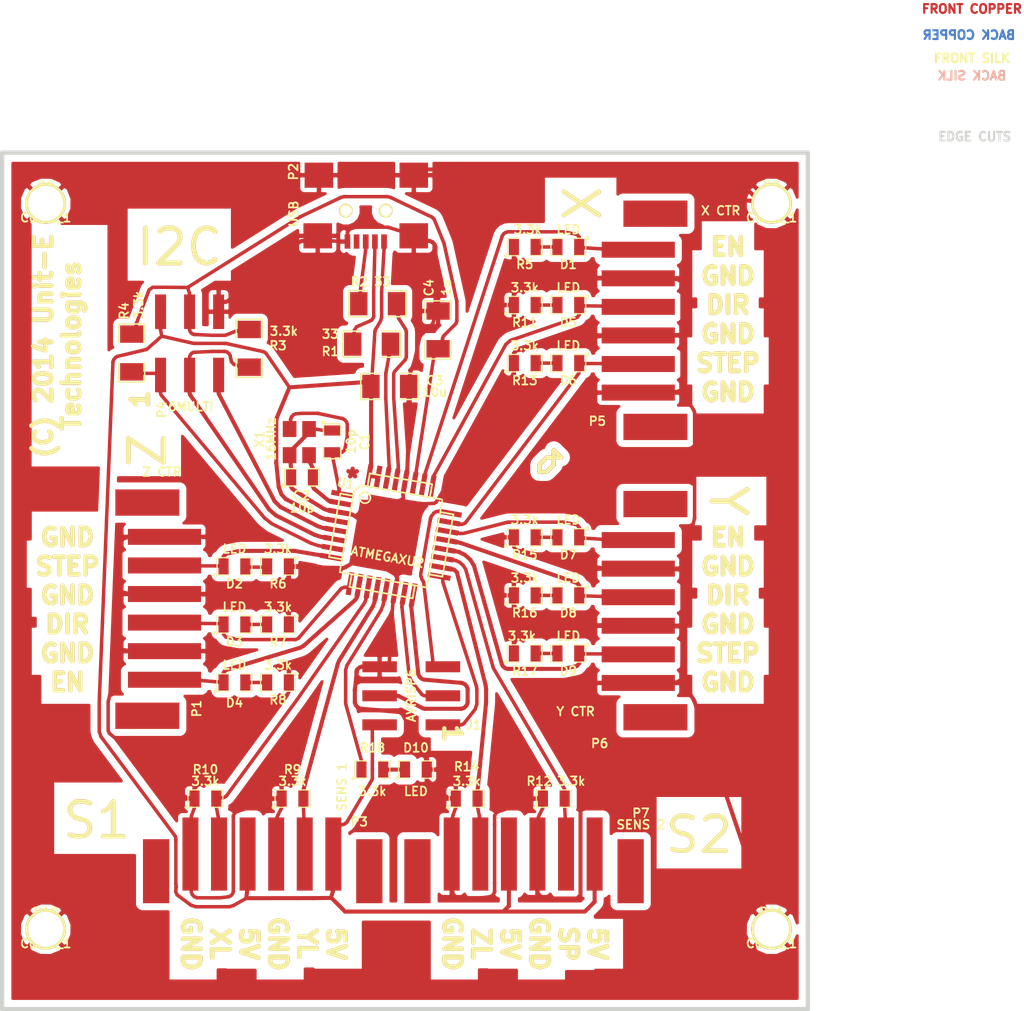
<source format=kicad_pcb>
(kicad_pcb (version 3) (host pcbnew "(2013-mar-13)-testing")

  (general
    (links 114)
    (no_connects 0)
    (area 39.324643 46.93285 133.735536 135.445501)
    (thickness 1.6002)
    (drawings 97)
    (tracks 1510)
    (zones 0)
    (modules 46)
    (nets 42)
  )

  (page A4)
  (title_block
    (date "9 feb 2014")
  )

  (layers
    (15 Front signal)
    (0 Back signal)
    (16 B.Adhes user hide)
    (17 F.Adhes user hide)
    (18 B.Paste user hide)
    (19 F.Paste user hide)
    (20 B.SilkS user)
    (21 F.SilkS user)
    (22 B.Mask user)
    (23 F.Mask user)
    (24 Dwgs.User user hide)
    (25 Cmts.User user hide)
    (26 Eco1.User user hide)
    (27 Eco2.User user hide)
    (28 Edge.Cuts user)
  )

  (setup
    (last_trace_width 0.3556)
    (trace_clearance 0.2794)
    (zone_clearance 0.6112)
    (zone_45_only no)
    (trace_min 0.2032)
    (segment_width 0.3302)
    (edge_width 0.381)
    (via_size 0.889)
    (via_drill 0.635)
    (via_min_size 0.889)
    (via_min_drill 0.508)
    (uvia_size 0.508)
    (uvia_drill 0.127)
    (uvias_allowed no)
    (uvia_min_size 0.508)
    (uvia_min_drill 0.127)
    (pcb_text_width 0.4064)
    (pcb_text_size 1.524 1.524)
    (mod_edge_width 0.381)
    (mod_text_size 0.762 0.762)
    (mod_text_width 0.1524)
    (pad_size 3.556 3.556)
    (pad_drill 3.048)
    (pad_to_mask_clearance 0.0646)
    (aux_axis_origin 0 0)
    (visible_elements FFFFFFBF)
    (pcbplotparams
      (layerselection 284196865)
      (usegerberextensions false)
      (excludeedgelayer false)
      (linewidth 0.150000)
      (plotframeref false)
      (viasonmask false)
      (mode 1)
      (useauxorigin false)
      (hpglpennumber 1)
      (hpglpenspeed 20)
      (hpglpendiameter 15)
      (hpglpenoverlay 0)
      (psnegative false)
      (psa4output false)
      (plotreference true)
      (plotvalue true)
      (plotothertext true)
      (plotinvisibletext false)
      (padsonsilk false)
      (subtractmaskfromsilk false)
      (outputformat 2)
      (mirror false)
      (drillshape 0)
      (scaleselection 1)
      (outputdirectory pst))
  )

  (net 0 "")
  (net 1 +3.3V)
  (net 2 +5V)
  (net 3 GND)
  (net 4 N-000001)
  (net 5 N-0000010)
  (net 6 N-0000011)
  (net 7 N-0000012)
  (net 8 N-0000013)
  (net 9 N-0000014)
  (net 10 N-0000015)
  (net 11 N-0000016)
  (net 12 N-0000017)
  (net 13 N-0000018)
  (net 14 N-0000019)
  (net 15 N-000002)
  (net 16 N-0000020)
  (net 17 N-0000021)
  (net 18 N-0000022)
  (net 19 N-0000023)
  (net 20 N-0000025)
  (net 21 N-0000026)
  (net 22 N-0000027)
  (net 23 N-0000028)
  (net 24 N-0000029)
  (net 25 N-000003)
  (net 26 N-0000030)
  (net 27 N-0000031)
  (net 28 N-0000032)
  (net 29 N-0000033)
  (net 30 N-0000034)
  (net 31 N-0000035)
  (net 32 N-0000037)
  (net 33 N-0000038)
  (net 34 N-0000039)
  (net 35 N-000004)
  (net 36 N-0000040)
  (net 37 N-0000041)
  (net 38 N-000005)
  (net 39 N-000006)
  (net 40 N-000008)
  (net 41 N-000009)

  (net_class Default "This is the default net class."
    (clearance 0.2794)
    (trace_width 0.3556)
    (via_dia 0.889)
    (via_drill 0.635)
    (uvia_dia 0.508)
    (uvia_drill 0.127)
    (add_net "")
    (add_net +3.3V)
    (add_net +5V)
    (add_net GND)
    (add_net N-000001)
    (add_net N-0000010)
    (add_net N-0000011)
    (add_net N-0000012)
    (add_net N-0000013)
    (add_net N-0000014)
    (add_net N-0000015)
    (add_net N-0000016)
    (add_net N-0000017)
    (add_net N-0000018)
    (add_net N-0000019)
    (add_net N-000002)
    (add_net N-0000020)
    (add_net N-0000021)
    (add_net N-0000022)
    (add_net N-0000023)
    (add_net N-0000025)
    (add_net N-0000026)
    (add_net N-0000027)
    (add_net N-0000028)
    (add_net N-0000029)
    (add_net N-000003)
    (add_net N-0000030)
    (add_net N-0000031)
    (add_net N-0000032)
    (add_net N-0000033)
    (add_net N-0000034)
    (add_net N-0000035)
    (add_net N-0000037)
    (add_net N-0000038)
    (add_net N-0000039)
    (add_net N-000004)
    (add_net N-0000040)
    (add_net N-0000041)
    (add_net N-000005)
    (add_net N-000006)
    (add_net N-000008)
    (add_net N-000009)
  )

  (module SM0805 (layer Front) (tedit 5318F9E4) (tstamp 52F6E872)
    (at 70.6815 88.734)
    (path /52F0D7AD)
    (attr smd)
    (fp_text reference C2 (at -0.0441 1.5884 180) (layer F.SilkS)
      (effects (font (size 0.762 0.762) (thickness 0.1524)))
    )
    (fp_text value 10p (at 0.0067 2.6806) (layer F.SilkS)
      (effects (font (size 0.762 0.762) (thickness 0.1524)))
    )
    (fp_circle (center -1.651 0.762) (end -1.651 0.635) (layer F.SilkS) (width 0.127))
    (fp_line (start -0.508 0.762) (end -1.524 0.762) (layer F.SilkS) (width 0.127))
    (fp_line (start -1.524 0.762) (end -1.524 -0.762) (layer F.SilkS) (width 0.127))
    (fp_line (start -1.524 -0.762) (end -0.508 -0.762) (layer F.SilkS) (width 0.127))
    (fp_line (start 0.508 -0.762) (end 1.524 -0.762) (layer F.SilkS) (width 0.127))
    (fp_line (start 1.524 -0.762) (end 1.524 0.762) (layer F.SilkS) (width 0.127))
    (fp_line (start 1.524 0.762) (end 0.508 0.762) (layer F.SilkS) (width 0.127))
    (pad 1 smd rect (at -0.9525 0) (size 0.889 1.397)
      (layers Front F.Paste F.Mask)
      (net 3 GND)
    )
    (pad 2 smd rect (at 0.9525 0) (size 0.889 1.397)
      (layers Front F.Paste F.Mask)
      (net 36 N-0000040)
    )
    (model smd/chip_cms.wrl
      (at (xyz 0 0 0))
      (scale (xyz 0.1 0.1 0.1))
      (rotate (xyz 0 0 0))
    )
  )

  (module SM0805 (layer Front) (tedit 5318F9C2) (tstamp 52F6E874)
    (at 73.3158 85.587 270)
    (path /52F0D7BA)
    (attr smd)
    (fp_text reference C1 (at 0.0364 -2.8588 450) (layer F.SilkS)
      (effects (font (size 0.762 0.762) (thickness 0.1524)))
    )
    (fp_text value 10p (at 0.011 -1.665 450) (layer F.SilkS)
      (effects (font (size 0.762 0.762) (thickness 0.1524)))
    )
    (fp_circle (center -1.651 0.762) (end -1.651 0.635) (layer F.SilkS) (width 0.127))
    (fp_line (start -0.508 0.762) (end -1.524 0.762) (layer F.SilkS) (width 0.127))
    (fp_line (start -1.524 0.762) (end -1.524 -0.762) (layer F.SilkS) (width 0.127))
    (fp_line (start -1.524 -0.762) (end -0.508 -0.762) (layer F.SilkS) (width 0.127))
    (fp_line (start 0.508 -0.762) (end 1.524 -0.762) (layer F.SilkS) (width 0.127))
    (fp_line (start 1.524 -0.762) (end 1.524 0.762) (layer F.SilkS) (width 0.127))
    (fp_line (start 1.524 0.762) (end 0.508 0.762) (layer F.SilkS) (width 0.127))
    (pad 1 smd rect (at -0.9525 0 270) (size 0.889 1.397)
      (layers Front F.Paste F.Mask)
      (net 3 GND)
    )
    (pad 2 smd rect (at 0.9525 0 270) (size 0.889 1.397)
      (layers Front F.Paste F.Mask)
      (net 26 N-0000030)
    )
    (model smd/chip_cms.wrl
      (at (xyz 0 0 0))
      (scale (xyz 0.1 0.1 0.1))
      (rotate (xyz 0 0 0))
    )
  )

  (module XTAL4P (layer Front) (tedit 53169402) (tstamp 5318FE9D)
    (at 69.596 86.7918 90)
    (path /52F6ED82)
    (fp_text reference X1 (at 1.4006 -2.6265 270) (layer F.SilkS)
      (effects (font (size 0.762 0.762) (thickness 0.1524)))
    )
    (fp_text value 16MHz (at 1.4006 -1.6105 90) (layer F.SilkS)
      (effects (font (size 0.762 0.762) (thickness 0.1524)))
    )
    (pad 4 smd rect (at 0 0 90) (size 1.397 1.1938)
      (layers Front F.Paste F.Mask)
      (net 3 GND)
    )
    (pad 1 smd rect (at 0 1.7018 90) (size 1.397 1.1938)
      (layers Front F.Paste F.Mask)
      (net 36 N-0000040)
    )
    (pad 3 smd rect (at 2.286 1.7018 90) (size 1.397 1.1938)
      (layers Front F.Paste F.Mask)
      (net 3 GND)
    )
    (pad 2 smd rect (at 2.286 0 90) (size 1.397 1.1938)
      (layers Front F.Paste F.Mask)
      (net 26 N-0000030)
    )
  )

  (module USB-MiniBBig (layer Front) (tedit 52F7C502) (tstamp 5316991E)
    (at 76.2591 65.5017 180)
    (path /53167DF3)
    (fp_text reference P2 (at 6.3246 3.5052 270) (layer F.SilkS)
      (effects (font (size 0.762 0.762) (thickness 0.1524)))
    )
    (fp_text value USB (at 6.2992 -0.1778 270) (layer F.SilkS)
      (effects (font (size 0.762 0.762) (thickness 0.1524)))
    )
    (fp_text user H2959CT-ND (at 0.29972 0.55118 180) (layer F.SilkS) hide
      (effects (font (size 0.762 0.762) (thickness 0.1524)))
    )
    (pad 9 smd rect (at 4.09956 3.2004 180) (size 2.49936 2.19964)
      (layers Front F.Paste F.Mask)
      (net 3 GND)
    )
    (pad 8 smd rect (at -4.20116 3.2004 180) (size 2.49936 2.19964)
      (layers Front F.Paste F.Mask)
      (net 3 GND)
    )
    (pad 7 smd rect (at 4.2037 -2.10058 180) (size 2.49936 2.19964)
      (layers Front F.Paste F.Mask)
      (net 3 GND)
    )
    (pad 4 smd rect (at 0.80264 -2.60096 180) (size 0.50038 1.24968)
      (layers Front F.Paste F.Mask)
      (net 9 N-0000014)
    )
    (pad 3 smd rect (at 0.00254 -2.60096 180) (size 0.50038 1.24968)
      (layers Front F.Paste F.Mask)
      (net 10 N-0000015)
    )
    (pad 5 smd rect (at 1.60274 -2.60096 180) (size 0.50038 1.24968)
      (layers Front F.Paste F.Mask)
      (net 3 GND)
    )
    (pad 2 smd rect (at -0.79756 -2.60096 180) (size 0.50038 1.24968)
      (layers Front F.Paste F.Mask)
      (net 27 N-0000031)
    )
    (pad 1 smd rect (at -1.59766 -2.60096 180) (size 0.50038 1.24968)
      (layers Front F.Paste F.Mask)
      (net 2 +5V)
    )
    (pad 6 smd rect (at -4.19862 -2.10058 180) (size 2.49936 2.19964)
      (layers Front F.Paste F.Mask)
      (net 3 GND)
    )
    (pad "" thru_hole circle (at -1.75006 0.09906 180) (size 1.19888 1.19888) (drill 0.89916)
      (layers *.Cu *.Mask F.SilkS)
    )
    (pad "" thru_hole circle (at 1.75006 0.09906 180) (size 1.19888 1.19888) (drill 0.89916)
      (layers *.Cu *.Mask F.SilkS)
    )
  )

  (module TQFP32 (layer Front) (tedit 531693FA) (tstamp 52F6E8DA)
    (at 78.4913 93.8257 350)
    (path /52F0D5D7)
    (fp_text reference U1 (at -4.7132 -3.7996 350) (layer F.SilkS)
      (effects (font (size 0.762 0.762) (thickness 0.1524)))
    )
    (fp_text value ATMEGAXU2 (at 0 1.905 350) (layer F.SilkS)
      (effects (font (size 0.762 0.762) (thickness 0.1524)))
    )
    (fp_line (start 5.0292 2.7686) (end 3.8862 2.7686) (layer F.SilkS) (width 0.1524))
    (fp_line (start 5.0292 -2.7686) (end 3.9116 -2.7686) (layer F.SilkS) (width 0.1524))
    (fp_line (start 5.0292 2.7686) (end 5.0292 -2.7686) (layer F.SilkS) (width 0.1524))
    (fp_line (start 2.794 3.9624) (end 2.794 5.0546) (layer F.SilkS) (width 0.1524))
    (fp_line (start -2.8194 3.9878) (end -2.8194 5.0546) (layer F.SilkS) (width 0.1524))
    (fp_line (start -2.8448 5.0546) (end 2.794 5.08) (layer F.SilkS) (width 0.1524))
    (fp_line (start -2.794 -5.0292) (end 2.7178 -5.0546) (layer F.SilkS) (width 0.1524))
    (fp_line (start -3.8862 -3.2766) (end -3.8862 3.9116) (layer F.SilkS) (width 0.1524))
    (fp_line (start 2.7432 -5.0292) (end 2.7432 -3.9878) (layer F.SilkS) (width 0.1524))
    (fp_line (start -3.2512 -3.8862) (end 3.81 -3.8862) (layer F.SilkS) (width 0.1524))
    (fp_line (start 3.8608 3.937) (end 3.8608 -3.7846) (layer F.SilkS) (width 0.1524))
    (fp_line (start -3.8862 3.937) (end 3.7338 3.937) (layer F.SilkS) (width 0.1524))
    (fp_line (start -5.0292 -2.8448) (end -5.0292 2.794) (layer F.SilkS) (width 0.1524))
    (fp_line (start -5.0292 2.794) (end -3.8862 2.794) (layer F.SilkS) (width 0.1524))
    (fp_line (start -3.87604 -3.302) (end -3.29184 -3.8862) (layer F.SilkS) (width 0.1524))
    (fp_line (start -5.02412 -2.8448) (end -3.87604 -2.8448) (layer F.SilkS) (width 0.1524))
    (fp_line (start -2.794 -3.8862) (end -2.794 -5.03428) (layer F.SilkS) (width 0.1524))
    (fp_circle (center -2.83972 -2.86004) (end -2.43332 -2.60604) (layer F.SilkS) (width 0.1524))
    (pad 8 smd rect (at -4.81584 2.77622 350) (size 1.99898 0.44958)
      (layers Front F.Paste F.Mask)
      (net 39 N-000006)
    )
    (pad 7 smd rect (at -4.81584 1.97612 350) (size 1.99898 0.44958)
      (layers Front F.Paste F.Mask)
      (net 29 N-0000033)
    )
    (pad 6 smd rect (at -4.81584 1.17602 350) (size 1.99898 0.44958)
      (layers Front F.Paste F.Mask)
      (net 37 N-0000041)
    )
    (pad 5 smd rect (at -4.81584 0.37592 350) (size 1.99898 0.44958)
      (layers Front F.Paste F.Mask)
      (net 28 N-0000032)
    )
    (pad 4 smd rect (at -4.81584 -0.42418 350) (size 1.99898 0.44958)
      (layers Front F.Paste F.Mask)
      (net 2 +5V)
    )
    (pad 3 smd rect (at -4.81584 -1.22428 350) (size 1.99898 0.44958)
      (layers Front F.Paste F.Mask)
      (net 3 GND)
    )
    (pad 2 smd rect (at -4.81584 -2.02438 350) (size 1.99898 0.44958)
      (layers Front F.Paste F.Mask)
      (net 36 N-0000040)
    )
    (pad 1 smd rect (at -4.81584 -2.82448 350) (size 1.99898 0.44958)
      (layers Front F.Paste F.Mask)
      (net 26 N-0000030)
    )
    (pad 24 smd rect (at 4.7498 -2.8194 350) (size 1.99898 0.44958)
      (layers Front F.Paste F.Mask)
      (net 34 N-0000039)
    )
    (pad 17 smd rect (at 4.7498 2.794 350) (size 1.99898 0.44958)
      (layers Front F.Paste F.Mask)
      (net 18 N-0000022)
    )
    (pad 18 smd rect (at 4.7498 1.9812 350) (size 1.99898 0.44958)
      (layers Front F.Paste F.Mask)
      (net 17 N-0000021)
    )
    (pad 19 smd rect (at 4.7498 1.1684 350) (size 1.99898 0.44958)
      (layers Front F.Paste F.Mask)
      (net 20 N-0000025)
    )
    (pad 20 smd rect (at 4.7498 0.381 350) (size 1.99898 0.44958)
      (layers Front F.Paste F.Mask)
      (net 23 N-0000028)
    )
    (pad 21 smd rect (at 4.7498 -0.4318 350) (size 1.99898 0.44958)
      (layers Front F.Paste F.Mask)
      (net 38 N-000005)
    )
    (pad 22 smd rect (at 4.7498 -1.2192 350) (size 1.99898 0.44958)
      (layers Front F.Paste F.Mask)
      (net 32 N-0000037)
    )
    (pad 23 smd rect (at 4.7498 -2.032 350) (size 1.99898 0.44958)
      (layers Front F.Paste F.Mask)
      (net 8 N-0000013)
    )
    (pad 32 smd rect (at -2.82448 -4.826 350) (size 0.44958 1.99898)
      (layers Front F.Paste F.Mask)
      (net 2 +5V)
    )
    (pad 31 smd rect (at -2.02692 -4.826 350) (size 0.44958 1.99898)
      (layers Front F.Paste F.Mask)
      (net 2 +5V)
    )
    (pad 30 smd rect (at -1.22428 -4.826 350) (size 0.44958 1.99898)
      (layers Front F.Paste F.Mask)
      (net 24 N-0000029)
    )
    (pad 29 smd rect (at -0.42672 -4.826 350) (size 0.44958 1.99898)
      (layers Front F.Paste F.Mask)
      (net 16 N-0000020)
    )
    (pad 28 smd rect (at 0.37592 -4.826 350) (size 0.44958 1.99898)
      (layers Front F.Paste F.Mask)
      (net 3 GND)
    )
    (pad 27 smd rect (at 1.17348 -4.826 350) (size 0.44958 1.99898)
      (layers Front F.Paste F.Mask)
      (net 1 +3.3V)
    )
    (pad 26 smd rect (at 1.97612 -4.826 350) (size 0.44958 1.99898)
      (layers Front F.Paste F.Mask)
      (net 19 N-0000023)
    )
    (pad 25 smd rect (at 2.77368 -4.826 350) (size 0.44958 1.99898)
      (layers Front F.Paste F.Mask)
      (net 33 N-0000038)
    )
    (pad 9 smd rect (at -2.8194 4.7752 350) (size 0.44958 1.99898)
      (layers Front F.Paste F.Mask)
      (net 40 N-000008)
    )
    (pad 10 smd rect (at -2.032 4.7752 350) (size 0.44958 1.99898)
      (layers Front F.Paste F.Mask)
      (net 15 N-000002)
    )
    (pad 11 smd rect (at -1.2192 4.7752 350) (size 0.44958 1.99898)
      (layers Front F.Paste F.Mask)
      (net 12 N-0000017)
    )
    (pad 12 smd rect (at -0.4318 4.7752 350) (size 0.44958 1.99898)
      (layers Front F.Paste F.Mask)
      (net 11 N-0000016)
    )
    (pad 13 smd rect (at 0.3556 4.7752 350) (size 0.44958 1.99898)
      (layers Front F.Paste F.Mask)
      (net 14 N-0000019)
    )
    (pad 14 smd rect (at 1.1684 4.7752 350) (size 0.44958 1.99898)
      (layers Front F.Paste F.Mask)
      (net 3 GND)
    )
    (pad 15 smd rect (at 1.9812 4.7752 350) (size 0.44958 1.99898)
      (layers Front F.Paste F.Mask)
      (net 31 N-0000035)
    )
    (pad 16 smd rect (at 2.794 4.7752 350) (size 0.44958 1.99898)
      (layers Front F.Paste F.Mask)
      (net 7 N-0000012)
    )
    (model smd/tqfp32.wrl
      (at (xyz 0 0 0))
      (scale (xyz 1 1 1))
      (rotate (xyz 0 0 0))
    )
  )

  (module SM0805 (layer Front) (tedit 53169136) (tstamp 52F70FE4)
    (at 93.98 68.58 180)
    (path /52F704B2)
    (attr smd)
    (fp_text reference D1 (at 0 -1.524 180) (layer F.SilkS)
      (effects (font (size 0.762 0.762) (thickness 0.1524)))
    )
    (fp_text value LED (at 0 1.524 180) (layer F.SilkS)
      (effects (font (size 0.762 0.762) (thickness 0.1524)))
    )
    (fp_circle (center -1.651 0.762) (end -1.651 0.635) (layer F.SilkS) (width 0.09906))
    (fp_line (start -0.508 0.762) (end -1.524 0.762) (layer F.SilkS) (width 0.09906))
    (fp_line (start -1.524 0.762) (end -1.524 -0.762) (layer F.SilkS) (width 0.09906))
    (fp_line (start -1.524 -0.762) (end -0.508 -0.762) (layer F.SilkS) (width 0.09906))
    (fp_line (start 0.508 -0.762) (end 1.524 -0.762) (layer F.SilkS) (width 0.09906))
    (fp_line (start 1.524 -0.762) (end 1.524 0.762) (layer F.SilkS) (width 0.09906))
    (fp_line (start 1.524 0.762) (end 0.508 0.762) (layer F.SilkS) (width 0.09906))
    (pad 1 smd rect (at -0.9525 0 180) (size 0.889 1.397)
      (layers Front F.Paste F.Mask)
      (net 19 N-0000023)
    )
    (pad 2 smd rect (at 0.9525 0 180) (size 0.889 1.397)
      (layers Front F.Paste F.Mask)
      (net 30 N-0000034)
    )
    (model smd/chip_cms.wrl
      (at (xyz 0 0 0))
      (scale (xyz 0.1 0.1 0.1))
      (rotate (xyz 0 0 0))
    )
  )

  (module SM0805 (layer Front) (tedit 531690FA) (tstamp 52F70FF1)
    (at 90.17 68.58)
    (path /52F704A2)
    (attr smd)
    (fp_text reference R5 (at 0 1.524) (layer F.SilkS)
      (effects (font (size 0.762 0.762) (thickness 0.1524)))
    )
    (fp_text value 3.3k (at 0.254 -1.524) (layer F.SilkS)
      (effects (font (size 0.762 0.762) (thickness 0.1524)))
    )
    (fp_circle (center -1.651 0.762) (end -1.651 0.635) (layer F.SilkS) (width 0.09906))
    (fp_line (start -0.508 0.762) (end -1.524 0.762) (layer F.SilkS) (width 0.09906))
    (fp_line (start -1.524 0.762) (end -1.524 -0.762) (layer F.SilkS) (width 0.09906))
    (fp_line (start -1.524 -0.762) (end -0.508 -0.762) (layer F.SilkS) (width 0.09906))
    (fp_line (start 0.508 -0.762) (end 1.524 -0.762) (layer F.SilkS) (width 0.09906))
    (fp_line (start 1.524 -0.762) (end 1.524 0.762) (layer F.SilkS) (width 0.09906))
    (fp_line (start 1.524 0.762) (end 0.508 0.762) (layer F.SilkS) (width 0.09906))
    (pad 1 smd rect (at -0.9525 0) (size 0.889 1.397)
      (layers Front F.Paste F.Mask)
      (net 3 GND)
    )
    (pad 2 smd rect (at 0.9525 0) (size 0.889 1.397)
      (layers Front F.Paste F.Mask)
      (net 30 N-0000034)
    )
    (model smd/chip_cms.wrl
      (at (xyz 0 0 0))
      (scale (xyz 0.1 0.1 0.1))
      (rotate (xyz 0 0 0))
    )
  )

  (module SM0805 (layer Front) (tedit 531693BD) (tstamp 53164E63)
    (at 64.77 96.52)
    (path /53165E7C)
    (attr smd)
    (fp_text reference D2 (at 0 1.524) (layer F.SilkS)
      (effects (font (size 0.762 0.762) (thickness 0.1524)))
    )
    (fp_text value LED (at 0 -1.524) (layer F.SilkS)
      (effects (font (size 0.762 0.762) (thickness 0.1524)))
    )
    (fp_circle (center -1.651 0.762) (end -1.651 0.635) (layer F.SilkS) (width 0.09906))
    (fp_line (start -0.508 0.762) (end -1.524 0.762) (layer F.SilkS) (width 0.09906))
    (fp_line (start -1.524 0.762) (end -1.524 -0.762) (layer F.SilkS) (width 0.09906))
    (fp_line (start -1.524 -0.762) (end -0.508 -0.762) (layer F.SilkS) (width 0.09906))
    (fp_line (start 0.508 -0.762) (end 1.524 -0.762) (layer F.SilkS) (width 0.09906))
    (fp_line (start 1.524 -0.762) (end 1.524 0.762) (layer F.SilkS) (width 0.09906))
    (fp_line (start 1.524 0.762) (end 0.508 0.762) (layer F.SilkS) (width 0.09906))
    (pad 1 smd rect (at -0.9525 0) (size 0.889 1.397)
      (layers Front F.Paste F.Mask)
      (net 39 N-000006)
    )
    (pad 2 smd rect (at 0.9525 0) (size 0.889 1.397)
      (layers Front F.Paste F.Mask)
      (net 25 N-000003)
    )
    (model smd/chip_cms.wrl
      (at (xyz 0 0 0))
      (scale (xyz 0.1 0.1 0.1))
      (rotate (xyz 0 0 0))
    )
  )

  (module SM0805 (layer Front) (tedit 5316937C) (tstamp 53164E70)
    (at 64.77 101.6)
    (path /53165E70)
    (attr smd)
    (fp_text reference D3 (at 0 1.524) (layer F.SilkS)
      (effects (font (size 0.762 0.762) (thickness 0.1524)))
    )
    (fp_text value LED (at 0 -1.524) (layer F.SilkS)
      (effects (font (size 0.762 0.762) (thickness 0.1524)))
    )
    (fp_circle (center -1.651 0.762) (end -1.651 0.635) (layer F.SilkS) (width 0.09906))
    (fp_line (start -0.508 0.762) (end -1.524 0.762) (layer F.SilkS) (width 0.09906))
    (fp_line (start -1.524 0.762) (end -1.524 -0.762) (layer F.SilkS) (width 0.09906))
    (fp_line (start -1.524 -0.762) (end -0.508 -0.762) (layer F.SilkS) (width 0.09906))
    (fp_line (start 0.508 -0.762) (end 1.524 -0.762) (layer F.SilkS) (width 0.09906))
    (fp_line (start 1.524 -0.762) (end 1.524 0.762) (layer F.SilkS) (width 0.09906))
    (fp_line (start 1.524 0.762) (end 0.508 0.762) (layer F.SilkS) (width 0.09906))
    (pad 1 smd rect (at -0.9525 0) (size 0.889 1.397)
      (layers Front F.Paste F.Mask)
      (net 40 N-000008)
    )
    (pad 2 smd rect (at 0.9525 0) (size 0.889 1.397)
      (layers Front F.Paste F.Mask)
      (net 4 N-000001)
    )
    (model smd/chip_cms.wrl
      (at (xyz 0 0 0))
      (scale (xyz 0.1 0.1 0.1))
      (rotate (xyz 0 0 0))
    )
  )

  (module SM0805 (layer Front) (tedit 5316935D) (tstamp 53164E7D)
    (at 64.77 106.68)
    (path /53165E64)
    (attr smd)
    (fp_text reference D4 (at 0 1.778) (layer F.SilkS)
      (effects (font (size 0.762 0.762) (thickness 0.1524)))
    )
    (fp_text value LED (at 0 -1.524) (layer F.SilkS)
      (effects (font (size 0.762 0.762) (thickness 0.1524)))
    )
    (fp_circle (center -1.651 0.762) (end -1.651 0.635) (layer F.SilkS) (width 0.09906))
    (fp_line (start -0.508 0.762) (end -1.524 0.762) (layer F.SilkS) (width 0.09906))
    (fp_line (start -1.524 0.762) (end -1.524 -0.762) (layer F.SilkS) (width 0.09906))
    (fp_line (start -1.524 -0.762) (end -0.508 -0.762) (layer F.SilkS) (width 0.09906))
    (fp_line (start 0.508 -0.762) (end 1.524 -0.762) (layer F.SilkS) (width 0.09906))
    (fp_line (start 1.524 -0.762) (end 1.524 0.762) (layer F.SilkS) (width 0.09906))
    (fp_line (start 1.524 0.762) (end 0.508 0.762) (layer F.SilkS) (width 0.09906))
    (pad 1 smd rect (at -0.9525 0) (size 0.889 1.397)
      (layers Front F.Paste F.Mask)
      (net 15 N-000002)
    )
    (pad 2 smd rect (at 0.9525 0) (size 0.889 1.397)
      (layers Front F.Paste F.Mask)
      (net 35 N-000004)
    )
    (model smd/chip_cms.wrl
      (at (xyz 0 0 0))
      (scale (xyz 0.1 0.1 0.1))
      (rotate (xyz 0 0 0))
    )
  )

  (module SM0805 (layer Front) (tedit 53169151) (tstamp 53164E8A)
    (at 93.98 73.66 180)
    (path /53164479)
    (attr smd)
    (fp_text reference D5 (at 0 -1.524 180) (layer F.SilkS)
      (effects (font (size 0.762 0.762) (thickness 0.1524)))
    )
    (fp_text value LED (at 0 1.524 180) (layer F.SilkS)
      (effects (font (size 0.762 0.762) (thickness 0.1524)))
    )
    (fp_circle (center -1.651 0.762) (end -1.651 0.635) (layer F.SilkS) (width 0.09906))
    (fp_line (start -0.508 0.762) (end -1.524 0.762) (layer F.SilkS) (width 0.09906))
    (fp_line (start -1.524 0.762) (end -1.524 -0.762) (layer F.SilkS) (width 0.09906))
    (fp_line (start -1.524 -0.762) (end -0.508 -0.762) (layer F.SilkS) (width 0.09906))
    (fp_line (start 0.508 -0.762) (end 1.524 -0.762) (layer F.SilkS) (width 0.09906))
    (fp_line (start 1.524 -0.762) (end 1.524 0.762) (layer F.SilkS) (width 0.09906))
    (fp_line (start 1.524 0.762) (end 0.508 0.762) (layer F.SilkS) (width 0.09906))
    (pad 1 smd rect (at -0.9525 0 180) (size 0.889 1.397)
      (layers Front F.Paste F.Mask)
      (net 33 N-0000038)
    )
    (pad 2 smd rect (at 0.9525 0 180) (size 0.889 1.397)
      (layers Front F.Paste F.Mask)
      (net 22 N-0000027)
    )
    (model smd/chip_cms.wrl
      (at (xyz 0 0 0))
      (scale (xyz 0.1 0.1 0.1))
      (rotate (xyz 0 0 0))
    )
  )

  (module SM0805 (layer Front) (tedit 53169169) (tstamp 53164E97)
    (at 93.98 78.74 180)
    (path /53164486)
    (attr smd)
    (fp_text reference D6 (at 0 -1.524 180) (layer F.SilkS)
      (effects (font (size 0.762 0.762) (thickness 0.1524)))
    )
    (fp_text value LED (at 0 1.524 180) (layer F.SilkS)
      (effects (font (size 0.762 0.762) (thickness 0.1524)))
    )
    (fp_circle (center -1.651 0.762) (end -1.651 0.635) (layer F.SilkS) (width 0.09906))
    (fp_line (start -0.508 0.762) (end -1.524 0.762) (layer F.SilkS) (width 0.09906))
    (fp_line (start -1.524 0.762) (end -1.524 -0.762) (layer F.SilkS) (width 0.09906))
    (fp_line (start -1.524 -0.762) (end -0.508 -0.762) (layer F.SilkS) (width 0.09906))
    (fp_line (start 0.508 -0.762) (end 1.524 -0.762) (layer F.SilkS) (width 0.09906))
    (fp_line (start 1.524 -0.762) (end 1.524 0.762) (layer F.SilkS) (width 0.09906))
    (fp_line (start 1.524 0.762) (end 0.508 0.762) (layer F.SilkS) (width 0.09906))
    (pad 1 smd rect (at -0.9525 0 180) (size 0.889 1.397)
      (layers Front F.Paste F.Mask)
      (net 8 N-0000013)
    )
    (pad 2 smd rect (at 0.9525 0 180) (size 0.889 1.397)
      (layers Front F.Paste F.Mask)
      (net 21 N-0000026)
    )
    (model smd/chip_cms.wrl
      (at (xyz 0 0 0))
      (scale (xyz 0.1 0.1 0.1))
      (rotate (xyz 0 0 0))
    )
  )

  (module SM0805 (layer Front) (tedit 531691DB) (tstamp 53164EA4)
    (at 93.98 93.98 180)
    (path /53165395)
    (attr smd)
    (fp_text reference D7 (at 0 -1.524 180) (layer F.SilkS)
      (effects (font (size 0.762 0.762) (thickness 0.1524)))
    )
    (fp_text value LED (at 0 1.524 180) (layer F.SilkS)
      (effects (font (size 0.762 0.762) (thickness 0.1524)))
    )
    (fp_circle (center -1.651 0.762) (end -1.651 0.635) (layer F.SilkS) (width 0.09906))
    (fp_line (start -0.508 0.762) (end -1.524 0.762) (layer F.SilkS) (width 0.09906))
    (fp_line (start -1.524 0.762) (end -1.524 -0.762) (layer F.SilkS) (width 0.09906))
    (fp_line (start -1.524 -0.762) (end -0.508 -0.762) (layer F.SilkS) (width 0.09906))
    (fp_line (start 0.508 -0.762) (end 1.524 -0.762) (layer F.SilkS) (width 0.09906))
    (fp_line (start 1.524 -0.762) (end 1.524 0.762) (layer F.SilkS) (width 0.09906))
    (fp_line (start 1.524 0.762) (end 0.508 0.762) (layer F.SilkS) (width 0.09906))
    (pad 1 smd rect (at -0.9525 0 180) (size 0.889 1.397)
      (layers Front F.Paste F.Mask)
      (net 32 N-0000037)
    )
    (pad 2 smd rect (at 0.9525 0 180) (size 0.889 1.397)
      (layers Front F.Paste F.Mask)
      (net 6 N-0000011)
    )
    (model smd/chip_cms.wrl
      (at (xyz 0 0 0))
      (scale (xyz 0.1 0.1 0.1))
      (rotate (xyz 0 0 0))
    )
  )

  (module SM0805 (layer Front) (tedit 531691F4) (tstamp 53164EB1)
    (at 93.98 99.06 180)
    (path /531653A1)
    (attr smd)
    (fp_text reference D8 (at 0 -1.524 180) (layer F.SilkS)
      (effects (font (size 0.762 0.762) (thickness 0.1524)))
    )
    (fp_text value LED (at 0 1.524 180) (layer F.SilkS)
      (effects (font (size 0.762 0.762) (thickness 0.1524)))
    )
    (fp_circle (center -1.651 0.762) (end -1.651 0.635) (layer F.SilkS) (width 0.09906))
    (fp_line (start -0.508 0.762) (end -1.524 0.762) (layer F.SilkS) (width 0.09906))
    (fp_line (start -1.524 0.762) (end -1.524 -0.762) (layer F.SilkS) (width 0.09906))
    (fp_line (start -1.524 -0.762) (end -0.508 -0.762) (layer F.SilkS) (width 0.09906))
    (fp_line (start 0.508 -0.762) (end 1.524 -0.762) (layer F.SilkS) (width 0.09906))
    (fp_line (start 1.524 -0.762) (end 1.524 0.762) (layer F.SilkS) (width 0.09906))
    (fp_line (start 1.524 0.762) (end 0.508 0.762) (layer F.SilkS) (width 0.09906))
    (pad 1 smd rect (at -0.9525 0 180) (size 0.889 1.397)
      (layers Front F.Paste F.Mask)
      (net 38 N-000005)
    )
    (pad 2 smd rect (at 0.9525 0 180) (size 0.889 1.397)
      (layers Front F.Paste F.Mask)
      (net 5 N-0000010)
    )
    (model smd/chip_cms.wrl
      (at (xyz 0 0 0))
      (scale (xyz 0.1 0.1 0.1))
      (rotate (xyz 0 0 0))
    )
  )

  (module SM0805 (layer Front) (tedit 5316926D) (tstamp 53164EBE)
    (at 93.98 104.14 180)
    (path /531653AD)
    (attr smd)
    (fp_text reference D9 (at 0 -1.524 180) (layer F.SilkS)
      (effects (font (size 0.762 0.762) (thickness 0.1524)))
    )
    (fp_text value LED (at 0 1.524 180) (layer F.SilkS)
      (effects (font (size 0.762 0.762) (thickness 0.1524)))
    )
    (fp_circle (center -1.651 0.762) (end -1.651 0.635) (layer F.SilkS) (width 0.09906))
    (fp_line (start -0.508 0.762) (end -1.524 0.762) (layer F.SilkS) (width 0.09906))
    (fp_line (start -1.524 0.762) (end -1.524 -0.762) (layer F.SilkS) (width 0.09906))
    (fp_line (start -1.524 -0.762) (end -0.508 -0.762) (layer F.SilkS) (width 0.09906))
    (fp_line (start 0.508 -0.762) (end 1.524 -0.762) (layer F.SilkS) (width 0.09906))
    (fp_line (start 1.524 -0.762) (end 1.524 0.762) (layer F.SilkS) (width 0.09906))
    (fp_line (start 1.524 0.762) (end 0.508 0.762) (layer F.SilkS) (width 0.09906))
    (pad 1 smd rect (at -0.9525 0 180) (size 0.889 1.397)
      (layers Front F.Paste F.Mask)
      (net 23 N-0000028)
    )
    (pad 2 smd rect (at 0.9525 0 180) (size 0.889 1.397)
      (layers Front F.Paste F.Mask)
      (net 41 N-000009)
    )
    (model smd/chip_cms.wrl
      (at (xyz 0 0 0))
      (scale (xyz 0.1 0.1 0.1))
      (rotate (xyz 0 0 0))
    )
  )

  (module SM0805 (layer Front) (tedit 531693C9) (tstamp 53164ECB)
    (at 68.58 96.52 180)
    (path /53165E82)
    (attr smd)
    (fp_text reference R6 (at 0 -1.524 180) (layer F.SilkS)
      (effects (font (size 0.762 0.762) (thickness 0.1524)))
    )
    (fp_text value 3.3k (at 0 1.524 180) (layer F.SilkS)
      (effects (font (size 0.762 0.762) (thickness 0.1524)))
    )
    (fp_circle (center -1.651 0.762) (end -1.651 0.635) (layer F.SilkS) (width 0.09906))
    (fp_line (start -0.508 0.762) (end -1.524 0.762) (layer F.SilkS) (width 0.09906))
    (fp_line (start -1.524 0.762) (end -1.524 -0.762) (layer F.SilkS) (width 0.09906))
    (fp_line (start -1.524 -0.762) (end -0.508 -0.762) (layer F.SilkS) (width 0.09906))
    (fp_line (start 0.508 -0.762) (end 1.524 -0.762) (layer F.SilkS) (width 0.09906))
    (fp_line (start 1.524 -0.762) (end 1.524 0.762) (layer F.SilkS) (width 0.09906))
    (fp_line (start 1.524 0.762) (end 0.508 0.762) (layer F.SilkS) (width 0.09906))
    (pad 1 smd rect (at -0.9525 0 180) (size 0.889 1.397)
      (layers Front F.Paste F.Mask)
      (net 3 GND)
    )
    (pad 2 smd rect (at 0.9525 0 180) (size 0.889 1.397)
      (layers Front F.Paste F.Mask)
      (net 25 N-000003)
    )
    (model smd/chip_cms.wrl
      (at (xyz 0 0 0))
      (scale (xyz 0.1 0.1 0.1))
      (rotate (xyz 0 0 0))
    )
  )

  (module SM0805 (layer Front) (tedit 531693B7) (tstamp 53164ED8)
    (at 68.58 101.6 180)
    (path /53165E76)
    (attr smd)
    (fp_text reference R7 (at 0 -1.524 180) (layer F.SilkS)
      (effects (font (size 0.762 0.762) (thickness 0.1524)))
    )
    (fp_text value 3.3k (at 0 1.524 180) (layer F.SilkS)
      (effects (font (size 0.762 0.762) (thickness 0.1524)))
    )
    (fp_circle (center -1.651 0.762) (end -1.651 0.635) (layer F.SilkS) (width 0.09906))
    (fp_line (start -0.508 0.762) (end -1.524 0.762) (layer F.SilkS) (width 0.09906))
    (fp_line (start -1.524 0.762) (end -1.524 -0.762) (layer F.SilkS) (width 0.09906))
    (fp_line (start -1.524 -0.762) (end -0.508 -0.762) (layer F.SilkS) (width 0.09906))
    (fp_line (start 0.508 -0.762) (end 1.524 -0.762) (layer F.SilkS) (width 0.09906))
    (fp_line (start 1.524 -0.762) (end 1.524 0.762) (layer F.SilkS) (width 0.09906))
    (fp_line (start 1.524 0.762) (end 0.508 0.762) (layer F.SilkS) (width 0.09906))
    (pad 1 smd rect (at -0.9525 0 180) (size 0.889 1.397)
      (layers Front F.Paste F.Mask)
      (net 3 GND)
    )
    (pad 2 smd rect (at 0.9525 0 180) (size 0.889 1.397)
      (layers Front F.Paste F.Mask)
      (net 4 N-000001)
    )
    (model smd/chip_cms.wrl
      (at (xyz 0 0 0))
      (scale (xyz 0.1 0.1 0.1))
      (rotate (xyz 0 0 0))
    )
  )

  (module SM0805 (layer Front) (tedit 53169363) (tstamp 53164EE5)
    (at 68.58 106.68 180)
    (path /53165E6A)
    (attr smd)
    (fp_text reference R8 (at 0 -1.524 180) (layer F.SilkS)
      (effects (font (size 0.762 0.762) (thickness 0.1524)))
    )
    (fp_text value 3.3k (at 0 1.524 180) (layer F.SilkS)
      (effects (font (size 0.762 0.762) (thickness 0.1524)))
    )
    (fp_circle (center -1.651 0.762) (end -1.651 0.635) (layer F.SilkS) (width 0.09906))
    (fp_line (start -0.508 0.762) (end -1.524 0.762) (layer F.SilkS) (width 0.09906))
    (fp_line (start -1.524 0.762) (end -1.524 -0.762) (layer F.SilkS) (width 0.09906))
    (fp_line (start -1.524 -0.762) (end -0.508 -0.762) (layer F.SilkS) (width 0.09906))
    (fp_line (start 0.508 -0.762) (end 1.524 -0.762) (layer F.SilkS) (width 0.09906))
    (fp_line (start 1.524 -0.762) (end 1.524 0.762) (layer F.SilkS) (width 0.09906))
    (fp_line (start 1.524 0.762) (end 0.508 0.762) (layer F.SilkS) (width 0.09906))
    (pad 1 smd rect (at -0.9525 0 180) (size 0.889 1.397)
      (layers Front F.Paste F.Mask)
      (net 3 GND)
    )
    (pad 2 smd rect (at 0.9525 0 180) (size 0.889 1.397)
      (layers Front F.Paste F.Mask)
      (net 35 N-000004)
    )
    (model smd/chip_cms.wrl
      (at (xyz 0 0 0))
      (scale (xyz 0.1 0.1 0.1))
      (rotate (xyz 0 0 0))
    )
  )

  (module SM0805 (layer Front) (tedit 5316934C) (tstamp 53164EF2)
    (at 69.85 116.84)
    (path /53166E11)
    (attr smd)
    (fp_text reference R9 (at 0 -2.54) (layer F.SilkS)
      (effects (font (size 0.762 0.762) (thickness 0.1524)))
    )
    (fp_text value 3.3k (at 0 -1.524) (layer F.SilkS)
      (effects (font (size 0.762 0.762) (thickness 0.1524)))
    )
    (fp_circle (center -1.651 0.762) (end -1.651 0.635) (layer F.SilkS) (width 0.09906))
    (fp_line (start -0.508 0.762) (end -1.524 0.762) (layer F.SilkS) (width 0.09906))
    (fp_line (start -1.524 0.762) (end -1.524 -0.762) (layer F.SilkS) (width 0.09906))
    (fp_line (start -1.524 -0.762) (end -0.508 -0.762) (layer F.SilkS) (width 0.09906))
    (fp_line (start 0.508 -0.762) (end 1.524 -0.762) (layer F.SilkS) (width 0.09906))
    (fp_line (start 1.524 -0.762) (end 1.524 0.762) (layer F.SilkS) (width 0.09906))
    (fp_line (start 1.524 0.762) (end 0.508 0.762) (layer F.SilkS) (width 0.09906))
    (pad 1 smd rect (at -0.9525 0) (size 0.889 1.397)
      (layers Front F.Paste F.Mask)
      (net 3 GND)
    )
    (pad 2 smd rect (at 0.9525 0) (size 0.889 1.397)
      (layers Front F.Paste F.Mask)
      (net 11 N-0000016)
    )
    (model smd/chip_cms.wrl
      (at (xyz 0 0 0))
      (scale (xyz 0.1 0.1 0.1))
      (rotate (xyz 0 0 0))
    )
  )

  (module SM0805 (layer Front) (tedit 53169351) (tstamp 53164EFF)
    (at 62.23 116.84)
    (path /53166E17)
    (attr smd)
    (fp_text reference R10 (at 0 -2.54) (layer F.SilkS)
      (effects (font (size 0.762 0.762) (thickness 0.1524)))
    )
    (fp_text value 3.3k (at 0 -1.524) (layer F.SilkS)
      (effects (font (size 0.762 0.762) (thickness 0.1524)))
    )
    (fp_circle (center -1.651 0.762) (end -1.651 0.635) (layer F.SilkS) (width 0.09906))
    (fp_line (start -0.508 0.762) (end -1.524 0.762) (layer F.SilkS) (width 0.09906))
    (fp_line (start -1.524 0.762) (end -1.524 -0.762) (layer F.SilkS) (width 0.09906))
    (fp_line (start -1.524 -0.762) (end -0.508 -0.762) (layer F.SilkS) (width 0.09906))
    (fp_line (start 0.508 -0.762) (end 1.524 -0.762) (layer F.SilkS) (width 0.09906))
    (fp_line (start 1.524 -0.762) (end 1.524 0.762) (layer F.SilkS) (width 0.09906))
    (fp_line (start 1.524 0.762) (end 0.508 0.762) (layer F.SilkS) (width 0.09906))
    (pad 1 smd rect (at -0.9525 0) (size 0.889 1.397)
      (layers Front F.Paste F.Mask)
      (net 3 GND)
    )
    (pad 2 smd rect (at 0.9525 0) (size 0.889 1.397)
      (layers Front F.Paste F.Mask)
      (net 12 N-0000017)
    )
    (model smd/chip_cms.wrl
      (at (xyz 0 0 0))
      (scale (xyz 0.1 0.1 0.1))
      (rotate (xyz 0 0 0))
    )
  )

  (module SM0805 (layer Front) (tedit 5316914C) (tstamp 53164F0C)
    (at 90.17 73.66)
    (path /5316447F)
    (attr smd)
    (fp_text reference R11 (at 0 1.524) (layer F.SilkS)
      (effects (font (size 0.762 0.762) (thickness 0.1524)))
    )
    (fp_text value 3.3k (at 0 -1.524) (layer F.SilkS)
      (effects (font (size 0.762 0.762) (thickness 0.1524)))
    )
    (fp_circle (center -1.651 0.762) (end -1.651 0.635) (layer F.SilkS) (width 0.09906))
    (fp_line (start -0.508 0.762) (end -1.524 0.762) (layer F.SilkS) (width 0.09906))
    (fp_line (start -1.524 0.762) (end -1.524 -0.762) (layer F.SilkS) (width 0.09906))
    (fp_line (start -1.524 -0.762) (end -0.508 -0.762) (layer F.SilkS) (width 0.09906))
    (fp_line (start 0.508 -0.762) (end 1.524 -0.762) (layer F.SilkS) (width 0.09906))
    (fp_line (start 1.524 -0.762) (end 1.524 0.762) (layer F.SilkS) (width 0.09906))
    (fp_line (start 1.524 0.762) (end 0.508 0.762) (layer F.SilkS) (width 0.09906))
    (pad 1 smd rect (at -0.9525 0) (size 0.889 1.397)
      (layers Front F.Paste F.Mask)
      (net 3 GND)
    )
    (pad 2 smd rect (at 0.9525 0) (size 0.889 1.397)
      (layers Front F.Paste F.Mask)
      (net 22 N-0000027)
    )
    (model smd/chip_cms.wrl
      (at (xyz 0 0 0))
      (scale (xyz 0.1 0.1 0.1))
      (rotate (xyz 0 0 0))
    )
  )

  (module SM0805 (layer Front) (tedit 531692D2) (tstamp 53164F19)
    (at 92.71 116.84)
    (path /5316563D)
    (attr smd)
    (fp_text reference R12 (at -1.27 -1.524) (layer F.SilkS)
      (effects (font (size 0.762 0.762) (thickness 0.1524)))
    )
    (fp_text value 3.3k (at 1.524 -1.524) (layer F.SilkS)
      (effects (font (size 0.762 0.762) (thickness 0.1524)))
    )
    (fp_circle (center -1.651 0.762) (end -1.651 0.635) (layer F.SilkS) (width 0.09906))
    (fp_line (start -0.508 0.762) (end -1.524 0.762) (layer F.SilkS) (width 0.09906))
    (fp_line (start -1.524 0.762) (end -1.524 -0.762) (layer F.SilkS) (width 0.09906))
    (fp_line (start -1.524 -0.762) (end -0.508 -0.762) (layer F.SilkS) (width 0.09906))
    (fp_line (start 0.508 -0.762) (end 1.524 -0.762) (layer F.SilkS) (width 0.09906))
    (fp_line (start 1.524 -0.762) (end 1.524 0.762) (layer F.SilkS) (width 0.09906))
    (fp_line (start 1.524 0.762) (end 0.508 0.762) (layer F.SilkS) (width 0.09906))
    (pad 1 smd rect (at -0.9525 0) (size 0.889 1.397)
      (layers Front F.Paste F.Mask)
      (net 3 GND)
    )
    (pad 2 smd rect (at 0.9525 0) (size 0.889 1.397)
      (layers Front F.Paste F.Mask)
      (net 20 N-0000025)
    )
    (model smd/chip_cms.wrl
      (at (xyz 0 0 0))
      (scale (xyz 0.1 0.1 0.1))
      (rotate (xyz 0 0 0))
    )
  )

  (module SM0805 (layer Front) (tedit 5316915D) (tstamp 53164F26)
    (at 90.17 78.74)
    (path /5316448C)
    (attr smd)
    (fp_text reference R13 (at 0 1.524) (layer F.SilkS)
      (effects (font (size 0.762 0.762) (thickness 0.1524)))
    )
    (fp_text value 3.3k (at 0 -1.524) (layer F.SilkS)
      (effects (font (size 0.762 0.762) (thickness 0.1524)))
    )
    (fp_circle (center -1.651 0.762) (end -1.651 0.635) (layer F.SilkS) (width 0.09906))
    (fp_line (start -0.508 0.762) (end -1.524 0.762) (layer F.SilkS) (width 0.09906))
    (fp_line (start -1.524 0.762) (end -1.524 -0.762) (layer F.SilkS) (width 0.09906))
    (fp_line (start -1.524 -0.762) (end -0.508 -0.762) (layer F.SilkS) (width 0.09906))
    (fp_line (start 0.508 -0.762) (end 1.524 -0.762) (layer F.SilkS) (width 0.09906))
    (fp_line (start 1.524 -0.762) (end 1.524 0.762) (layer F.SilkS) (width 0.09906))
    (fp_line (start 1.524 0.762) (end 0.508 0.762) (layer F.SilkS) (width 0.09906))
    (pad 1 smd rect (at -0.9525 0) (size 0.889 1.397)
      (layers Front F.Paste F.Mask)
      (net 3 GND)
    )
    (pad 2 smd rect (at 0.9525 0) (size 0.889 1.397)
      (layers Front F.Paste F.Mask)
      (net 21 N-0000026)
    )
    (model smd/chip_cms.wrl
      (at (xyz 0 0 0))
      (scale (xyz 0.1 0.1 0.1))
      (rotate (xyz 0 0 0))
    )
  )

  (module SM0805 (layer Front) (tedit 53169309) (tstamp 53164F33)
    (at 85.09 116.84)
    (path /5316564C)
    (attr smd)
    (fp_text reference R14 (at 0 -2.794) (layer F.SilkS)
      (effects (font (size 0.762 0.762) (thickness 0.1524)))
    )
    (fp_text value 3.3k (at 0 -1.524) (layer F.SilkS)
      (effects (font (size 0.762 0.762) (thickness 0.1524)))
    )
    (fp_circle (center -1.651 0.762) (end -1.651 0.635) (layer F.SilkS) (width 0.09906))
    (fp_line (start -0.508 0.762) (end -1.524 0.762) (layer F.SilkS) (width 0.09906))
    (fp_line (start -1.524 0.762) (end -1.524 -0.762) (layer F.SilkS) (width 0.09906))
    (fp_line (start -1.524 -0.762) (end -0.508 -0.762) (layer F.SilkS) (width 0.09906))
    (fp_line (start 0.508 -0.762) (end 1.524 -0.762) (layer F.SilkS) (width 0.09906))
    (fp_line (start 1.524 -0.762) (end 1.524 0.762) (layer F.SilkS) (width 0.09906))
    (fp_line (start 1.524 0.762) (end 0.508 0.762) (layer F.SilkS) (width 0.09906))
    (pad 1 smd rect (at -0.9525 0) (size 0.889 1.397)
      (layers Front F.Paste F.Mask)
      (net 3 GND)
    )
    (pad 2 smd rect (at 0.9525 0) (size 0.889 1.397)
      (layers Front F.Paste F.Mask)
      (net 17 N-0000021)
    )
    (model smd/chip_cms.wrl
      (at (xyz 0 0 0))
      (scale (xyz 0.1 0.1 0.1))
      (rotate (xyz 0 0 0))
    )
  )

  (module SM0805 (layer Front) (tedit 531691AD) (tstamp 53164F40)
    (at 90.17 93.98)
    (path /5316539B)
    (attr smd)
    (fp_text reference R15 (at 0 1.524) (layer F.SilkS)
      (effects (font (size 0.762 0.762) (thickness 0.1524)))
    )
    (fp_text value 3.3k (at 0 -1.524) (layer F.SilkS)
      (effects (font (size 0.762 0.762) (thickness 0.1524)))
    )
    (fp_circle (center -1.651 0.762) (end -1.651 0.635) (layer F.SilkS) (width 0.09906))
    (fp_line (start -0.508 0.762) (end -1.524 0.762) (layer F.SilkS) (width 0.09906))
    (fp_line (start -1.524 0.762) (end -1.524 -0.762) (layer F.SilkS) (width 0.09906))
    (fp_line (start -1.524 -0.762) (end -0.508 -0.762) (layer F.SilkS) (width 0.09906))
    (fp_line (start 0.508 -0.762) (end 1.524 -0.762) (layer F.SilkS) (width 0.09906))
    (fp_line (start 1.524 -0.762) (end 1.524 0.762) (layer F.SilkS) (width 0.09906))
    (fp_line (start 1.524 0.762) (end 0.508 0.762) (layer F.SilkS) (width 0.09906))
    (pad 1 smd rect (at -0.9525 0) (size 0.889 1.397)
      (layers Front F.Paste F.Mask)
      (net 3 GND)
    )
    (pad 2 smd rect (at 0.9525 0) (size 0.889 1.397)
      (layers Front F.Paste F.Mask)
      (net 6 N-0000011)
    )
    (model smd/chip_cms.wrl
      (at (xyz 0 0 0))
      (scale (xyz 0.1 0.1 0.1))
      (rotate (xyz 0 0 0))
    )
  )

  (module SM0805 (layer Front) (tedit 531691ED) (tstamp 53164F4D)
    (at 90.17 99.06)
    (path /531653A7)
    (attr smd)
    (fp_text reference R16 (at 0 1.524) (layer F.SilkS)
      (effects (font (size 0.762 0.762) (thickness 0.1524)))
    )
    (fp_text value 3.3k (at 0 -1.524) (layer F.SilkS)
      (effects (font (size 0.762 0.762) (thickness 0.1524)))
    )
    (fp_circle (center -1.651 0.762) (end -1.651 0.635) (layer F.SilkS) (width 0.09906))
    (fp_line (start -0.508 0.762) (end -1.524 0.762) (layer F.SilkS) (width 0.09906))
    (fp_line (start -1.524 0.762) (end -1.524 -0.762) (layer F.SilkS) (width 0.09906))
    (fp_line (start -1.524 -0.762) (end -0.508 -0.762) (layer F.SilkS) (width 0.09906))
    (fp_line (start 0.508 -0.762) (end 1.524 -0.762) (layer F.SilkS) (width 0.09906))
    (fp_line (start 1.524 -0.762) (end 1.524 0.762) (layer F.SilkS) (width 0.09906))
    (fp_line (start 1.524 0.762) (end 0.508 0.762) (layer F.SilkS) (width 0.09906))
    (pad 1 smd rect (at -0.9525 0) (size 0.889 1.397)
      (layers Front F.Paste F.Mask)
      (net 3 GND)
    )
    (pad 2 smd rect (at 0.9525 0) (size 0.889 1.397)
      (layers Front F.Paste F.Mask)
      (net 5 N-0000010)
    )
    (model smd/chip_cms.wrl
      (at (xyz 0 0 0))
      (scale (xyz 0.1 0.1 0.1))
      (rotate (xyz 0 0 0))
    )
  )

  (module SM0805 (layer Front) (tedit 531692A5) (tstamp 53164F5A)
    (at 90.17 104.14)
    (path /531653B3)
    (attr smd)
    (fp_text reference R17 (at 0 1.524) (layer F.SilkS)
      (effects (font (size 0.762 0.762) (thickness 0.1524)))
    )
    (fp_text value 3.3k (at -0.254 -1.524) (layer F.SilkS)
      (effects (font (size 0.762 0.762) (thickness 0.1524)))
    )
    (fp_circle (center -1.651 0.762) (end -1.651 0.635) (layer F.SilkS) (width 0.09906))
    (fp_line (start -0.508 0.762) (end -1.524 0.762) (layer F.SilkS) (width 0.09906))
    (fp_line (start -1.524 0.762) (end -1.524 -0.762) (layer F.SilkS) (width 0.09906))
    (fp_line (start -1.524 -0.762) (end -0.508 -0.762) (layer F.SilkS) (width 0.09906))
    (fp_line (start 0.508 -0.762) (end 1.524 -0.762) (layer F.SilkS) (width 0.09906))
    (fp_line (start 1.524 -0.762) (end 1.524 0.762) (layer F.SilkS) (width 0.09906))
    (fp_line (start 1.524 0.762) (end 0.508 0.762) (layer F.SilkS) (width 0.09906))
    (pad 1 smd rect (at -0.9525 0) (size 0.889 1.397)
      (layers Front F.Paste F.Mask)
      (net 3 GND)
    )
    (pad 2 smd rect (at 0.9525 0) (size 0.889 1.397)
      (layers Front F.Paste F.Mask)
      (net 41 N-000009)
    )
    (model smd/chip_cms.wrl
      (at (xyz 0 0 0))
      (scale (xyz 0.1 0.1 0.1))
      (rotate (xyz 0 0 0))
    )
  )

  (module PHOENIX1771130WIDE (layer Front) (tedit 53169366) (tstamp 531656A9)
    (at 57.15 91.44 270)
    (path /53165E49)
    (fp_text reference P1 (at 17.526 -4.318 270) (layer F.SilkS)
      (effects (font (size 0.762 0.762) (thickness 0.1524)))
    )
    (fp_text value "Z CTR" (at -3.175 -1.27 540) (layer F.SilkS)
      (effects (font (size 0.762 0.762) (thickness 0.1524)))
    )
    (pad 7 smd rect (at -0.50038 0 270) (size 2.30124 5.6007)
      (layers Front F.Paste F.Mask)
    )
    (pad 7 smd rect (at 18.15084 0 270) (size 2.30124 5.6007)
      (layers Front F.Paste F.Mask)
    )
    (pad 6 smd rect (at 2.49936 -1.50114 270) (size 1.39954 6.4008)
      (layers Front F.Paste F.Mask)
      (net 3 GND)
    )
    (pad 5 smd rect (at 5.00126 -1.50114 270) (size 1.39954 6.4008)
      (layers Front F.Paste F.Mask)
      (net 39 N-000006)
    )
    (pad 4 smd rect (at 7.50062 -1.50114 270) (size 1.39954 6.4008)
      (layers Front F.Paste F.Mask)
      (net 3 GND)
    )
    (pad 3 smd rect (at 9.99998 -1.50114 270) (size 1.39954 6.4008)
      (layers Front F.Paste F.Mask)
      (net 40 N-000008)
    )
    (pad 2 smd rect (at 12.49934 -1.50114 270) (size 1.39954 6.4008)
      (layers Front F.Paste F.Mask)
      (net 3 GND)
    )
    (pad 1 smd rect (at 15.00124 -1.50114 270) (size 1.39954 6.4008)
      (layers Front F.Paste F.Mask)
      (net 15 N-000002)
    )
  )

  (module PHOENIX1771130WIDE (layer Front) (tedit 531695C4) (tstamp 531656B5)
    (at 58.42 123.19)
    (path /53166DF7)
    (fp_text reference P3 (at 17.272 -4.318) (layer F.SilkS)
      (effects (font (size 0.762 0.762) (thickness 0.1524)))
    )
    (fp_text value "SENS 1" (at 15.748 -7.366 270) (layer F.SilkS)
      (effects (font (size 0.762 0.762) (thickness 0.1524)))
    )
    (pad 7 smd rect (at -0.50038 0) (size 2.30124 5.6007)
      (layers Front F.Paste F.Mask)
    )
    (pad 7 smd rect (at 18.15084 0) (size 2.30124 5.6007)
      (layers Front F.Paste F.Mask)
    )
    (pad 6 smd rect (at 2.49936 -1.50114) (size 1.39954 6.4008)
      (layers Front F.Paste F.Mask)
      (net 3 GND)
    )
    (pad 5 smd rect (at 5.00126 -1.50114) (size 1.39954 6.4008)
      (layers Front F.Paste F.Mask)
      (net 12 N-0000017)
    )
    (pad 4 smd rect (at 7.50062 -1.50114) (size 1.39954 6.4008)
      (layers Front F.Paste F.Mask)
      (net 2 +5V)
    )
    (pad 3 smd rect (at 9.99998 -1.50114) (size 1.39954 6.4008)
      (layers Front F.Paste F.Mask)
      (net 3 GND)
    )
    (pad 2 smd rect (at 12.49934 -1.50114) (size 1.39954 6.4008)
      (layers Front F.Paste F.Mask)
      (net 11 N-0000016)
    )
    (pad 1 smd rect (at 15.00124 -1.50114) (size 1.39954 6.4008)
      (layers Front F.Paste F.Mask)
      (net 2 +5V)
    )
  )

  (module PHOENIX1771130WIDE (layer Front) (tedit 5316C13E) (tstamp 531656C1)
    (at 101.6 83.82 90)
    (path /53163FCA)
    (fp_text reference P5 (at 0 -5.08 180) (layer F.SilkS)
      (effects (font (size 0.762 0.762) (thickness 0.1524)))
    )
    (fp_text value "X CTR" (at 18.415 5.715 360) (layer F.SilkS)
      (effects (font (size 0.762 0.762) (thickness 0.1524)))
    )
    (pad 7 smd rect (at -0.50038 0 90) (size 2.30124 5.6007)
      (layers Front F.Paste F.Mask)
    )
    (pad 7 smd rect (at 18.15084 0 90) (size 2.30124 5.6007)
      (layers Front F.Paste F.Mask)
    )
    (pad 6 smd rect (at 2.49936 -1.50114 90) (size 1.39954 6.4008)
      (layers Front F.Paste F.Mask)
      (net 3 GND)
    )
    (pad 5 smd rect (at 5.00126 -1.50114 90) (size 1.39954 6.4008)
      (layers Front F.Paste F.Mask)
      (net 8 N-0000013)
    )
    (pad 4 smd rect (at 7.50062 -1.50114 90) (size 1.39954 6.4008)
      (layers Front F.Paste F.Mask)
      (net 3 GND)
    )
    (pad 3 smd rect (at 9.99998 -1.50114 90) (size 1.39954 6.4008)
      (layers Front F.Paste F.Mask)
      (net 33 N-0000038)
    )
    (pad 2 smd rect (at 12.49934 -1.50114 90) (size 1.39954 6.4008)
      (layers Front F.Paste F.Mask)
      (net 3 GND)
    )
    (pad 1 smd rect (at 15.00124 -1.50114 90) (size 1.39954 6.4008)
      (layers Front F.Paste F.Mask)
      (net 19 N-0000023)
    )
  )

  (module PHOENIX1771130WIDE (layer Front) (tedit 531658E5) (tstamp 531656CD)
    (at 101.6 109.22 90)
    (path /53163FD9)
    (fp_text reference P6 (at -2.794 -4.8768 180) (layer F.SilkS)
      (effects (font (size 0.762 0.762) (thickness 0.1524)))
    )
    (fp_text value "Y CTR" (at 0 -6.985 180) (layer F.SilkS)
      (effects (font (size 0.762 0.762) (thickness 0.1524)))
    )
    (pad 7 smd rect (at -0.50038 0 90) (size 2.30124 5.6007)
      (layers Front F.Paste F.Mask)
    )
    (pad 7 smd rect (at 18.15084 0 90) (size 2.30124 5.6007)
      (layers Front F.Paste F.Mask)
    )
    (pad 6 smd rect (at 2.49936 -1.50114 90) (size 1.39954 6.4008)
      (layers Front F.Paste F.Mask)
      (net 3 GND)
    )
    (pad 5 smd rect (at 5.00126 -1.50114 90) (size 1.39954 6.4008)
      (layers Front F.Paste F.Mask)
      (net 23 N-0000028)
    )
    (pad 4 smd rect (at 7.50062 -1.50114 90) (size 1.39954 6.4008)
      (layers Front F.Paste F.Mask)
      (net 3 GND)
    )
    (pad 3 smd rect (at 9.99998 -1.50114 90) (size 1.39954 6.4008)
      (layers Front F.Paste F.Mask)
      (net 38 N-000005)
    )
    (pad 2 smd rect (at 12.49934 -1.50114 90) (size 1.39954 6.4008)
      (layers Front F.Paste F.Mask)
      (net 3 GND)
    )
    (pad 1 smd rect (at 15.00124 -1.50114 90) (size 1.39954 6.4008)
      (layers Front F.Paste F.Mask)
      (net 32 N-0000037)
    )
  )

  (module PHOENIX1771130WIDE (layer Front) (tedit 531692E0) (tstamp 531656D9)
    (at 81.28 123.19)
    (path /53164F30)
    (fp_text reference P7 (at 19.05 -5.08) (layer F.SilkS)
      (effects (font (size 0.762 0.762) (thickness 0.1524)))
    )
    (fp_text value "SENS 2" (at 19.05 -4.064) (layer F.SilkS)
      (effects (font (size 0.762 0.762) (thickness 0.1524)))
    )
    (pad 7 smd rect (at -0.50038 0) (size 2.30124 5.6007)
      (layers Front F.Paste F.Mask)
    )
    (pad 7 smd rect (at 18.15084 0) (size 2.30124 5.6007)
      (layers Front F.Paste F.Mask)
    )
    (pad 6 smd rect (at 2.49936 -1.50114) (size 1.39954 6.4008)
      (layers Front F.Paste F.Mask)
      (net 3 GND)
    )
    (pad 5 smd rect (at 5.00126 -1.50114) (size 1.39954 6.4008)
      (layers Front F.Paste F.Mask)
      (net 17 N-0000021)
    )
    (pad 4 smd rect (at 7.50062 -1.50114) (size 1.39954 6.4008)
      (layers Front F.Paste F.Mask)
      (net 2 +5V)
    )
    (pad 3 smd rect (at 9.99998 -1.50114) (size 1.39954 6.4008)
      (layers Front F.Paste F.Mask)
      (net 3 GND)
    )
    (pad 2 smd rect (at 12.49934 -1.50114) (size 1.39954 6.4008)
      (layers Front F.Paste F.Mask)
      (net 20 N-0000025)
    )
    (pad 1 smd rect (at 15.00124 -1.50114) (size 1.39954 6.4008)
      (layers Front F.Paste F.Mask)
      (net 2 +5V)
    )
  )

  (module RIBBON6SMT (layer Front) (tedit 5316C370) (tstamp 531662CD)
    (at 77.47 110.3839 90)
    (path /52F6E673)
    (fp_text reference J1 (at 0 8.255 180) (layer F.SilkS)
      (effects (font (size 0.762 0.762) (thickness 0.1524)))
    )
    (fp_text value AVRISP6 (at 2.57556 2.7686 270) (layer F.SilkS)
      (effects (font (size 0.762 0.762) (thickness 0.1524)))
    )
    (pad 2 smd rect (at 0 0 90) (size 0.9652 3.0226)
      (layers Front F.Paste F.Mask)
      (net 2 +5V)
    )
    (pad 4 smd rect (at 2.54 0 90) (size 0.9652 3.0226)
      (layers Front F.Paste F.Mask)
      (net 7 N-0000012)
    )
    (pad 6 smd rect (at 5.08 0 90) (size 0.9652 3.0226)
      (layers Front F.Paste F.Mask)
      (net 3 GND)
    )
    (pad 1 smd rect (at 0 5.5372 90) (size 0.9652 3.0226)
      (layers Front F.Paste F.Mask)
      (net 18 N-0000022)
    )
    (pad 3 smd rect (at 2.54 5.5372 90) (size 0.9652 3.0226)
      (layers Front F.Paste F.Mask)
      (net 31 N-0000035)
    )
    (pad 5 smd rect (at 5.08 5.5372 90) (size 0.9652 3.0226)
      (layers Front F.Paste F.Mask)
      (net 34 N-0000039)
    )
  )

  (module RIBBON6SMT (layer Front) (tedit 531694DC) (tstamp 531662D7)
    (at 58.3055 74.244)
    (path /52F6EEE2)
    (fp_text reference P4 (at 0.1145 8.56 90) (layer F.SilkS)
      (effects (font (size 0.762 0.762) (thickness 0.1524)))
    )
    (fp_text value 6MULTI (at 2.6545 8.306) (layer F.SilkS)
      (effects (font (size 0.762 0.762) (thickness 0.1524)))
    )
    (pad 2 smd rect (at 0 0) (size 0.9652 3.0226)
      (layers Front F.Paste F.Mask)
      (net 2 +5V)
    )
    (pad 4 smd rect (at 2.54 0) (size 0.9652 3.0226)
      (layers Front F.Paste F.Mask)
      (net 1 +3.3V)
    )
    (pad 6 smd rect (at 5.08 0) (size 0.9652 3.0226)
      (layers Front F.Paste F.Mask)
      (net 3 GND)
    )
    (pad 1 smd rect (at 0 5.5372) (size 0.9652 3.0226)
      (layers Front F.Paste F.Mask)
      (net 29 N-0000033)
    )
    (pad 3 smd rect (at 2.54 5.5372) (size 0.9652 3.0226)
      (layers Front F.Paste F.Mask)
      (net 37 N-0000041)
    )
    (pad 5 smd rect (at 5.08 5.5372) (size 0.9652 3.0226)
      (layers Front F.Paste F.Mask)
      (net 28 N-0000032)
    )
  )

  (module SM1206 (layer Front) (tedit 531694AA) (tstamp 531667ED)
    (at 82.5857 75.8317 270)
    (path /52F6E6DE)
    (attr smd)
    (fp_text reference C4 (at -3.6957 0.7977 270) (layer F.SilkS)
      (effects (font (size 0.762 0.762) (thickness 0.1524)))
    )
    (fp_text value 1u (at -3.6957 -0.7263 270) (layer F.SilkS)
      (effects (font (size 0.762 0.762) (thickness 0.1524)))
    )
    (fp_line (start -2.54 -1.143) (end -2.54 1.143) (layer F.SilkS) (width 0.127))
    (fp_line (start -2.54 1.143) (end -0.889 1.143) (layer F.SilkS) (width 0.127))
    (fp_line (start 0.889 -1.143) (end 2.54 -1.143) (layer F.SilkS) (width 0.127))
    (fp_line (start 2.54 -1.143) (end 2.54 1.143) (layer F.SilkS) (width 0.127))
    (fp_line (start 2.54 1.143) (end 0.889 1.143) (layer F.SilkS) (width 0.127))
    (fp_line (start -0.889 -1.143) (end -2.54 -1.143) (layer F.SilkS) (width 0.127))
    (pad 1 smd rect (at -1.651 0 270) (size 1.524 2.032)
      (layers Front F.Paste F.Mask)
      (net 3 GND)
    )
    (pad 2 smd rect (at 1.651 0 270) (size 1.524 2.032)
      (layers Front F.Paste F.Mask)
      (net 1 +3.3V)
    )
    (model smd/chip_cms.wrl
      (at (xyz 0 0 0))
      (scale (xyz 0.17 0.16 0.16))
      (rotate (xyz 0 0 0))
    )
  )

  (module SM1206 (layer Front) (tedit 53169472) (tstamp 531667F8)
    (at 76.7663 77.0807)
    (path /52F6E762)
    (attr smd)
    (fp_text reference R1 (at -3.6143 0.6433) (layer F.SilkS)
      (effects (font (size 0.762 0.762) (thickness 0.1524)))
    )
    (fp_text value 33 (at -3.6143 -0.8807) (layer F.SilkS)
      (effects (font (size 0.762 0.762) (thickness 0.1524)))
    )
    (fp_line (start -2.54 -1.143) (end -2.54 1.143) (layer F.SilkS) (width 0.127))
    (fp_line (start -2.54 1.143) (end -0.889 1.143) (layer F.SilkS) (width 0.127))
    (fp_line (start 0.889 -1.143) (end 2.54 -1.143) (layer F.SilkS) (width 0.127))
    (fp_line (start 2.54 -1.143) (end 2.54 1.143) (layer F.SilkS) (width 0.127))
    (fp_line (start 2.54 1.143) (end 0.889 1.143) (layer F.SilkS) (width 0.127))
    (fp_line (start -0.889 -1.143) (end -2.54 -1.143) (layer F.SilkS) (width 0.127))
    (pad 1 smd rect (at -1.651 0) (size 1.524 2.032)
      (layers Front F.Paste F.Mask)
      (net 27 N-0000031)
    )
    (pad 2 smd rect (at 1.651 0) (size 1.524 2.032)
      (layers Front F.Paste F.Mask)
      (net 24 N-0000029)
    )
    (model smd/chip_cms.wrl
      (at (xyz 0 0 0))
      (scale (xyz 0.17 0.16 0.16))
      (rotate (xyz 0 0 0))
    )
  )

  (module SM1206 (layer Front) (tedit 53169496) (tstamp 53166803)
    (at 77.2988 73.5415)
    (path /52F6E766)
    (attr smd)
    (fp_text reference R2 (at -1.6068 -1.9135) (layer F.SilkS)
      (effects (font (size 0.762 0.762) (thickness 0.1524)))
    )
    (fp_text value 33 (at 0.4252 -1.9135) (layer F.SilkS)
      (effects (font (size 0.762 0.762) (thickness 0.1524)))
    )
    (fp_line (start -2.54 -1.143) (end -2.54 1.143) (layer F.SilkS) (width 0.127))
    (fp_line (start -2.54 1.143) (end -0.889 1.143) (layer F.SilkS) (width 0.127))
    (fp_line (start 0.889 -1.143) (end 2.54 -1.143) (layer F.SilkS) (width 0.127))
    (fp_line (start 2.54 -1.143) (end 2.54 1.143) (layer F.SilkS) (width 0.127))
    (fp_line (start 2.54 1.143) (end 0.889 1.143) (layer F.SilkS) (width 0.127))
    (fp_line (start -0.889 -1.143) (end -2.54 -1.143) (layer F.SilkS) (width 0.127))
    (pad 1 smd rect (at -1.651 0) (size 1.524 2.032)
      (layers Front F.Paste F.Mask)
      (net 10 N-0000015)
    )
    (pad 2 smd rect (at 1.651 0) (size 1.524 2.032)
      (layers Front F.Paste F.Mask)
      (net 16 N-0000020)
    )
    (model smd/chip_cms.wrl
      (at (xyz 0 0 0))
      (scale (xyz 0.17 0.16 0.16))
      (rotate (xyz 0 0 0))
    )
  )

  (module SM1206 (layer Front) (tedit 53169184) (tstamp 5316680E)
    (at 66.0647 77.4443 270)
    (path /52F6F194)
    (attr smd)
    (fp_text reference R3 (at -0.2283 -2.5153 360) (layer F.SilkS)
      (effects (font (size 0.762 0.762) (thickness 0.1524)))
    )
    (fp_text value 3.3k (at -1.4983 -3.0233 360) (layer F.SilkS)
      (effects (font (size 0.762 0.762) (thickness 0.1524)))
    )
    (fp_line (start -2.54 -1.143) (end -2.54 1.143) (layer F.SilkS) (width 0.127))
    (fp_line (start -2.54 1.143) (end -0.889 1.143) (layer F.SilkS) (width 0.127))
    (fp_line (start 0.889 -1.143) (end 2.54 -1.143) (layer F.SilkS) (width 0.127))
    (fp_line (start 2.54 -1.143) (end 2.54 1.143) (layer F.SilkS) (width 0.127))
    (fp_line (start 2.54 1.143) (end 0.889 1.143) (layer F.SilkS) (width 0.127))
    (fp_line (start -0.889 -1.143) (end -2.54 -1.143) (layer F.SilkS) (width 0.127))
    (pad 1 smd rect (at -1.651 0 270) (size 1.524 2.032)
      (layers Front F.Paste F.Mask)
      (net 1 +3.3V)
    )
    (pad 2 smd rect (at 1.651 0 270) (size 1.524 2.032)
      (layers Front F.Paste F.Mask)
      (net 37 N-0000041)
    )
    (model smd/chip_cms.wrl
      (at (xyz 0 0 0))
      (scale (xyz 0.17 0.16 0.16))
      (rotate (xyz 0 0 0))
    )
  )

  (module SM1206 (layer Front) (tedit 5316919E) (tstamp 53166819)
    (at 55.7828 77.8522 270)
    (path /52F6F19B)
    (attr smd)
    (fp_text reference R4 (at -3.6842 0.6648 270) (layer F.SilkS)
      (effects (font (size 0.762 0.762) (thickness 0.1524)))
    )
    (fp_text value 3.3k (at -4.1922 -0.6052 270) (layer F.SilkS)
      (effects (font (size 0.762 0.762) (thickness 0.1524)))
    )
    (fp_line (start -2.54 -1.143) (end -2.54 1.143) (layer F.SilkS) (width 0.127))
    (fp_line (start -2.54 1.143) (end -0.889 1.143) (layer F.SilkS) (width 0.127))
    (fp_line (start 0.889 -1.143) (end 2.54 -1.143) (layer F.SilkS) (width 0.127))
    (fp_line (start 2.54 -1.143) (end 2.54 1.143) (layer F.SilkS) (width 0.127))
    (fp_line (start 2.54 1.143) (end 0.889 1.143) (layer F.SilkS) (width 0.127))
    (fp_line (start -0.889 -1.143) (end -2.54 -1.143) (layer F.SilkS) (width 0.127))
    (pad 1 smd rect (at -1.651 0 270) (size 1.524 2.032)
      (layers Front F.Paste F.Mask)
      (net 1 +3.3V)
    )
    (pad 2 smd rect (at 1.651 0 270) (size 1.524 2.032)
      (layers Front F.Paste F.Mask)
      (net 29 N-0000033)
    )
    (model smd/chip_cms.wrl
      (at (xyz 0 0 0))
      (scale (xyz 0.17 0.16 0.16))
      (rotate (xyz 0 0 0))
    )
  )

  (module SM1206 (layer Front) (tedit 53169467) (tstamp 53166C59)
    (at 78.3592 80.7793)
    (path /52F6E6E6)
    (attr smd)
    (fp_text reference C3 (at 3.9368 -0.5153) (layer F.SilkS)
      (effects (font (size 0.762 0.762) (thickness 0.1524)))
    )
    (fp_text value 10u (at 3.9368 0.5007) (layer F.SilkS)
      (effects (font (size 0.762 0.762) (thickness 0.1524)))
    )
    (fp_line (start -2.54 -1.143) (end -2.54 1.143) (layer F.SilkS) (width 0.127))
    (fp_line (start -2.54 1.143) (end -0.889 1.143) (layer F.SilkS) (width 0.127))
    (fp_line (start 0.889 -1.143) (end 2.54 -1.143) (layer F.SilkS) (width 0.127))
    (fp_line (start 2.54 -1.143) (end 2.54 1.143) (layer F.SilkS) (width 0.127))
    (fp_line (start 2.54 1.143) (end 0.889 1.143) (layer F.SilkS) (width 0.127))
    (fp_line (start -0.889 -1.143) (end -2.54 -1.143) (layer F.SilkS) (width 0.127))
    (pad 1 smd rect (at -1.651 0) (size 1.524 2.032)
      (layers Front F.Paste F.Mask)
      (net 2 +5V)
    )
    (pad 2 smd rect (at 1.651 0) (size 1.524 2.032)
      (layers Front F.Paste F.Mask)
      (net 3 GND)
    )
    (model smd/chip_cms.wrl
      (at (xyz 0 0 0))
      (scale (xyz 0.17 0.16 0.16))
      (rotate (xyz 0 0 0))
    )
  )

  (module 440Hole (layer Front) (tedit 53165D62) (tstamp 53169486)
    (at 48.26 64.77)
    (path /5316840A)
    (fp_text reference P8 (at 0 -1.5) (layer F.SilkS)
      (effects (font (size 0.762 0.762) (thickness 0.1524)))
    )
    (fp_text value CONN_1 (at 0 1.25) (layer F.SilkS)
      (effects (font (size 0.762 0.762) (thickness 0.1524)))
    )
    (pad 1 thru_hole circle (at 0 0) (size 3.556 3.556) (drill 3.048)
      (layers *.Cu *.Mask F.SilkS)
      (net 3 GND)
    )
  )

  (module 440Hole (layer Front) (tedit 53165D62) (tstamp 5316948B)
    (at 111.76 64.77)
    (path /5316842F)
    (fp_text reference P9 (at 0 -1.5) (layer F.SilkS)
      (effects (font (size 0.762 0.762) (thickness 0.1524)))
    )
    (fp_text value CONN_1 (at 0 1.25) (layer F.SilkS)
      (effects (font (size 0.762 0.762) (thickness 0.1524)))
    )
    (pad 1 thru_hole circle (at 0 0) (size 3.556 3.556) (drill 3.048)
      (layers *.Cu *.Mask F.SilkS)
      (net 3 GND)
    )
  )

  (module 440Hole (layer Front) (tedit 53165D62) (tstamp 53169490)
    (at 48.26 128.27)
    (path /53168435)
    (fp_text reference P10 (at 0 -1.5) (layer F.SilkS)
      (effects (font (size 0.762 0.762) (thickness 0.1524)))
    )
    (fp_text value CONN_1 (at 0 1.25) (layer F.SilkS)
      (effects (font (size 0.762 0.762) (thickness 0.1524)))
    )
    (pad 1 thru_hole circle (at 0 0) (size 3.556 3.556) (drill 3.048)
      (layers *.Cu *.Mask F.SilkS)
      (net 3 GND)
    )
  )

  (module 440Hole (layer Front) (tedit 53165D62) (tstamp 53169495)
    (at 111.76 128.27)
    (path /5316843B)
    (fp_text reference P11 (at 0 -1.5) (layer F.SilkS)
      (effects (font (size 0.762 0.762) (thickness 0.1524)))
    )
    (fp_text value CONN_1 (at 0 1.25) (layer F.SilkS)
      (effects (font (size 0.762 0.762) (thickness 0.1524)))
    )
    (pad 1 thru_hole circle (at 0 0) (size 3.556 3.556) (drill 3.048)
      (layers *.Cu *.Mask F.SilkS)
      (net 3 GND)
    )
  )

  (module SM0805 (layer Front) (tedit 5318F25F) (tstamp 5318F3E8)
    (at 80.645 114.3)
    (path /5318F305)
    (attr smd)
    (fp_text reference D10 (at 0 -1.905) (layer F.SilkS)
      (effects (font (size 0.762 0.762) (thickness 0.1524)))
    )
    (fp_text value LED (at 0 1.905) (layer F.SilkS)
      (effects (font (size 0.762 0.762) (thickness 0.1524)))
    )
    (fp_circle (center -1.651 0.762) (end -1.651 0.635) (layer F.SilkS) (width 0.09906))
    (fp_line (start -0.508 0.762) (end -1.524 0.762) (layer F.SilkS) (width 0.09906))
    (fp_line (start -1.524 0.762) (end -1.524 -0.762) (layer F.SilkS) (width 0.09906))
    (fp_line (start -1.524 -0.762) (end -0.508 -0.762) (layer F.SilkS) (width 0.09906))
    (fp_line (start 0.508 -0.762) (end 1.524 -0.762) (layer F.SilkS) (width 0.09906))
    (fp_line (start 1.524 -0.762) (end 1.524 0.762) (layer F.SilkS) (width 0.09906))
    (fp_line (start 1.524 0.762) (end 0.508 0.762) (layer F.SilkS) (width 0.09906))
    (pad 1 smd rect (at -0.9525 0) (size 0.889 1.397)
      (layers Front F.Paste F.Mask)
      (net 13 N-0000018)
    )
    (pad 2 smd rect (at 0.9525 0) (size 0.889 1.397)
      (layers Front F.Paste F.Mask)
      (net 3 GND)
    )
    (model smd/chip_cms.wrl
      (at (xyz 0 0 0))
      (scale (xyz 0.1 0.1 0.1))
      (rotate (xyz 0 0 0))
    )
  )

  (module SM0805 (layer Front) (tedit 5318F30F) (tstamp 5318F3F5)
    (at 76.835 114.3)
    (path /5318F2F6)
    (attr smd)
    (fp_text reference R18 (at 0 -1.905) (layer F.SilkS)
      (effects (font (size 0.762 0.762) (thickness 0.1524)))
    )
    (fp_text value 3.3k (at 0 1.905) (layer F.SilkS)
      (effects (font (size 0.762 0.762) (thickness 0.1524)))
    )
    (fp_circle (center -1.651 0.762) (end -1.651 0.635) (layer F.SilkS) (width 0.09906))
    (fp_line (start -0.508 0.762) (end -1.524 0.762) (layer F.SilkS) (width 0.09906))
    (fp_line (start -1.524 0.762) (end -1.524 -0.762) (layer F.SilkS) (width 0.09906))
    (fp_line (start -1.524 -0.762) (end -0.508 -0.762) (layer F.SilkS) (width 0.09906))
    (fp_line (start 0.508 -0.762) (end 1.524 -0.762) (layer F.SilkS) (width 0.09906))
    (fp_line (start 1.524 -0.762) (end 1.524 0.762) (layer F.SilkS) (width 0.09906))
    (fp_line (start 1.524 0.762) (end 0.508 0.762) (layer F.SilkS) (width 0.09906))
    (pad 1 smd rect (at -0.9525 0) (size 0.889 1.397)
      (layers Front F.Paste F.Mask)
      (net 14 N-0000019)
    )
    (pad 2 smd rect (at 0.9525 0) (size 0.889 1.397)
      (layers Front F.Paste F.Mask)
      (net 13 N-0000018)
    )
    (model smd/chip_cms.wrl
      (at (xyz 0 0 0))
      (scale (xyz 0.1 0.1 0.1))
      (rotate (xyz 0 0 0))
    )
  )

  (gr_line (start 114.935 135.255) (end 114.935 60.325) (angle 90) (layer Edge.Cuts) (width 0.381))
  (gr_line (start 44.45 135.255) (end 114.935 135.255) (angle 90) (layer Edge.Cuts) (width 0.381))
  (gr_line (start 44.45 60.325) (end 44.45 135.255) (angle 90) (layer Edge.Cuts) (width 0.381))
  (gr_line (start 114.935 60.325) (end 44.45 60.325) (angle 90) (layer Edge.Cuts) (width 0.381))
  (gr_text 1 (at 56.515 81.915 90) (layer F.SilkS)
    (effects (font (thickness 0.381)))
  )
  (gr_text GND (at 107.95 81.28) (layer Front) (tstamp 5316C2BF)
    (effects (font (thickness 0.381)))
  )
  (gr_text STEP (at 107.95 78.74) (layer Front) (tstamp 5316C2BE)
    (effects (font (thickness 0.381)))
  )
  (gr_text GND (at 107.95 76.2) (layer Front) (tstamp 5316C2BD)
    (effects (font (thickness 0.381)))
  )
  (gr_text DIR (at 107.95 73.66) (layer Front) (tstamp 5316C2BC)
    (effects (font (thickness 0.381)))
  )
  (gr_text EN (at 107.95 68.58) (layer Front) (tstamp 5316C2BB)
    (effects (font (thickness 0.381)))
  )
  (gr_text GND (at 107.95 71.12) (layer Front) (tstamp 5316C2BA)
    (effects (font (thickness 0.381)))
  )
  (gr_text GND (at 107.95 96.52) (layer Front) (tstamp 5316C28D)
    (effects (font (thickness 0.381)))
  )
  (gr_text EN (at 107.95 93.98) (layer Front) (tstamp 5316C28C)
    (effects (font (thickness 0.381)))
  )
  (gr_text DIR (at 107.95 99.06) (layer Front) (tstamp 5316C28B)
    (effects (font (thickness 0.381)))
  )
  (gr_text GND (at 107.95 101.6) (layer Front) (tstamp 5316C28A)
    (effects (font (thickness 0.381)))
  )
  (gr_text STEP (at 107.95 104.14) (layer Front) (tstamp 5316C289)
    (effects (font (thickness 0.381)))
  )
  (gr_text GND (at 107.95 106.68) (layer Front) (tstamp 5316C288)
    (effects (font (thickness 0.381)))
  )
  (gr_text GND (at 83.82 129.54 270) (layer F.SilkS) (tstamp 5316C1A5)
    (effects (font (thickness 0.381)))
  )
  (gr_text ZL (at 86.36 129.54 270) (layer F.SilkS) (tstamp 5316C1A4)
    (effects (font (thickness 0.381)))
  )
  (gr_text 5V (at 73.66 129.54 270) (layer F.SilkS) (tstamp 5316C1A3)
    (effects (font (thickness 0.381)))
  )
  (gr_text YL (at 71.12 129.54 270) (layer F.SilkS) (tstamp 5316C1A2)
    (effects (font (thickness 0.381)))
  )
  (gr_text GND (at 68.58 129.54 270) (layer F.SilkS) (tstamp 5316C1A1)
    (effects (font (thickness 0.381)))
  )
  (gr_text 5V (at 66.04 129.54 270) (layer F.SilkS) (tstamp 5316C1A0)
    (effects (font (thickness 0.381)))
  )
  (gr_text XL (at 63.5 129.54 270) (layer F.SilkS) (tstamp 5316C19F)
    (effects (font (thickness 0.381)))
  )
  (gr_text GND (at 60.96 129.54 270) (layer F.SilkS) (tstamp 5316C19E)
    (effects (font (thickness 0.381)))
  )
  (gr_text 5V (at 88.9 129.54 270) (layer F.SilkS) (tstamp 5316C19D)
    (effects (font (thickness 0.381)))
  )
  (gr_text SP (at 93.98 129.54 270) (layer F.SilkS) (tstamp 5316C19C)
    (effects (font (thickness 0.381)))
  )
  (gr_text GND (at 91.44 129.54 270) (layer F.SilkS) (tstamp 5316C19B)
    (effects (font (thickness 0.381)))
  )
  (gr_text 5V (at 96.52 129.54 270) (layer F.SilkS) (tstamp 5316C19A)
    (effects (font (thickness 0.381)))
  )
  (gr_text X (at 95.25 64.77 90) (layer F.SilkS)
    (effects (font (size 3.048 3.048) (thickness 0.381)))
  )
  (gr_text Z (at 57.15 86.36 90) (layer F.SilkS)
    (effects (font (size 3.048 3.048) (thickness 0.4064)))
  )
  (gr_text Y (at 107.95 90.805 270) (layer F.SilkS)
    (effects (font (size 3.048 3.048) (thickness 0.4064)))
  )
  (gr_line (start 91.44 88.265) (end 91.44 87.63) (angle 90) (layer F.SilkS) (width 0.3302))
  (gr_line (start 92.075 88.265) (end 91.44 88.265) (angle 90) (layer F.SilkS) (width 0.3302))
  (gr_line (start 92.71 87.63) (end 92.075 88.265) (angle 90) (layer F.SilkS) (width 0.3302))
  (gr_line (start 92.71 86.36) (end 92.71 87.63) (angle 90) (layer F.SilkS) (width 0.3302))
  (gr_line (start 93.345 86.995) (end 92.71 86.36) (angle 90) (layer F.SilkS) (width 0.3302))
  (gr_line (start 92.075 86.995) (end 93.345 86.995) (angle 90) (layer F.SilkS) (width 0.3302))
  (gr_line (start 91.44 87.63) (end 92.075 86.995) (angle 90) (layer F.SilkS) (width 0.3302))
  (gr_text S2 (at 105.41 120.015) (layer F.SilkS)
    (effects (font (size 3.048 3.048) (thickness 0.381)))
  )
  (gr_text 1 (at 83.82 111.125 270) (layer F.SilkS)
    (effects (font (thickness 0.381)))
  )
  (gr_text S1 (at 52.705 118.745) (layer F.SilkS)
    (effects (font (size 3.048 3.048) (thickness 0.381)))
  )
  (gr_text GND (at 50.165 93.98) (layer F.SilkS) (tstamp 53169A8F)
    (effects (font (thickness 0.381)))
  )
  (gr_text STEP (at 50.165 96.52) (layer F.SilkS) (tstamp 53169A8E)
    (effects (font (thickness 0.381)))
  )
  (gr_text GND (at 50.165 99.06) (layer F.SilkS) (tstamp 53169A8D)
    (effects (font (thickness 0.381)))
  )
  (gr_text DIR (at 50.165 101.6) (layer F.SilkS) (tstamp 53169A8C)
    (effects (font (thickness 0.381)))
  )
  (gr_text EN (at 50.165 106.68) (layer F.SilkS) (tstamp 53169A8B)
    (effects (font (thickness 0.381)))
  )
  (gr_text GND (at 50.165 104.14) (layer F.SilkS) (tstamp 53169A8A)
    (effects (font (thickness 0.381)))
  )
  (gr_text I2C (at 59.944 68.58) (layer F.SilkS)
    (effects (font (size 3.048 3.048) (thickness 0.4064)))
  )
  (gr_text "(C) 2014 Unit-E\nTechnologies" (at 49.276 77.216 90) (layer F.SilkS)
    (effects (font (thickness 0.381)))
  )
  (gr_text "(C) 2014 Unit-E\nTechnologies" (at 49.276 77.216 90) (layer Front)
    (effects (font (thickness 0.381)))
  )
  (gr_text I2C (at 59.944 68.58) (layer Front)
    (effects (font (size 3.048 3.048) (thickness 0.4064)))
  )
  (gr_text 5V (at 96.52 129.54 270) (layer Front)
    (effects (font (thickness 0.381)))
  )
  (gr_text GND (at 91.44 129.54 270) (layer Front)
    (effects (font (thickness 0.381)))
  )
  (gr_text SP (at 93.98 129.54 270) (layer Front)
    (effects (font (thickness 0.381)))
  )
  (gr_text 5V (at 88.9 129.54 270) (layer Front)
    (effects (font (thickness 0.381)))
  )
  (gr_text GND (at 60.96 129.54 270) (layer Front)
    (effects (font (thickness 0.381)))
  )
  (gr_text XL (at 63.5 129.54 270) (layer Front)
    (effects (font (thickness 0.381)))
  )
  (gr_text 5V (at 66.04 129.54 270) (layer Front)
    (effects (font (thickness 0.381)))
  )
  (gr_text GND (at 68.58 129.54 270) (layer Front)
    (effects (font (thickness 0.381)))
  )
  (gr_text YL (at 71.12 129.54 270) (layer Front)
    (effects (font (thickness 0.381)))
  )
  (gr_text 5V (at 73.66 129.54 270) (layer Front)
    (effects (font (thickness 0.381)))
  )
  (gr_text ZL (at 86.36 129.54 270) (layer Front)
    (effects (font (thickness 0.381)))
  )
  (gr_text GND (at 83.82 129.54 270) (layer Front)
    (effects (font (thickness 0.381)))
  )
  (gr_text S2 (at 105.41 120.015) (layer Front)
    (effects (font (size 3.048 3.048) (thickness 0.381)))
  )
  (gr_text S1 (at 52.705 118.745) (layer Front)
    (effects (font (size 3.048 3.048) (thickness 0.381)))
  )
  (gr_text X (at 95.25 64.77 90) (layer Front)
    (effects (font (size 3.048 3.048) (thickness 0.381)))
  )
  (gr_text Y (at 107.95 90.805 270) (layer Front)
    (effects (font (size 3.048 3.048) (thickness 0.4064)))
  )
  (gr_text Z (at 57.15 86.36 90) (layer Front)
    (effects (font (size 3.048 3.048) (thickness 0.4064)))
  )
  (gr_text "*\n" (at 75.1078 88.8238) (layer Front)
    (effects (font (thickness 0.381)))
  )
  (gr_text 1 (at 56.515 81.915 90) (layer Front)
    (effects (font (thickness 0.381)))
  )
  (gr_text GND (at 107.95 71.12) (layer F.SilkS) (tstamp 53166F78)
    (effects (font (thickness 0.381)))
  )
  (gr_text EN (at 107.95 68.58) (layer F.SilkS) (tstamp 53166F77)
    (effects (font (thickness 0.381)))
  )
  (gr_text DIR (at 107.95 73.66) (layer F.SilkS) (tstamp 53166F76)
    (effects (font (thickness 0.381)))
  )
  (gr_text GND (at 107.95 76.2) (layer F.SilkS) (tstamp 53166F75)
    (effects (font (thickness 0.381)))
  )
  (gr_text STEP (at 107.95 78.74) (layer F.SilkS) (tstamp 53166F74)
    (effects (font (thickness 0.381)))
  )
  (gr_text GND (at 107.95 81.28) (layer F.SilkS) (tstamp 53166F73)
    (effects (font (thickness 0.381)))
  )
  (gr_text GND (at 107.95 106.68) (layer F.SilkS) (tstamp 53166F65)
    (effects (font (thickness 0.381)))
  )
  (gr_text STEP (at 107.95 104.14) (layer F.SilkS) (tstamp 53166F64)
    (effects (font (thickness 0.381)))
  )
  (gr_text GND (at 107.95 101.6) (layer F.SilkS) (tstamp 53166F63)
    (effects (font (thickness 0.381)))
  )
  (gr_text DIR (at 107.95 99.06) (layer F.SilkS) (tstamp 53166F62)
    (effects (font (thickness 0.381)))
  )
  (gr_text EN (at 107.95 93.98) (layer F.SilkS) (tstamp 53166F61)
    (effects (font (thickness 0.381)))
  )
  (gr_text GND (at 107.95 96.52) (layer F.SilkS) (tstamp 53166F60)
    (effects (font (thickness 0.381)))
  )
  (gr_text GND (at 50.165 104.14) (layer Front)
    (effects (font (thickness 0.381)))
  )
  (gr_text EN (at 50.165 106.68) (layer Front)
    (effects (font (thickness 0.381)))
  )
  (gr_text DIR (at 50.165 101.6) (layer Front)
    (effects (font (thickness 0.381)))
  )
  (gr_text GND (at 50.165 99.06) (layer Front)
    (effects (font (thickness 0.381)))
  )
  (gr_text STEP (at 50.165 96.52) (layer Front)
    (effects (font (thickness 0.381)))
  )
  (gr_text GND (at 50.165 93.98) (layer Front)
    (effects (font (thickness 0.381)))
  )
  (gr_text 1 (at 83.82 111.125 270) (layer Front)
    (effects (font (thickness 0.381)))
  )
  (gr_text "EDGE CUTS" (at 129.54 58.928) (layer Edge.Cuts)
    (effects (font (size 0.762 0.762) (thickness 0.1905)))
  )
  (gr_text "BACK MASK" (at 129.54 56.896) (layer B.Mask)
    (effects (font (size 0.762 0.762) (thickness 0.1905)) (justify mirror))
  )
  (gr_text "FRONT MASK" (at 129.286 55.372) (layer F.Mask)
    (effects (font (size 0.762 0.762) (thickness 0.1905)))
  )
  (gr_text "BACK SILK" (at 129.286 53.594) (layer B.SilkS)
    (effects (font (size 0.762 0.762) (thickness 0.1905)) (justify mirror))
  )
  (gr_text "FRONT SILK" (at 129.286 52.07) (layer F.SilkS)
    (effects (font (size 0.762 0.762) (thickness 0.1905)))
  )
  (gr_text "BACK COPPER" (at 129.032 50.038) (layer Back)
    (effects (font (size 0.762 0.762) (thickness 0.1905)) (justify mirror))
  )
  (gr_text "FRONT COPPER" (at 129.286 47.752) (layer Front)
    (effects (font (size 0.762 0.762) (thickness 0.1905)))
  )

  (segment (start 92.71 86.36) (end 92.71 87.63) (width 0.3556) (layer Front) (net 0))
  (segment (start 93.345 86.995) (end 92.71 86.36) (width 0.3556) (layer Front) (net 0) (tstamp 5318FE08))
  (segment (start 92.075 86.995) (end 93.345 86.995) (width 0.3556) (layer Front) (net 0) (tstamp 5318FE07))
  (segment (start 91.44 87.63) (end 92.075 86.995) (width 0.3556) (layer Front) (net 0) (tstamp 5318FE06))
  (segment (start 91.44 88.265) (end 91.44 87.63) (width 0.3556) (layer Front) (net 0) (tstamp 5318FE05))
  (segment (start 92.075 88.265) (end 91.44 88.265) (width 0.3556) (layer Front) (net 0) (tstamp 5318FE04))
  (segment (start 92.71 87.63) (end 92.075 88.265) (width 0.3556) (layer Front) (net 0) (tstamp 5318FE03))
  (segment (start 82.1985 78.0923) (end 82.5857 77.4827) (width 0.3048) (layer Front) (net 1))
  (segment (start 82.1985 78.2447) (end 82.1985 78.0923) (width 0.3048) (layer Front) (net 1))
  (segment (start 82.1985 78.2683) (end 82.1985 78.2447) (width 0.3048) (layer Front) (net 1))
  (segment (start 82.1949 78.3165) (end 82.1985 78.2683) (width 0.3048) (layer Front) (net 1))
  (segment (start 82.1912 78.3404) (end 82.1949 78.3165) (width 0.3048) (layer Front) (net 1))
  (segment (start 80.6679 88.236) (end 82.1912 78.3404) (width 0.3048) (layer Front) (net 1))
  (segment (start 80.6586 88.2925) (end 80.6679 88.236) (width 0.3048) (layer Front) (net 1))
  (segment (start 80.6585 88.2925) (end 80.6586 88.2925) (width 0.3048) (layer Front) (net 1))
  (segment (start 80.6321 88.4426) (end 80.6585 88.2925) (width 0.3048) (layer Front) (net 1))
  (segment (start 80.485 89.2768) (end 80.6321 88.4426) (width 0.3048) (layer Front) (net 1))
  (segment (start 65.2011 75.9265) (end 66.0647 75.7933) (width 0.3048) (layer Front) (net 1))
  (segment (start 65.0487 75.9265) (end 65.2011 75.9265) (width 0.3048) (layer Front) (net 1))
  (segment (start 64.8704 75.9493) (end 64.8151 75.9715) (width 0.3048) (layer Front) (net 1))
  (segment (start 64.9882 75.9266) (end 64.8704 75.9493) (width 0.3048) (layer Front) (net 1))
  (segment (start 65.0487 75.9265) (end 64.9882 75.9266) (width 0.3048) (layer Front) (net 1))
  (segment (start 64.0733 76.2683) (end 64.8151 75.9715) (width 0.3048) (layer Front) (net 1))
  (segment (start 64.0247 76.2878) (end 64.0733 76.2683) (width 0.3048) (layer Front) (net 1))
  (segment (start 63.9212 76.3078) (end 64.0247 76.2878) (width 0.3048) (layer Front) (net 1))
  (segment (start 63.868 76.3078) (end 63.9212 76.3078) (width 0.3048) (layer Front) (net 1))
  (segment (start 63.3859 76.3077) (end 63.868 76.3078) (width 0.3048) (layer Front) (net 1))
  (segment (start 63.3851 76.3077) (end 63.3859 76.3077) (width 0.3048) (layer Front) (net 1))
  (segment (start 62.903 76.3078) (end 63.3851 76.3077) (width 0.3048) (layer Front) (net 1))
  (segment (start 62.8784 76.3073) (end 62.903 76.3078) (width 0.3048) (layer Front) (net 1))
  (segment (start 61.3067 76.2374) (end 62.8784 76.3073) (width 0.3048) (layer Front) (net 1))
  (segment (start 61.2134 76.2332) (end 61.3067 76.2374) (width 0.3048) (layer Front) (net 1))
  (segment (start 61.0441 76.1564) (end 61.2134 76.2332) (width 0.3048) (layer Front) (net 1))
  (segment (start 60.9149 76.0216) (end 61.0441 76.1564) (width 0.3048) (layer Front) (net 1))
  (segment (start 60.8454 75.8482) (end 60.9149 76.0216) (width 0.3048) (layer Front) (net 1))
  (segment (start 60.8455 75.7553) (end 60.8454 75.8482) (width 0.3048) (layer Front) (net 1))
  (segment (start 60.8455 75.6029) (end 60.8455 75.7553) (width 0.3048) (layer Front) (net 1))
  (segment (start 60.8455 74.244) (end 60.8455 75.6029) (width 0.3048) (layer Front) (net 1))
  (segment (start 60.8215 72.5824) (end 60.67 72.12) (width 0.3048) (layer Front) (net 1))
  (segment (start 60.8334 72.6189) (end 60.8215 72.5824) (width 0.3048) (layer Front) (net 1))
  (segment (start 60.8455 72.6947) (end 60.8334 72.6189) (width 0.3048) (layer Front) (net 1))
  (segment (start 60.8455 72.7327) (end 60.8455 72.6947) (width 0.3048) (layer Front) (net 1))
  (segment (start 60.8455 72.8851) (end 60.8455 72.7327) (width 0.3048) (layer Front) (net 1))
  (segment (start 60.8455 74.244) (end 60.8455 72.8851) (width 0.3048) (layer Front) (net 1))
  (segment (start 70.4715 65.9699) (end 60.67 72.12) (width 0.3048) (layer Front) (net 1))
  (segment (start 70.4867 65.9603) (end 70.4715 65.9699) (width 0.3048) (layer Front) (net 1))
  (segment (start 70.5185 65.9428) (end 70.4867 65.9603) (width 0.3048) (layer Front) (net 1))
  (segment (start 70.5353 65.9348) (end 70.5185 65.9428) (width 0.3048) (layer Front) (net 1))
  (segment (start 73.9809 64.2937) (end 70.5353 65.9348) (width 0.3048) (layer Front) (net 1))
  (segment (start 74.1046 64.2348) (end 73.9809 64.2937) (width 0.3048) (layer Front) (net 1))
  (segment (start 74.3712 64.1745) (end 74.1046 64.2348) (width 0.3048) (layer Front) (net 1))
  (segment (start 74.509 64.1744) (end 74.3712 64.1745) (width 0.3048) (layer Front) (net 1))
  (segment (start 78.0092 64.1744) (end 74.509 64.1744) (width 0.3048) (layer Front) (net 1))
  (segment (start 78.147 64.1744) (end 78.0092 64.1744) (width 0.3048) (layer Front) (net 1))
  (segment (start 78.4136 64.2347) (end 78.147 64.1744) (width 0.3048) (layer Front) (net 1))
  (segment (start 78.538 64.294) (end 78.4136 64.2347) (width 0.3048) (layer Front) (net 1))
  (segment (start 81.9781 65.935) (end 78.538 64.294) (width 0.3048) (layer Front) (net 1))
  (segment (start 82.0841 65.9855) (end 81.9781 65.935) (width 0.3048) (layer Front) (net 1))
  (segment (start 82.2449 66.1558) (end 82.0841 65.9855) (width 0.3048) (layer Front) (net 1))
  (segment (start 82.2895 66.2647) (end 82.2449 66.1558) (width 0.3048) (layer Front) (net 1))
  (segment (start 83.0597 68.1496) (end 82.2895 66.2647) (width 0.3048) (layer Front) (net 1))
  (segment (start 83.0834 68.2078) (end 83.0597 68.1496) (width 0.3048) (layer Front) (net 1))
  (segment (start 83.1206 68.3271) (end 83.0834 68.2078) (width 0.3048) (layer Front) (net 1))
  (segment (start 83.1338 68.3869) (end 83.1206 68.3271) (width 0.3048) (layer Front) (net 1))
  (segment (start 84.2157 73.283) (end 83.1338 68.3869) (width 0.3048) (layer Front) (net 1))
  (segment (start 84.2232 73.3169) (end 84.2157 73.283) (width 0.3048) (layer Front) (net 1))
  (segment (start 84.2305 73.3846) (end 84.2232 73.3169) (width 0.3048) (layer Front) (net 1))
  (segment (start 84.2305 73.4187) (end 84.2305 73.3846) (width 0.3048) (layer Front) (net 1))
  (segment (start 84.2305 74.9427) (end 84.2305 73.4187) (width 0.3048) (layer Front) (net 1))
  (segment (start 84.2306 75.0674) (end 84.2305 74.9427) (width 0.3048) (layer Front) (net 1))
  (segment (start 84.135 75.2986) (end 84.2306 75.0674) (width 0.3048) (layer Front) (net 1))
  (segment (start 84.0462 75.3875) (end 84.135 75.2986) (width 0.3048) (layer Front) (net 1))
  (segment (start 83.1572 76.2759) (end 84.0462 75.3875) (width 0.3048) (layer Front) (net 1))
  (segment (start 82.9728 76.596) (end 82.9729 76.7207) (width 0.3048) (layer Front) (net 1))
  (segment (start 83.0684 76.3648) (end 82.9728 76.596) (width 0.3048) (layer Front) (net 1))
  (segment (start 83.1572 76.2759) (end 83.0684 76.3648) (width 0.3048) (layer Front) (net 1))
  (segment (start 82.9729 76.8731) (end 82.9729 76.7207) (width 0.3048) (layer Front) (net 1))
  (segment (start 82.5857 77.4827) (end 82.9729 76.8731) (width 0.3048) (layer Front) (net 1))
  (segment (start 58.7935 72.1039) (end 60.67 72.12) (width 0.3048) (layer Front) (net 1))
  (segment (start 58.7881 72.1039) (end 58.7935 72.1039) (width 0.3048) (layer Front) (net 1))
  (segment (start 57.8229 72.1039) (end 58.7881 72.1039) (width 0.3048) (layer Front) (net 1))
  (segment (start 57.3039 72.3272) (end 57.2348 72.5102) (width 0.3048) (layer Front) (net 1))
  (segment (start 57.627 72.1038) (end 57.3039 72.3272) (width 0.3048) (layer Front) (net 1))
  (segment (start 57.8229 72.1039) (end 57.627 72.1038) (width 0.3048) (layer Front) (net 1))
  (segment (start 56.2107 75.2167) (end 57.2348 72.5102) (width 0.3048) (layer Front) (net 1))
  (segment (start 56.1701 75.3817) (end 56.17 75.4392) (width 0.3048) (layer Front) (net 1))
  (segment (start 56.1905 75.2702) (end 56.1701 75.3817) (width 0.3048) (layer Front) (net 1))
  (segment (start 56.2107 75.2167) (end 56.1905 75.2702) (width 0.3048) (layer Front) (net 1))
  (segment (start 56.17 75.5916) (end 56.17 75.4392) (width 0.3048) (layer Front) (net 1))
  (segment (start 55.7828 76.2012) (end 56.17 75.5916) (width 0.3048) (layer Front) (net 1))
  (segment (start 88.78062 121.68886) (end 88.78062 126.23038) (width 0.3556) (layer Front) (net 2))
  (segment (start 88.78062 126.23038) (end 88.2904 126.7206) (width 0.3556) (layer Front) (net 2) (tstamp 5318FEC0))
  (segment (start 96.28124 121.68886) (end 96.28124 125.86716) (width 0.3556) (layer Front) (net 2))
  (segment (start 73.220937 125.494137) (end 73.220937 125.494136) (width 0.3556) (layer Front) (net 2) (tstamp 5318FDF7))
  (segment (start 74.4474 126.7206) (end 73.220937 125.494137) (width 0.3556) (layer Front) (net 2) (tstamp 5318FDF5))
  (segment (start 95.4278 126.7206) (end 88.2904 126.7206) (width 0.3556) (layer Front) (net 2) (tstamp 5318FDF4))
  (segment (start 88.2904 126.7206) (end 74.4474 126.7206) (width 0.3556) (layer Front) (net 2) (tstamp 5318FEC3))
  (segment (start 96.28124 125.86716) (end 95.4278 126.7206) (width 0.3556) (layer Front) (net 2) (tstamp 5318FDF3))
  (segment (start 68.4813 83.5095) (end 69.58 80.86) (width 0.3556) (layer Front) (net 2))
  (segment (start 68.4314 83.6957) (end 68.4314 83.7601) (width 0.3556) (layer Front) (net 2))
  (segment (start 68.4567 83.5687) (end 68.4314 83.6957) (width 0.3556) (layer Front) (net 2))
  (segment (start 68.4813 83.5095) (end 68.4567 83.5687) (width 0.3556) (layer Front) (net 2))
  (segment (start 68.4314 87.4431) (end 68.4314 83.7601) (width 0.3556) (layer Front) (net 2))
  (segment (start 68.433 87.4922) (end 68.4346 87.5082) (width 0.3556) (layer Front) (net 2))
  (segment (start 68.4314 87.4591) (end 68.433 87.4922) (width 0.3556) (layer Front) (net 2))
  (segment (start 68.4314 87.4431) (end 68.4314 87.4591) (width 0.3556) (layer Front) (net 2))
  (segment (start 68.6335 89.4976) (end 68.4346 87.5082) (width 0.3556) (layer Front) (net 2))
  (segment (start 68.6572 89.6232) (end 68.6722 89.663) (width 0.3556) (layer Front) (net 2))
  (segment (start 68.6377 89.5397) (end 68.6572 89.6232) (width 0.3556) (layer Front) (net 2))
  (segment (start 68.6335 89.4976) (end 68.6377 89.5397) (width 0.3556) (layer Front) (net 2))
  (segment (start 68.7826 89.9561) (end 68.6722 89.663) (width 0.3556) (layer Front) (net 2))
  (segment (start 69.2397 90.6204) (end 69.4809 90.7475) (width 0.3556) (layer Front) (net 2))
  (segment (start 68.8787 90.2114) (end 69.2397 90.6204) (width 0.3556) (layer Front) (net 2))
  (segment (start 68.7826 89.9561) (end 68.8787 90.2114) (width 0.3556) (layer Front) (net 2))
  (segment (start 72.2019 92.1806) (end 69.4809 90.7475) (width 0.3556) (layer Front) (net 2))
  (segment (start 72.663 92.3664) (end 72.8254 92.3959) (width 0.3556) (layer Front) (net 2))
  (segment (start 72.3501 92.2585) (end 72.663 92.3664) (width 0.3556) (layer Front) (net 2))
  (segment (start 72.2019 92.1806) (end 72.3501 92.2585) (width 0.3556) (layer Front) (net 2))
  (segment (start 72.838 92.3982) (end 72.8254 92.3959) (width 0.3556) (layer Front) (net 2))
  (segment (start 73.0131 92.429) (end 72.838 92.3982) (width 0.3556) (layer Front) (net 2))
  (segment (start 73.8223 92.5717) (end 73.0131 92.429) (width 0.3556) (layer Front) (net 2))
  (segment (start 76.7246 81.6175) (end 76.7082 80.7793) (width 0.3556) (layer Front) (net 2))
  (segment (start 76.7246 81.7953) (end 76.7246 81.6175) (width 0.3556) (layer Front) (net 2))
  (segment (start 76.7246 87.5591) (end 76.7246 81.7953) (width 0.3556) (layer Front) (net 2))
  (segment (start 76.7246 87.5682) (end 76.7246 87.5591) (width 0.3556) (layer Front) (net 2))
  (segment (start 76.7232 87.5858) (end 76.7246 87.5682) (width 0.3556) (layer Front) (net 2))
  (segment (start 76.7218 87.5947) (end 76.7232 87.5858) (width 0.3556) (layer Front) (net 2))
  (segment (start 76.7212 87.5982) (end 76.7218 87.5947) (width 0.3556) (layer Front) (net 2))
  (segment (start 76.6904 87.7733) (end 76.7212 87.5982) (width 0.3556) (layer Front) (net 2))
  (segment (start 76.5477 88.5825) (end 76.6904 87.7733) (width 0.3556) (layer Front) (net 2))
  (segment (start 76.5939 88.5907) (end 76.5477 88.5825) (width 0.3556) (layer Front) (net 2))
  (segment (start 76.769 88.6216) (end 76.5939 88.5907) (width 0.3556) (layer Front) (net 2))
  (segment (start 77.1119 88.682) (end 76.769 88.6216) (width 0.3556) (layer Front) (net 2))
  (segment (start 77.287 88.7129) (end 77.1119 88.682) (width 0.3556) (layer Front) (net 2))
  (segment (start 77.3332 88.7211) (end 77.287 88.7129) (width 0.3556) (layer Front) (net 2))
  (segment (start 65.8715 124.9568) (end 65.81 125.55) (width 0.3556) (layer Front) (net 2))
  (segment (start 65.875 124.9067) (end 65.875 124.8893) (width 0.3556) (layer Front) (net 2))
  (segment (start 65.8733 124.9398) (end 65.875 124.9067) (width 0.3556) (layer Front) (net 2))
  (segment (start 65.8715 124.9568) (end 65.8733 124.9398) (width 0.3556) (layer Front) (net 2))
  (segment (start 65.875 124.7115) (end 65.875 124.8893) (width 0.3556) (layer Front) (net 2))
  (segment (start 65.9206 121.6889) (end 65.875 124.7115) (width 0.3556) (layer Front) (net 2))
  (segment (start 73.3472 125.0801) (end 73.220937 125.494136) (width 0.3556) (layer Front) (net 2))
  (segment (start 73.220937 125.494136) (end 73.21 125.53) (width 0.3556) (layer Front) (net 2) (tstamp 5318FDF8))
  (segment (start 73.3756 124.938) (end 73.3756 124.8893) (width 0.3556) (layer Front) (net 2))
  (segment (start 73.3612 125.0342) (end 73.3756 124.938) (width 0.3556) (layer Front) (net 2))
  (segment (start 73.3472 125.0801) (end 73.3612 125.0342) (width 0.3556) (layer Front) (net 2))
  (segment (start 73.3756 124.7115) (end 73.3756 124.8893) (width 0.3556) (layer Front) (net 2))
  (segment (start 73.4212 121.6889) (end 73.3756 124.7115) (width 0.3556) (layer Front) (net 2))
  (segment (start 73.9686 119.1427) (end 73.4212 121.6889) (width 0.3048) (layer Front) (net 2))
  (segment (start 74.121 119.1427) (end 73.9686 119.1427) (width 0.3048) (layer Front) (net 2))
  (segment (start 74.2945 119.0929) (end 74.121 119.1427) (width 0.3048) (layer Front) (net 2))
  (segment (start 74.6006 118.9126) (end 74.6621 118.8088) (width 0.3048) (layer Front) (net 2))
  (segment (start 74.4098 119.0599) (end 74.6006 118.9126) (width 0.3048) (layer Front) (net 2))
  (segment (start 74.2945 119.0929) (end 74.4098 119.0599) (width 0.3048) (layer Front) (net 2))
  (segment (start 76.7642 115.2572) (end 74.6621 118.8088) (width 0.3048) (layer Front) (net 2))
  (segment (start 76.8351 115.0664) (end 76.835 114.9985) (width 0.3048) (layer Front) (net 2))
  (segment (start 76.7991 115.1981) (end 76.8351 115.0664) (width 0.3048) (layer Front) (net 2))
  (segment (start 76.7642 115.2572) (end 76.7991 115.1981) (width 0.3048) (layer Front) (net 2))
  (segment (start 76.835 114.9983) (end 76.835 114.9985) (width 0.3048) (layer Front) (net 2))
  (segment (start 76.8352 114.3699) (end 76.835 114.9983) (width 0.3048) (layer Front) (net 2))
  (segment (start 76.8352 114.3647) (end 76.8352 114.3699) (width 0.3048) (layer Front) (net 2))
  (segment (start 76.835 114.3493) (end 76.8352 114.3647) (width 0.3048) (layer Front) (net 2))
  (segment (start 76.835 114.3443) (end 76.835 114.3493) (width 0.3048) (layer Front) (net 2))
  (segment (start 76.835 114.2557) (end 76.835 114.3443) (width 0.3048) (layer Front) (net 2))
  (segment (start 76.835 114.2507) (end 76.835 114.2557) (width 0.3048) (layer Front) (net 2))
  (segment (start 76.8352 114.2353) (end 76.835 114.2507) (width 0.3048) (layer Front) (net 2))
  (segment (start 76.8352 114.2301) (end 76.8352 114.2353) (width 0.3048) (layer Front) (net 2))
  (segment (start 76.835 113.6017) (end 76.8352 114.2301) (width 0.3048) (layer Front) (net 2))
  (segment (start 76.835 113.6015) (end 76.835 113.6017) (width 0.3048) (layer Front) (net 2))
  (segment (start 76.835 110.8665) (end 76.835 113.6015) (width 0.3048) (layer Front) (net 2))
  (segment (start 76.835 110.7141) (end 76.835 110.8665) (width 0.3048) (layer Front) (net 2))
  (segment (start 77.47 110.3839) (end 76.835 110.7141) (width 0.3048) (layer Front) (net 2))
  (segment (start 64.819 126.1145) (end 65.81 125.55) (width 0.3048) (layer Front) (net 2))
  (segment (start 64.6606 126.2049) (end 64.819 126.1145) (width 0.3048) (layer Front) (net 2))
  (segment (start 64.3042 126.2994) (end 64.6606 126.2049) (width 0.3048) (layer Front) (net 2))
  (segment (start 64.1211 126.2993) (end 64.3042 126.2994) (width 0.3048) (layer Front) (net 2))
  (segment (start 61.6192 126.2993) (end 64.1211 126.2993) (width 0.3048) (layer Front) (net 2))
  (segment (start 61.3923 126.2994) (end 61.6192 126.2993) (width 0.3048) (layer Front) (net 2))
  (segment (start 60.961 126.1569) (end 61.3923 126.2994) (width 0.3048) (layer Front) (net 2))
  (segment (start 60.7777 126.0207) (end 60.961 126.1569) (width 0.3048) (layer Front) (net 2))
  (segment (start 59.8766 125.3504) (end 60.7777 126.0207) (width 0.3048) (layer Front) (net 2))
  (segment (start 59.7578 125.262) (end 59.8766 125.3504) (width 0.3048) (layer Front) (net 2))
  (segment (start 59.6352 124.9924) (end 59.7578 125.262) (width 0.3048) (layer Front) (net 2))
  (segment (start 59.6467 124.8443) (end 59.6352 124.9924) (width 0.3048) (layer Front) (net 2))
  (segment (start 59.6642 124.6216) (end 59.6467 124.8443) (width 0.3048) (layer Front) (net 2))
  (segment (start 59.6661 124.552) (end 59.6642 124.5282) (width 0.3048) (layer Front) (net 2))
  (segment (start 59.666 124.5988) (end 59.6661 124.552) (width 0.3048) (layer Front) (net 2))
  (segment (start 59.6642 124.6216) (end 59.666 124.5988) (width 0.3048) (layer Front) (net 2))
  (segment (start 59.6467 124.3055) (end 59.6642 124.5282) (width 0.3048) (layer Front) (net 2))
  (segment (start 59.6458 124.2946) (end 59.6467 124.3055) (width 0.3048) (layer Front) (net 2))
  (segment (start 59.6449 124.2715) (end 59.6458 124.2946) (width 0.3048) (layer Front) (net 2))
  (segment (start 59.6449 124.2605) (end 59.6449 124.2715) (width 0.3048) (layer Front) (net 2))
  (segment (start 59.6449 120.5087) (end 59.6449 124.2605) (width 0.3048) (layer Front) (net 2))
  (segment (start 59.6448 120.4996) (end 59.6449 120.5087) (width 0.3048) (layer Front) (net 2))
  (segment (start 59.6442 120.4582) (end 59.6448 120.4996) (width 0.3048) (layer Front) (net 2))
  (segment (start 59.6442 120.44) (end 59.6442 120.4582) (width 0.3048) (layer Front) (net 2))
  (segment (start 59.6448 120.3987) (end 59.6442 120.44) (width 0.3048) (layer Front) (net 2))
  (segment (start 59.5879 120.1225) (end 59.5309 120.046) (width 0.3048) (layer Front) (net 2))
  (segment (start 59.6463 120.3036) (end 59.5879 120.1225) (width 0.3048) (layer Front) (net 2))
  (segment (start 59.6448 120.3987) (end 59.6463 120.3036) (width 0.3048) (layer Front) (net 2))
  (segment (start 53.2194 111.5844) (end 59.5309 120.046) (width 0.3048) (layer Front) (net 2))
  (segment (start 53.0827 111.4009) (end 53.2194 111.5844) (width 0.3048) (layer Front) (net 2))
  (segment (start 52.9397 110.9698) (end 53.0827 111.4009) (width 0.3048) (layer Front) (net 2))
  (segment (start 52.9396 110.7414) (end 52.9397 110.9698) (width 0.3048) (layer Front) (net 2))
  (segment (start 52.9396 108.4402) (end 52.9396 110.7414) (width 0.3048) (layer Front) (net 2))
  (segment (start 52.9407 108.3833) (end 52.9396 108.4402) (width 0.3048) (layer Front) (net 2))
  (segment (start 54.1385 78.7158) (end 52.9407 108.3833) (width 0.3048) (layer Front) (net 2))
  (segment (start 54.1426 78.6134) (end 54.1385 78.7158) (width 0.3048) (layer Front) (net 2))
  (segment (start 54.216 78.421) (end 54.1426 78.6134) (width 0.3048) (layer Front) (net 2))
  (segment (start 54.3469 78.262) (end 54.216 78.421) (width 0.3048) (layer Front) (net 2))
  (segment (start 54.5207 78.1535) (end 54.3469 78.262) (width 0.3048) (layer Front) (net 2))
  (segment (start 54.6208 78.1296) (end 54.5207 78.1535) (width 0.3048) (layer Front) (net 2))
  (segment (start 56.9448 77.5748) (end 54.6208 78.1296) (width 0.3048) (layer Front) (net 2))
  (segment (start 57.157 77.4858) (end 57.2149 77.4347) (width 0.3048) (layer Front) (net 2))
  (segment (start 57.0199 77.5569) (end 57.157 77.4858) (width 0.3048) (layer Front) (net 2))
  (segment (start 56.9448 77.5748) (end 57.0199 77.5569) (width 0.3048) (layer Front) (net 2))
  (segment (start 58.41 76.38) (end 57.2149 77.4347) (width 0.3048) (layer Front) (net 2))
  (segment (start 58.3131 75.8406) (end 58.41 76.38) (width 0.3048) (layer Front) (net 2))
  (segment (start 58.3093 75.8192) (end 58.3131 75.8406) (width 0.3048) (layer Front) (net 2))
  (segment (start 58.3055 75.7764) (end 58.3093 75.8192) (width 0.3048) (layer Front) (net 2))
  (segment (start 58.3055 75.7553) (end 58.3055 75.7764) (width 0.3048) (layer Front) (net 2))
  (segment (start 58.3055 75.6029) (end 58.3055 75.7553) (width 0.3048) (layer Front) (net 2))
  (segment (start 58.3055 74.244) (end 58.3055 75.6029) (width 0.3048) (layer Front) (net 2))
  (segment (start 77.8568 68.5751) (end 77.8568 68.1027) (width 0.3048) (layer Front) (net 2))
  (segment (start 77.8568 68.7275) (end 77.8568 68.5751) (width 0.3048) (layer Front) (net 2))
  (segment (start 77.8538 68.8319) (end 77.8568 68.7275) (width 0.3048) (layer Front) (net 2))
  (segment (start 77.6468 72.4949) (end 77.8538 68.8319) (width 0.3048) (layer Front) (net 2))
  (segment (start 77.6468 72.4949) (end 77.6459 72.5255) (width 0.3048) (layer Front) (net 2))
  (segment (start 77.6459 74.5575) (end 77.6459 72.5255) (width 0.3048) (layer Front) (net 2))
  (segment (start 77.6459 74.7225) (end 77.6459 74.5575) (width 0.3048) (layer Front) (net 2))
  (segment (start 77.5594 75.0409) (end 77.6459 74.7225) (width 0.3048) (layer Front) (net 2))
  (segment (start 77.4759 75.1831) (end 77.5594 75.0409) (width 0.3048) (layer Front) (net 2))
  (segment (start 77.137 75.7606) (end 77.4759 75.1831) (width 0.3048) (layer Front) (net 2))
  (segment (start 77.0602 75.9555) (end 77.0556 76.0262) (width 0.3048) (layer Front) (net 2))
  (segment (start 77.1013 75.8215) (end 77.0602 75.9555) (width 0.3048) (layer Front) (net 2))
  (segment (start 77.137 75.7606) (end 77.1013 75.8215) (width 0.3048) (layer Front) (net 2))
  (segment (start 76.816 79.7633) (end 77.0556 76.0262) (width 0.3048) (layer Front) (net 2))
  (segment (start 76.816 79.9157) (end 76.816 79.7633) (width 0.3048) (layer Front) (net 2))
  (segment (start 76.7082 80.7793) (end 76.816 79.9157) (width 0.3048) (layer Front) (net 2))
  (segment (start 75.9462 80.4175) (end 69.58 80.86) (width 0.3556) (layer Front) (net 2))
  (segment (start 76.124 80.4175) (end 75.9462 80.4175) (width 0.3556) (layer Front) (net 2))
  (segment (start 76.7082 80.7793) (end 76.124 80.4175) (width 0.3556) (layer Front) (net 2))
  (segment (start 71.6247 125.5435) (end 73.21 125.53) (width 0.3556) (layer Front) (net 2))
  (segment (start 71.6198 125.5435) (end 71.6247 125.5435) (width 0.3556) (layer Front) (net 2))
  (segment (start 65.81 125.55) (end 71.6198 125.5435) (width 0.3556) (layer Front) (net 2))
  (segment (start 61.0488 76.9812) (end 58.41 76.38) (width 0.3048) (layer Front) (net 2))
  (segment (start 61.257 77.0126) (end 61.3281 77.0126) (width 0.3048) (layer Front) (net 2))
  (segment (start 61.1173 76.9968) (end 61.257 77.0126) (width 0.3048) (layer Front) (net 2))
  (segment (start 61.0488 76.9812) (end 61.1173 76.9968) (width 0.3048) (layer Front) (net 2))
  (segment (start 63.8681 77.0126) (end 61.3281 77.0126) (width 0.3048) (layer Front) (net 2))
  (segment (start 63.9364 77.0126) (end 63.8681 77.0126) (width 0.3048) (layer Front) (net 2))
  (segment (start 64.0718 77.0274) (end 63.9364 77.0126) (width 0.3048) (layer Front) (net 2))
  (segment (start 64.1383 77.042) (end 64.0718 77.0274) (width 0.3048) (layer Front) (net 2))
  (segment (start 67.2158 77.7192) (end 64.1383 77.042) (width 0.3048) (layer Front) (net 2))
  (segment (start 67.3329 77.745) (end 67.2158 77.7192) (width 0.3048) (layer Front) (net 2))
  (segment (start 67.5309 77.8784) (end 67.3329 77.745) (width 0.3048) (layer Front) (net 2))
  (segment (start 67.5989 77.9772) (end 67.5309 77.8784) (width 0.3048) (layer Front) (net 2))
  (segment (start 69.58 80.86) (end 67.5989 77.9772) (width 0.3048) (layer Front) (net 2))
  (segment (start 72.15954 62.3013) (end 50.7287 62.3013) (width 0.3556) (layer Front) (net 3))
  (segment (start 50.7287 62.3013) (end 48.26 64.77) (width 0.3556) (layer Front) (net 3) (tstamp 5318FE26))
  (segment (start 80.46026 62.3013) (end 72.15954 62.3013) (width 0.3556) (layer Front) (net 3))
  (segment (start 111.76 64.77) (end 110.871 64.77) (width 0.3556) (layer Front) (net 3))
  (segment (start 80.96336 61.7982) (end 80.46026 62.3013) (width 0.3556) (layer Front) (net 3) (tstamp 5318FE21))
  (segment (start 107.8992 61.7982) (end 80.96336 61.7982) (width 0.3556) (layer Front) (net 3) (tstamp 5318FE1F))
  (segment (start 110.871 64.77) (end 107.8992 61.7982) (width 0.3556) (layer Front) (net 3) (tstamp 5318FE1E))
  (segment (start 100.09886 71.32066) (end 103.86314 71.32066) (width 0.3556) (layer Front) (net 3))
  (segment (start 105.3084 64.4398) (end 105.72487 64.02333) (width 0.3556) (layer Front) (net 3) (tstamp 5318FE18))
  (segment (start 105.3084 67.437) (end 105.3084 64.4398) (width 0.3556) (layer Front) (net 3) (tstamp 5318FE17))
  (segment (start 104.3686 68.3768) (end 105.3084 67.437) (width 0.3556) (layer Front) (net 3) (tstamp 5318FE16))
  (segment (start 104.3686 70.8152) (end 104.3686 68.3768) (width 0.3556) (layer Front) (net 3) (tstamp 5318FE15))
  (segment (start 103.86314 71.32066) (end 104.3686 70.8152) (width 0.3556) (layer Front) (net 3) (tstamp 5318FE14))
  (segment (start 48.26 64.77) (end 46.355 66.675) (width 0.3556) (layer Front) (net 3))
  (segment (start 46.355 66.675) (end 46.355 126.365) (width 0.3556) (layer Front) (net 3) (tstamp 5318FE0C))
  (segment (start 46.355 126.365) (end 48.26 128.27) (width 0.3556) (layer Front) (net 3) (tstamp 5318FE0D))
  (segment (start 91.27998 121.68886) (end 91.27998 125.11278) (width 0.3556) (layer Front) (net 3))
  (segment (start 96.47936 106.72064) (end 100.09886 106.72064) (width 0.3556) (layer Front) (net 3) (tstamp 5318FDEF))
  (segment (start 95.0468 108.1532) (end 96.47936 106.72064) (width 0.3556) (layer Front) (net 3) (tstamp 5318FDEE))
  (segment (start 95.0468 125.2728) (end 95.0468 108.1532) (width 0.3556) (layer Front) (net 3) (tstamp 5318FDED))
  (segment (start 94.742 125.5776) (end 95.0468 125.2728) (width 0.3556) (layer Front) (net 3) (tstamp 5318FDEC))
  (segment (start 91.7448 125.5776) (end 94.742 125.5776) (width 0.3556) (layer Front) (net 3) (tstamp 5318FDEB))
  (segment (start 91.27998 125.11278) (end 91.7448 125.5776) (width 0.3556) (layer Front) (net 3) (tstamp 5318FDEA))
  (segment (start 69.729 88.734) (end 69.729 88.2133) (width 0.3556) (layer Front) (net 3))
  (segment (start 69.729 88.2133) (end 69.729 88.0355) (width 0.3556) (layer Front) (net 3))
  (segment (start 69.729 88.0355) (end 69.729 88.0262) (width 0.3556) (layer Front) (net 3))
  (segment (start 69.729 88.0262) (end 69.7282 88.0076) (width 0.3556) (layer Front) (net 3))
  (segment (start 69.7282 88.0076) (end 69.7274 87.9979) (width 0.3556) (layer Front) (net 3))
  (segment (start 69.7274 87.9979) (end 69.6846 87.4935) (width 0.3556) (layer Front) (net 3))
  (segment (start 69.6825 87.4556) (end 69.6835 87.4806) (width 0.3556) (layer Front) (net 3))
  (segment (start 69.6835 87.4806) (end 69.6846 87.4935) (width 0.3556) (layer Front) (net 3))
  (segment (start 72.7697 84.6345) (end 73.3158 84.6345) (width 0.3048) (layer Front) (net 3))
  (segment (start 72.6173 84.6345) (end 72.7697 84.6345) (width 0.3048) (layer Front) (net 3))
  (segment (start 72.5979 84.6345) (end 72.6173 84.6345) (width 0.3048) (layer Front) (net 3))
  (segment (start 72.5585 84.631) (end 72.5979 84.6345) (width 0.3048) (layer Front) (net 3))
  (segment (start 72.5394 84.6276) (end 72.5585 84.631) (width 0.3048) (layer Front) (net 3))
  (segment (start 71.9812 84.5283) (end 72.5394 84.6276) (width 0.3048) (layer Front) (net 3))
  (segment (start 71.8288 84.5283) (end 71.9812 84.5283) (width 0.3048) (layer Front) (net 3))
  (segment (start 63.6903 73.3869) (end 63.3855 74.244) (width 0.3556) (layer Front) (net 3))
  (segment (start 63.8681 73.3869) (end 63.6903 73.3869) (width 0.3556) (layer Front) (net 3))
  (segment (start 64.1971 73.3095) (end 64.2846 73.2372) (width 0.3556) (layer Front) (net 3))
  (segment (start 63.9823 73.3869) (end 64.1971 73.3095) (width 0.3556) (layer Front) (net 3))
  (segment (start 63.8681 73.3869) (end 63.9823 73.3869) (width 0.3556) (layer Front) (net 3))
  (segment (start 70.3892 68.1976) (end 64.2846 73.2372) (width 0.3556) (layer Front) (net 3))
  (segment (start 70.4767 68.1253) (end 70.3892 68.1976) (width 0.3556) (layer Front) (net 3))
  (segment (start 70.6915 68.0479) (end 70.4767 68.1253) (width 0.3556) (layer Front) (net 3))
  (segment (start 70.8057 68.0479) (end 70.6915 68.0479) (width 0.3556) (layer Front) (net 3))
  (segment (start 70.9835 68.0479) (end 70.8057 68.0479) (width 0.3556) (layer Front) (net 3))
  (segment (start 72.0554 67.6023) (end 70.9835 68.0479) (width 0.3556) (layer Front) (net 3))
  (segment (start 73.1527 68.0479) (end 72.0554 67.6023) (width 0.3048) (layer Front) (net 3))
  (segment (start 73.3051 68.0479) (end 73.1527 68.0479) (width 0.3048) (layer Front) (net 3))
  (segment (start 74.3747 68.1019) (end 73.3051 68.0479) (width 0.3048) (layer Front) (net 3))
  (segment (start 74.3747 68.1019) (end 74.4062 68.1027) (width 0.3048) (layer Front) (net 3))
  (segment (start 74.5586 68.1027) (end 74.4062 68.1027) (width 0.3048) (layer Front) (net 3))
  (segment (start 74.6564 68.1027) (end 74.5586 68.1027) (width 0.3048) (layer Front) (net 3))
  (segment (start 82.3616 73.5965) (end 82.5857 74.1807) (width 0.3556) (layer Front) (net 3))
  (segment (start 82.3616 73.4187) (end 82.3616 73.5965) (width 0.3556) (layer Front) (net 3))
  (segment (start 82.3616 68.7021) (end 82.3616 73.4187) (width 0.3556) (layer Front) (net 3))
  (segment (start 81.837 68.0478) (end 81.7074 68.0479) (width 0.3556) (layer Front) (net 3))
  (segment (start 82.0775 68.1472) (end 81.837 68.0478) (width 0.3556) (layer Front) (net 3))
  (segment (start 82.2617 68.331) (end 82.0775 68.1472) (width 0.3556) (layer Front) (net 3))
  (segment (start 82.3615 68.5714) (end 82.2617 68.331) (width 0.3556) (layer Front) (net 3))
  (segment (start 82.3616 68.7021) (end 82.3615 68.5714) (width 0.3556) (layer Front) (net 3))
  (segment (start 81.5296 68.0479) (end 81.7074 68.0479) (width 0.3556) (layer Front) (net 3))
  (segment (start 80.4577 67.6023) (end 81.5296 68.0479) (width 0.3556) (layer Front) (net 3))
  (segment (start 74.6564 67.6303) (end 74.6564 68.1027) (width 0.3048) (layer Front) (net 3))
  (segment (start 74.6564 67.4779) (end 74.6564 67.6303) (width 0.3048) (layer Front) (net 3))
  (segment (start 74.6565 67.3001) (end 74.6564 67.4779) (width 0.3048) (layer Front) (net 3))
  (segment (start 74.8644 67.0121) (end 74.6565 67.3001) (width 0.3048) (layer Front) (net 3))
  (segment (start 75.0329 66.9561) (end 74.8644 67.0121) (width 0.3048) (layer Front) (net 3))
  (segment (start 75.2582 66.8812) (end 75.0329 66.9561) (width 0.3048) (layer Front) (net 3))
  (segment (start 75.306 66.8653) (end 75.2582 66.8812) (width 0.3048) (layer Front) (net 3))
  (segment (start 75.4059 66.8491) (end 75.306 66.8653) (width 0.3048) (layer Front) (net 3))
  (segment (start 75.4565 66.8491) (end 75.4059 66.8491) (width 0.3048) (layer Front) (net 3))
  (segment (start 78.107 66.8491) (end 75.4565 66.8491) (width 0.3048) (layer Front) (net 3))
  (segment (start 78.1545 66.8491) (end 78.107 66.8491) (width 0.3048) (layer Front) (net 3))
  (segment (start 78.2479 66.8633) (end 78.1545 66.8491) (width 0.3048) (layer Front) (net 3))
  (segment (start 78.2931 66.8773) (end 78.2479 66.8633) (width 0.3048) (layer Front) (net 3))
  (segment (start 79.0219 67.1031) (end 78.2931 66.8773) (width 0.3048) (layer Front) (net 3))
  (segment (start 79.0219 67.1031) (end 79.0345 67.1069) (width 0.3048) (layer Front) (net 3))
  (segment (start 79.208 67.1567) (end 79.0345 67.1069) (width 0.3048) (layer Front) (net 3))
  (segment (start 79.3604 67.1567) (end 79.208 67.1567) (width 0.3048) (layer Front) (net 3))
  (segment (start 80.4577 67.6023) (end 79.3604 67.1567) (width 0.3048) (layer Front) (net 3))
  (segment (start 69.729 89.2547) (end 69.729 88.734) (width 0.3556) (layer Front) (net 3))
  (segment (start 69.729 89.4325) (end 69.729 89.2547) (width 0.3556) (layer Front) (net 3))
  (segment (start 69.836 89.7429) (end 69.9304 89.8047) (width 0.3556) (layer Front) (net 3))
  (segment (start 69.729 89.545) (end 69.836 89.7429) (width 0.3556) (layer Front) (net 3))
  (segment (start 69.729 89.4325) (end 69.729 89.545) (width 0.3556) (layer Front) (net 3))
  (segment (start 71.2658 90.6768) (end 69.9304 89.8047) (width 0.3556) (layer Front) (net 3))
  (segment (start 71.2658 90.6768) (end 71.3048 90.7014) (width 0.3556) (layer Front) (net 3))
  (segment (start 72.4996 91.43) (end 71.3048 90.7014) (width 0.3556) (layer Front) (net 3))
  (segment (start 72.8494 91.5877) (end 72.9769 91.6102) (width 0.3556) (layer Front) (net 3))
  (segment (start 72.6085 91.4965) (end 72.8494 91.5877) (width 0.3556) (layer Front) (net 3))
  (segment (start 72.4996 91.43) (end 72.6085 91.4965) (width 0.3556) (layer Front) (net 3))
  (segment (start 72.977 91.6102) (end 72.9769 91.6102) (width 0.3556) (layer Front) (net 3))
  (segment (start 73.1521 91.641) (end 72.977 91.6102) (width 0.3556) (layer Front) (net 3))
  (segment (start 73.9613 91.7837) (end 73.1521 91.641) (width 0.3556) (layer Front) (net 3))
  (segment (start 75.1534 92.0377) (end 76.2 92.7) (width 0.3556) (layer Front) (net 3))
  (segment (start 75.0053 91.9684) (end 74.9521 91.9584) (width 0.3556) (layer Front) (net 3))
  (segment (start 75.1074 92.0086) (end 75.0053 91.9684) (width 0.3556) (layer Front) (net 3))
  (segment (start 75.1534 92.0377) (end 75.1074 92.0086) (width 0.3556) (layer Front) (net 3))
  (segment (start 74.9456 91.9572) (end 74.9521 91.9584) (width 0.3556) (layer Front) (net 3))
  (segment (start 74.7705 91.9264) (end 74.9456 91.9572) (width 0.3556) (layer Front) (net 3))
  (segment (start 73.9613 91.7837) (end 74.7705 91.9264) (width 0.3556) (layer Front) (net 3))
  (segment (start 79.5241 90.3098) (end 79.6 90.8) (width 0.3048) (layer Front) (net 3))
  (segment (start 79.517 90.2642) (end 79.5241 90.3098) (width 0.3048) (layer Front) (net 3))
  (segment (start 79.5177 90.171) (end 79.517 90.2642) (width 0.3048) (layer Front) (net 3))
  (segment (start 79.5255 90.1256) (end 79.5177 90.171) (width 0.3048) (layer Front) (net 3))
  (segment (start 79.526 90.1226) (end 79.5255 90.1256) (width 0.3048) (layer Front) (net 3))
  (segment (start 79.5524 89.9725) (end 79.526 90.1226) (width 0.3048) (layer Front) (net 3))
  (segment (start 79.6995 89.1383) (end 79.5524 89.9725) (width 0.3048) (layer Front) (net 3))
  (segment (start 78.3271 104.9737) (end 77.47 105.3039) (width 0.3048) (layer Front) (net 3))
  (segment (start 78.3271 104.8213) (end 78.3271 104.9737) (width 0.3048) (layer Front) (net 3))
  (segment (start 78.6143 99.9285) (end 78.3271 104.8213) (width 0.3048) (layer Front) (net 3))
  (segment (start 78.6174 99.8758) (end 78.6143 99.9285) (width 0.3048) (layer Front) (net 3))
  (segment (start 78.6288 99.7763) (end 78.6174 99.8758) (width 0.3048) (layer Front) (net 3))
  (segment (start 78.6375 99.7254) (end 78.6288 99.7763) (width 0.3048) (layer Front) (net 3))
  (segment (start 78.6392 99.7155) (end 78.6375 99.7254) (width 0.3048) (layer Front) (net 3))
  (segment (start 78.6656 99.5654) (end 78.6392 99.7155) (width 0.3048) (layer Front) (net 3))
  (segment (start 78.8127 98.7312) (end 78.6656 99.5654) (width 0.3048) (layer Front) (net 3))
  (segment (start 78.7063 97.1387) (end 76.17 95.64) (width 0.3556) (layer Front) (net 3))
  (segment (start 78.863 97.2313) (end 78.7063 97.1387) (width 0.3556) (layer Front) (net 3))
  (segment (start 79.0169 97.5612) (end 78.863 97.2313) (width 0.3556) (layer Front) (net 3))
  (segment (start 78.9872 97.7407) (end 79.0169 97.5612) (width 0.3556) (layer Front) (net 3))
  (segment (start 78.9862 97.7469) (end 78.9872 97.7407) (width 0.3556) (layer Front) (net 3))
  (segment (start 78.9554 97.922) (end 78.9862 97.7469) (width 0.3556) (layer Front) (net 3))
  (segment (start 78.8127 98.7312) (end 78.9554 97.922) (width 0.3556) (layer Front) (net 3))
  (segment (start 89.281 69.5074) (end 90.28 71.17) (width 0.3048) (layer Front) (net 3))
  (segment (start 89.2497 69.4552) (end 89.281 69.5074) (width 0.3048) (layer Front) (net 3))
  (segment (start 89.2174 69.3386) (end 89.2497 69.4552) (width 0.3048) (layer Front) (net 3))
  (segment (start 89.2175 69.2785) (end 89.2174 69.3386) (width 0.3048) (layer Front) (net 3))
  (segment (start 89.2175 69.1261) (end 89.2175 69.2785) (width 0.3048) (layer Front) (net 3))
  (segment (start 89.2175 68.58) (end 89.2175 69.1261) (width 0.3048) (layer Front) (net 3))
  (segment (start 69.4645 97.4547) (end 68.47 99.04) (width 0.3048) (layer Front) (net 3))
  (segment (start 69.5325 97.281) (end 69.5325 97.2185) (width 0.3048) (layer Front) (net 3))
  (segment (start 69.4977 97.4018) (end 69.5325 97.281) (width 0.3048) (layer Front) (net 3))
  (segment (start 69.4645 97.4547) (end 69.4977 97.4018) (width 0.3048) (layer Front) (net 3))
  (segment (start 69.5325 97.0661) (end 69.5325 97.2185) (width 0.3048) (layer Front) (net 3))
  (segment (start 69.5325 96.52) (end 69.5325 97.0661) (width 0.3048) (layer Front) (net 3))
  (segment (start 74.5699 96.5385) (end 76.17 95.64) (width 0.3556) (layer Front) (net 3))
  (segment (start 74.5356 96.5593) (end 74.5248 96.5668) (width 0.3556) (layer Front) (net 3))
  (segment (start 74.5582 96.545) (end 74.5356 96.5593) (width 0.3556) (layer Front) (net 3))
  (segment (start 74.5699 96.5385) (end 74.5582 96.545) (width 0.3556) (layer Front) (net 3))
  (segment (start 74.5248 96.567) (end 74.5248 96.5668) (width 0.3556) (layer Front) (net 3))
  (segment (start 74.4532 96.6169) (end 74.5248 96.567) (width 0.3556) (layer Front) (net 3))
  (segment (start 74.2864 96.6671) (end 74.4532 96.6169) (width 0.3556) (layer Front) (net 3))
  (segment (start 74.1988 96.6651) (end 74.2864 96.6671) (width 0.3556) (layer Front) (net 3))
  (segment (start 69.9927 96.5645) (end 74.1988 96.6651) (width 0.3556) (layer Front) (net 3))
  (segment (start 69.9927 96.5645) (end 69.977 96.5643) (width 0.3556) (layer Front) (net 3))
  (segment (start 69.7992 96.5643) (end 69.977 96.5643) (width 0.3556) (layer Front) (net 3))
  (segment (start 69.5325 96.52) (end 69.7992 96.5643) (width 0.3556) (layer Front) (net 3))
  (segment (start 69.4671 100.6695) (end 68.47 99.04) (width 0.3048) (layer Front) (net 3))
  (segment (start 69.4992 100.7219) (end 69.4671 100.6695) (width 0.3048) (layer Front) (net 3))
  (segment (start 69.5325 100.8398) (end 69.4992 100.7219) (width 0.3048) (layer Front) (net 3))
  (segment (start 69.5325 100.9015) (end 69.5325 100.8398) (width 0.3048) (layer Front) (net 3))
  (segment (start 69.5325 101.0539) (end 69.5325 100.9015) (width 0.3048) (layer Front) (net 3))
  (segment (start 69.5325 101.6) (end 69.5325 101.0539) (width 0.3048) (layer Front) (net 3))
  (segment (start 69.5325 107.2261) (end 69.5325 106.68) (width 0.3048) (layer Front) (net 3))
  (segment (start 69.5325 107.3785) (end 69.5325 107.2261) (width 0.3048) (layer Front) (net 3))
  (segment (start 69.5325 107.4658) (end 69.5325 107.3785) (width 0.3048) (layer Front) (net 3))
  (segment (start 69.4662 107.6279) (end 69.5325 107.4658) (width 0.3048) (layer Front) (net 3))
  (segment (start 69.405 107.6901) (end 69.4662 107.6279) (width 0.3048) (layer Front) (net 3))
  (segment (start 61.405 115.8299) (end 69.405 107.6901) (width 0.3048) (layer Front) (net 3))
  (segment (start 61.2775 116.0542) (end 61.2775 116.1415) (width 0.3048) (layer Front) (net 3))
  (segment (start 61.3438 115.8921) (end 61.2775 116.0542) (width 0.3048) (layer Front) (net 3))
  (segment (start 61.405 115.8299) (end 61.3438 115.8921) (width 0.3048) (layer Front) (net 3))
  (segment (start 61.2775 116.2939) (end 61.2775 116.1415) (width 0.3048) (layer Front) (net 3))
  (segment (start 61.2775 116.84) (end 61.2775 116.2939) (width 0.3048) (layer Front) (net 3))
  (segment (start 97.0763 76.365) (end 100.0989 76.3194) (width 0.3556) (layer Front) (net 3))
  (segment (start 96.8985 76.365) (end 97.0763 76.365) (width 0.3556) (layer Front) (net 3))
  (segment (start 96.8187 76.3693) (end 96.7924 76.3737) (width 0.3556) (layer Front) (net 3))
  (segment (start 96.8722 76.365) (end 96.8187 76.3693) (width 0.3556) (layer Front) (net 3))
  (segment (start 96.8985 76.365) (end 96.8722 76.365) (width 0.3556) (layer Front) (net 3))
  (segment (start 90.5719 77.396) (end 96.7924 76.3737) (width 0.3556) (layer Front) (net 3))
  (segment (start 90.5719 77.396) (end 90.543 77.4014) (width 0.3556) (layer Front) (net 3))
  (segment (start 89.5703 77.6066) (end 90.543 77.4014) (width 0.3556) (layer Front) (net 3))
  (segment (start 89.2175 77.8841) (end 89.2175 78.0415) (width 0.3556) (layer Front) (net 3))
  (segment (start 89.4163 77.639) (end 89.2175 77.8841) (width 0.3556) (layer Front) (net 3))
  (segment (start 89.5703 77.6066) (end 89.4163 77.639) (width 0.3556) (layer Front) (net 3))
  (segment (start 89.2175 78.2193) (end 89.2175 78.0415) (width 0.3556) (layer Front) (net 3))
  (segment (start 89.2175 78.74) (end 89.2175 78.2193) (width 0.3556) (layer Front) (net 3))
  (segment (start 97.0509 96.6497) (end 100.0989 96.7207) (width 0.3048) (layer Front) (net 3))
  (segment (start 96.8985 96.6497) (end 97.0509 96.6497) (width 0.3048) (layer Front) (net 3))
  (segment (start 96.8662 96.6497) (end 96.8985 96.6497) (width 0.3048) (layer Front) (net 3))
  (segment (start 96.8006 96.6429) (end 96.8662 96.6497) (width 0.3048) (layer Front) (net 3))
  (segment (start 96.7684 96.6361) (end 96.8006 96.6429) (width 0.3048) (layer Front) (net 3))
  (segment (start 89.57 95.1134) (end 96.7684 96.6361) (width 0.3048) (layer Front) (net 3))
  (segment (start 89.4156 95.0806) (end 89.57 95.1134) (width 0.3048) (layer Front) (net 3))
  (segment (start 89.2175 94.8359) (end 89.4156 95.0806) (width 0.3048) (layer Front) (net 3))
  (segment (start 89.2175 94.6785) (end 89.2175 94.8359) (width 0.3048) (layer Front) (net 3))
  (segment (start 89.2175 94.5261) (end 89.2175 94.6785) (width 0.3048) (layer Front) (net 3))
  (segment (start 89.2175 93.98) (end 89.2175 94.5261) (width 0.3048) (layer Front) (net 3))
  (segment (start 89.2829 99.9905) (end 90.28 101.62) (width 0.3048) (layer Front) (net 3))
  (segment (start 89.2508 99.9381) (end 89.2829 99.9905) (width 0.3048) (layer Front) (net 3))
  (segment (start 89.2175 99.8202) (end 89.2508 99.9381) (width 0.3048) (layer Front) (net 3))
  (segment (start 89.2175 99.7585) (end 89.2175 99.8202) (width 0.3048) (layer Front) (net 3))
  (segment (start 89.2175 99.6061) (end 89.2175 99.7585) (width 0.3048) (layer Front) (net 3))
  (segment (start 89.2175 99.06) (end 89.2175 99.6061) (width 0.3048) (layer Front) (net 3))
  (segment (start 89.2855 103.2053) (end 90.28 101.62) (width 0.3048) (layer Front) (net 3))
  (segment (start 89.2175 103.379) (end 89.2175 103.4415) (width 0.3048) (layer Front) (net 3))
  (segment (start 89.2523 103.2582) (end 89.2175 103.379) (width 0.3048) (layer Front) (net 3))
  (segment (start 89.2855 103.2053) (end 89.2523 103.2582) (width 0.3048) (layer Front) (net 3))
  (segment (start 89.2175 103.5939) (end 89.2175 103.4415) (width 0.3048) (layer Front) (net 3))
  (segment (start 89.2175 104.14) (end 89.2175 103.5939) (width 0.3048) (layer Front) (net 3))
  (segment (start 83.8708 116.7957) (end 84.1375 116.84) (width 0.3556) (layer Front) (net 3))
  (segment (start 83.693 116.7957) (end 83.8708 116.7957) (width 0.3556) (layer Front) (net 3))
  (segment (start 83.5754 116.7956) (end 83.693 116.7957) (width 0.3556) (layer Front) (net 3))
  (segment (start 83.3558 116.7142) (end 83.5754 116.7956) (width 0.3556) (layer Front) (net 3))
  (segment (start 83.2665 116.6375) (end 83.3558 116.7142) (width 0.3556) (layer Front) (net 3))
  (segment (start 81.7522 115.3355) (end 83.2665 116.6375) (width 0.3556) (layer Front) (net 3))
  (segment (start 81.6786 115.2723) (end 81.7522 115.3355) (width 0.3556) (layer Front) (net 3))
  (segment (start 81.5975 115.0954) (end 81.6786 115.2723) (width 0.3556) (layer Front) (net 3))
  (segment (start 81.5975 114.9985) (end 81.5975 115.0954) (width 0.3556) (layer Front) (net 3))
  (segment (start 81.5975 114.8207) (end 81.5975 114.9985) (width 0.3556) (layer Front) (net 3))
  (segment (start 81.5975 114.3) (end 81.5975 114.8207) (width 0.3556) (layer Front) (net 3))
  (segment (start 76.1365 105.3039) (end 77.47 105.3039) (width 0.3556) (layer Front) (net 3))
  (segment (start 75.9587 105.3039) (end 76.1365 105.3039) (width 0.3556) (layer Front) (net 3))
  (segment (start 75.4886 105.6455) (end 75.479 105.7339) (width 0.3556) (layer Front) (net 3))
  (segment (start 75.5704 105.4864) (end 75.4886 105.6455) (width 0.3556) (layer Front) (net 3))
  (segment (start 75.703 105.3676) (end 75.5704 105.4864) (width 0.3556) (layer Front) (net 3))
  (segment (start 75.8693 105.304) (end 75.703 105.3676) (width 0.3556) (layer Front) (net 3))
  (segment (start 75.9587 105.3039) (end 75.8693 105.304) (width 0.3556) (layer Front) (net 3))
  (segment (start 75.3084 107.29) (end 75.479 105.7339) (width 0.3556) (layer Front) (net 3))
  (segment (start 75.3045 107.3435) (end 75.3045 107.3613) (width 0.3556) (layer Front) (net 3))
  (segment (start 75.3064 107.3082) (end 75.3045 107.3435) (width 0.3556) (layer Front) (net 3))
  (segment (start 75.3084 107.29) (end 75.3064 107.3082) (width 0.3556) (layer Front) (net 3))
  (segment (start 75.3045 108.3265) (end 75.3045 107.3613) (width 0.3556) (layer Front) (net 3))
  (segment (start 75.7797 108.9676) (end 75.9023 108.9783) (width 0.3556) (layer Front) (net 3))
  (segment (start 75.56 108.8595) (end 75.7797 108.9676) (width 0.3556) (layer Front) (net 3))
  (segment (start 75.3936 108.6782) (end 75.56 108.8595) (width 0.3556) (layer Front) (net 3))
  (segment (start 75.3044 108.4489) (end 75.3936 108.6782) (width 0.3556) (layer Front) (net 3))
  (segment (start 75.3045 108.3265) (end 75.3044 108.4489) (width 0.3556) (layer Front) (net 3))
  (segment (start 79.0377 109.2495) (end 75.9023 108.9783) (width 0.3556) (layer Front) (net 3))
  (segment (start 79.2044 109.2639) (end 79.0377 109.2495) (width 0.3556) (layer Front) (net 3))
  (segment (start 79.4831 109.4493) (end 79.2044 109.2639) (width 0.3556) (layer Front) (net 3))
  (segment (start 79.561 109.5981) (end 79.4831 109.4493) (width 0.3556) (layer Front) (net 3))
  (segment (start 81.5469 113.3955) (end 79.561 109.5981) (width 0.3556) (layer Front) (net 3))
  (segment (start 81.5718 113.4432) (end 81.5469 113.3955) (width 0.3556) (layer Front) (net 3))
  (segment (start 81.5975 113.5477) (end 81.5718 113.4432) (width 0.3556) (layer Front) (net 3))
  (segment (start 81.5975 113.6015) (end 81.5975 113.5477) (width 0.3556) (layer Front) (net 3))
  (segment (start 81.5975 113.7793) (end 81.5975 113.6015) (width 0.3556) (layer Front) (net 3))
  (segment (start 81.5975 114.3) (end 81.5975 113.7793) (width 0.3556) (layer Front) (net 3))
  (segment (start 54.822 98.2513) (end 54.83 98.73) (width 0.3048) (layer Front) (net 3))
  (segment (start 54.8219 98.2408) (end 54.822 98.2513) (width 0.3048) (layer Front) (net 3))
  (segment (start 54.8219 94.6392) (end 54.8219 98.2408) (width 0.3048) (layer Front) (net 3))
  (segment (start 54.8218 94.5147) (end 54.8219 94.6392) (width 0.3048) (layer Front) (net 3))
  (segment (start 54.9173 94.2835) (end 54.8218 94.5147) (width 0.3048) (layer Front) (net 3))
  (segment (start 55.094 94.1064) (end 54.9173 94.2835) (width 0.3048) (layer Front) (net 3))
  (segment (start 55.3251 94.0105) (end 55.094 94.1064) (width 0.3048) (layer Front) (net 3))
  (segment (start 55.4507 94.0104) (end 55.3251 94.0105) (width 0.3048) (layer Front) (net 3))
  (segment (start 55.6031 94.0104) (end 55.4507 94.0104) (width 0.3048) (layer Front) (net 3))
  (segment (start 58.6511 93.9394) (end 55.6031 94.0104) (width 0.3048) (layer Front) (net 3))
  (segment (start 55.2936 98.8496) (end 54.83 98.73) (width 0.3048) (layer Front) (net 3))
  (segment (start 55.4115 98.8696) (end 55.4507 98.8696) (width 0.3048) (layer Front) (net 3))
  (segment (start 55.3319 98.8595) (end 55.4115 98.8696) (width 0.3048) (layer Front) (net 3))
  (segment (start 55.2936 98.8496) (end 55.3319 98.8595) (width 0.3048) (layer Front) (net 3))
  (segment (start 55.6031 98.8696) (end 55.4507 98.8696) (width 0.3048) (layer Front) (net 3))
  (segment (start 58.6511 98.9406) (end 55.6031 98.8696) (width 0.3048) (layer Front) (net 3))
  (segment (start 61.8542 99.0116) (end 68.47 99.04) (width 0.3048) (layer Front) (net 3))
  (segment (start 61.8515 99.0116) (end 61.8542 99.0116) (width 0.3048) (layer Front) (net 3))
  (segment (start 61.6991 99.0116) (end 61.8515 99.0116) (width 0.3048) (layer Front) (net 3))
  (segment (start 58.6511 98.9406) (end 61.6991 99.0116) (width 0.3048) (layer Front) (net 3))
  (segment (start 55.3566 103.8612) (end 54.82 103.78) (width 0.3048) (layer Front) (net 3))
  (segment (start 55.4276 103.8683) (end 55.4507 103.8683) (width 0.3048) (layer Front) (net 3))
  (segment (start 55.3805 103.8648) (end 55.4276 103.8683) (width 0.3048) (layer Front) (net 3))
  (segment (start 55.3566 103.8612) (end 55.3805 103.8648) (width 0.3048) (layer Front) (net 3))
  (segment (start 55.6031 103.8683) (end 55.4507 103.8683) (width 0.3048) (layer Front) (net 3))
  (segment (start 58.6511 103.9393) (end 55.6031 103.8683) (width 0.3048) (layer Front) (net 3))
  (segment (start 68.6054 116.7703) (end 68.8975 116.84) (width 0.3048) (layer Front) (net 3))
  (segment (start 68.453 116.7703) (end 68.6054 116.7703) (width 0.3048) (layer Front) (net 3))
  (segment (start 65.0386 117.9697) (end 68.453 116.7703) (width 0.3048) (layer Front) (net 3))
  (segment (start 64.6709 118.3135) (end 64.6709 118.4887) (width 0.3048) (layer Front) (net 3))
  (segment (start 64.8731 118.0279) (end 64.6709 118.3135) (width 0.3048) (layer Front) (net 3))
  (segment (start 65.0386 117.9697) (end 64.8731 118.0279) (width 0.3048) (layer Front) (net 3))
  (segment (start 64.6711 119.1171) (end 64.6709 118.4887) (width 0.3048) (layer Front) (net 3))
  (segment (start 64.6711 119.1228) (end 64.6711 119.1171) (width 0.3048) (layer Front) (net 3))
  (segment (start 64.6709 119.1372) (end 64.6711 119.1228) (width 0.3048) (layer Front) (net 3))
  (segment (start 64.6709 119.1427) (end 64.6709 119.1372) (width 0.3048) (layer Front) (net 3))
  (segment (start 64.6709 124.2351) (end 64.6709 119.1427) (width 0.3048) (layer Front) (net 3))
  (segment (start 64.6709 124.2406) (end 64.6709 124.2351) (width 0.3048) (layer Front) (net 3))
  (segment (start 64.6711 124.255) (end 64.6709 124.2406) (width 0.3048) (layer Front) (net 3))
  (segment (start 64.6711 124.2607) (end 64.6711 124.255) (width 0.3048) (layer Front) (net 3))
  (segment (start 64.6709 124.8891) (end 64.6711 124.2607) (width 0.3048) (layer Front) (net 3))
  (segment (start 64.6708 124.8893) (end 64.6709 124.8891) (width 0.3048) (layer Front) (net 3))
  (segment (start 64.6711 124.8893) (end 64.6708 124.8893) (width 0.3048) (layer Front) (net 3))
  (segment (start 64.671 124.9901) (end 64.6711 124.8893) (width 0.3048) (layer Front) (net 3))
  (segment (start 64.5998 125.178) (end 64.671 124.9901) (width 0.3048) (layer Front) (net 3))
  (segment (start 64.4669 125.3286) (end 64.5998 125.178) (width 0.3048) (layer Front) (net 3))
  (segment (start 64.2893 125.4224) (end 64.4669 125.3286) (width 0.3048) (layer Front) (net 3))
  (segment (start 64.1901 125.4349) (end 64.2893 125.4224) (width 0.3048) (layer Front) (net 3))
  (segment (start 63.5712 125.5131) (end 64.1901 125.4349) (width 0.3048) (layer Front) (net 3))
  (segment (start 63.5515 125.5156) (end 63.5712 125.5131) (width 0.3048) (layer Front) (net 3))
  (segment (start 63.5121 125.5181) (end 63.5515 125.5156) (width 0.3048) (layer Front) (net 3))
  (segment (start 63.4923 125.5181) (end 63.5121 125.5181) (width 0.3048) (layer Front) (net 3))
  (segment (start 61.6192 125.5181) (end 63.4923 125.5181) (width 0.3048) (layer Front) (net 3))
  (segment (start 61.4947 125.5182) (end 61.6192 125.5181) (width 0.3048) (layer Front) (net 3))
  (segment (start 61.2635 125.4227) (end 61.4947 125.5182) (width 0.3048) (layer Front) (net 3))
  (segment (start 61.0864 125.246) (end 61.2635 125.4227) (width 0.3048) (layer Front) (net 3))
  (segment (start 60.9905 125.0149) (end 61.0864 125.246) (width 0.3048) (layer Front) (net 3))
  (segment (start 60.9904 124.8893) (end 60.9905 125.0149) (width 0.3048) (layer Front) (net 3))
  (segment (start 60.9904 124.7369) (end 60.9904 124.8893) (width 0.3048) (layer Front) (net 3))
  (segment (start 60.9194 121.6889) (end 60.9904 124.7369) (width 0.3048) (layer Front) (net 3))
  (segment (start 61.2775 117.3861) (end 61.2775 116.84) (width 0.3048) (layer Front) (net 3))
  (segment (start 61.2775 117.5385) (end 61.2775 117.3861) (width 0.3048) (layer Front) (net 3))
  (segment (start 61.2775 117.5771) (end 61.2775 117.5385) (width 0.3048) (layer Front) (net 3))
  (segment (start 61.2642 117.6529) (end 61.2775 117.5771) (width 0.3048) (layer Front) (net 3))
  (segment (start 61.2513 117.6888) (end 61.2642 117.6529) (width 0.3048) (layer Front) (net 3))
  (segment (start 61.0389 118.28) (end 61.2513 117.6888) (width 0.3048) (layer Front) (net 3))
  (segment (start 61.0191 118.3448) (end 61.0146 118.3676) (width 0.3048) (layer Front) (net 3))
  (segment (start 61.0312 118.3013) (end 61.0191 118.3448) (width 0.3048) (layer Front) (net 3))
  (segment (start 61.0389 118.28) (end 61.0312 118.3013) (width 0.3048) (layer Front) (net 3))
  (segment (start 60.9904 118.4885) (end 61.0146 118.3676) (width 0.3048) (layer Front) (net 3))
  (segment (start 60.9904 118.6409) (end 60.9904 118.4885) (width 0.3048) (layer Front) (net 3))
  (segment (start 60.9194 121.6889) (end 60.9904 118.6409) (width 0.3048) (layer Front) (net 3))
  (segment (start 68.8975 117.3861) (end 68.8975 116.84) (width 0.3048) (layer Front) (net 3))
  (segment (start 68.8975 117.5385) (end 68.8975 117.3861) (width 0.3048) (layer Front) (net 3))
  (segment (start 68.8974 117.5911) (end 68.8975 117.5385) (width 0.3048) (layer Front) (net 3))
  (segment (start 68.8729 117.6934) (end 68.8974 117.5911) (width 0.3048) (layer Front) (net 3))
  (segment (start 68.8492 117.7399) (end 68.8729 117.6934) (width 0.3048) (layer Front) (net 3))
  (segment (start 68.6024 118.2255) (end 68.8492 117.7399) (width 0.3048) (layer Front) (net 3))
  (segment (start 68.5884 118.2548) (end 68.5841 118.2652) (width 0.3048) (layer Front) (net 3))
  (segment (start 68.5974 118.2354) (end 68.5884 118.2548) (width 0.3048) (layer Front) (net 3))
  (segment (start 68.6024 118.2255) (end 68.5974 118.2354) (width 0.3048) (layer Front) (net 3))
  (segment (start 68.491 118.4885) (end 68.5841 118.2652) (width 0.3048) (layer Front) (net 3))
  (segment (start 68.491 118.6409) (end 68.491 118.4885) (width 0.3048) (layer Front) (net 3))
  (segment (start 68.42 121.6889) (end 68.491 118.6409) (width 0.3048) (layer Front) (net 3))
  (segment (start 103.4852 81.2215) (end 103.91 81.09) (width 0.3048) (layer Front) (net 3))
  (segment (start 103.4401 81.2355) (end 103.4852 81.2215) (width 0.3048) (layer Front) (net 3))
  (segment (start 103.3466 81.2496) (end 103.4401 81.2355) (width 0.3048) (layer Front) (net 3))
  (segment (start 103.2993 81.2496) (end 103.3466 81.2496) (width 0.3048) (layer Front) (net 3))
  (segment (start 103.1469 81.2496) (end 103.2993 81.2496) (width 0.3048) (layer Front) (net 3))
  (segment (start 100.0989 81.3206) (end 103.1469 81.2496) (width 0.3048) (layer Front) (net 3))
  (segment (start 103.2993 76.2738) (end 103.93 76.22) (width 0.3048) (layer Front) (net 3))
  (segment (start 103.1469 76.2738) (end 103.2993 76.2738) (width 0.3048) (layer Front) (net 3))
  (segment (start 100.0989 76.3194) (end 103.1469 76.2738) (width 0.3048) (layer Front) (net 3))
  (segment (start 103.6559 71.5026) (end 103.87 71.65) (width 0.3048) (layer Front) (net 3))
  (segment (start 103.3949 71.3917) (end 103.2993 71.3917) (width 0.3048) (layer Front) (net 3))
  (segment (start 103.5776 71.4486) (end 103.3949 71.3917) (width 0.3048) (layer Front) (net 3))
  (segment (start 103.6559 71.5026) (end 103.5776 71.4486) (width 0.3048) (layer Front) (net 3))
  (segment (start 103.1469 71.3917) (end 103.2993 71.3917) (width 0.3048) (layer Front) (net 3))
  (segment (start 100.0989 71.3207) (end 103.1469 71.3917) (width 0.3048) (layer Front) (net 3))
  (segment (start 96.8909 71.2497) (end 90.28 71.17) (width 0.3048) (layer Front) (net 3))
  (segment (start 96.8985 71.2497) (end 96.8909 71.2497) (width 0.3048) (layer Front) (net 3))
  (segment (start 97.0509 71.2497) (end 96.8985 71.2497) (width 0.3048) (layer Front) (net 3))
  (segment (start 100.0989 71.3207) (end 97.0509 71.2497) (width 0.3048) (layer Front) (net 3))
  (segment (start 103.6424 106.5477) (end 103.9 106.38) (width 0.3048) (layer Front) (net 3))
  (segment (start 103.5658 106.5976) (end 103.6424 106.5477) (width 0.3048) (layer Front) (net 3))
  (segment (start 103.391 106.6495) (end 103.5658 106.5976) (width 0.3048) (layer Front) (net 3))
  (segment (start 103.2993 106.6496) (end 103.391 106.6495) (width 0.3048) (layer Front) (net 3))
  (segment (start 103.1469 106.6496) (end 103.2993 106.6496) (width 0.3048) (layer Front) (net 3))
  (segment (start 100.0989 106.7206) (end 103.1469 106.6496) (width 0.3048) (layer Front) (net 3))
  (segment (start 103.3615 101.7935) (end 103.93 101.85) (width 0.3048) (layer Front) (net 3))
  (segment (start 103.3144 101.7904) (end 103.2993 101.7904) (width 0.3048) (layer Front) (net 3))
  (segment (start 103.3462 101.792) (end 103.3144 101.7904) (width 0.3048) (layer Front) (net 3))
  (segment (start 103.3615 101.7935) (end 103.3462 101.792) (width 0.3048) (layer Front) (net 3))
  (segment (start 103.1469 101.7904) (end 103.2993 101.7904) (width 0.3048) (layer Front) (net 3))
  (segment (start 100.0989 101.7194) (end 103.1469 101.7904) (width 0.3048) (layer Front) (net 3))
  (segment (start 96.8958 101.6484) (end 90.28 101.62) (width 0.3048) (layer Front) (net 3))
  (segment (start 96.8985 101.6484) (end 96.8958 101.6484) (width 0.3048) (layer Front) (net 3))
  (segment (start 97.0509 101.6484) (end 96.8985 101.6484) (width 0.3048) (layer Front) (net 3))
  (segment (start 100.0989 101.7194) (end 97.0509 101.6484) (width 0.3048) (layer Front) (net 3))
  (segment (start 103.3821 96.7972) (end 103.93 96.87) (width 0.3048) (layer Front) (net 3))
  (segment (start 103.3198 96.7917) (end 103.2993 96.7917) (width 0.3048) (layer Front) (net 3))
  (segment (start 103.3614 96.7945) (end 103.3198 96.7917) (width 0.3048) (layer Front) (net 3))
  (segment (start 103.3821 96.7972) (end 103.3614 96.7945) (width 0.3048) (layer Front) (net 3))
  (segment (start 103.1469 96.7917) (end 103.2993 96.7917) (width 0.3048) (layer Front) (net 3))
  (segment (start 100.0989 96.7207) (end 103.1469 96.7917) (width 0.3048) (layer Front) (net 3))
  (segment (start 91.4654 116.7703) (end 91.7575 116.84) (width 0.3048) (layer Front) (net 3))
  (segment (start 87.1493 125.4224) (end 87.3269 125.3286) (width 0.3048) (layer Front) (net 3))
  (segment (start 87.3269 125.3286) (end 87.4598 125.178) (width 0.3048) (layer Front) (net 3))
  (segment (start 87.4598 125.178) (end 87.531 124.9901) (width 0.3048) (layer Front) (net 3))
  (segment (start 87.531 124.9901) (end 87.5311 124.8893) (width 0.3048) (layer Front) (net 3))
  (segment (start 87.5311 124.8893) (end 87.5308 124.8893) (width 0.3048) (layer Front) (net 3))
  (segment (start 87.5308 124.8893) (end 87.5309 124.8891) (width 0.3048) (layer Front) (net 3))
  (segment (start 87.5309 124.8891) (end 87.5311 124.2607) (width 0.3048) (layer Front) (net 3))
  (segment (start 87.5311 124.2607) (end 87.5311 124.255) (width 0.3048) (layer Front) (net 3))
  (segment (start 87.5311 124.255) (end 87.5309 124.2406) (width 0.3048) (layer Front) (net 3))
  (segment (start 87.5309 124.2406) (end 87.5309 124.2351) (width 0.3048) (layer Front) (net 3))
  (segment (start 87.5309 124.2351) (end 87.5309 119.1427) (width 0.3048) (layer Front) (net 3))
  (segment (start 87.5309 119.1427) (end 87.5309 119.1372) (width 0.3048) (layer Front) (net 3))
  (segment (start 87.5309 119.1372) (end 87.5311 119.1228) (width 0.3048) (layer Front) (net 3))
  (segment (start 87.5311 119.1228) (end 87.5311 119.1171) (width 0.3048) (layer Front) (net 3))
  (segment (start 87.5311 119.1171) (end 87.5309 118.4887) (width 0.3048) (layer Front) (net 3))
  (segment (start 87.8986 117.9697) (end 87.7331 118.0279) (width 0.3048) (layer Front) (net 3))
  (segment (start 87.7331 118.0279) (end 87.5309 118.3135) (width 0.3048) (layer Front) (net 3))
  (segment (start 87.5309 118.3135) (end 87.5309 118.4887) (width 0.3048) (layer Front) (net 3))
  (segment (start 87.8986 117.9697) (end 91.313 116.7703) (width 0.3048) (layer Front) (net 3))
  (segment (start 91.313 116.7703) (end 91.4654 116.7703) (width 0.3048) (layer Front) (net 3))
  (segment (start 87.0501 125.4349) (end 87.1493 125.4224) (width 0.3048) (layer Front) (net 3))
  (segment (start 83.7794 121.6889) (end 83.8504 118.6409) (width 0.3048) (layer Front) (net 3))
  (segment (start 83.8504 118.6409) (end 83.8504 118.4885) (width 0.3048) (layer Front) (net 3))
  (segment (start 83.8504 118.4885) (end 83.8746 118.3676) (width 0.3048) (layer Front) (net 3))
  (segment (start 83.8989 118.28) (end 83.8912 118.3013) (width 0.3048) (layer Front) (net 3))
  (segment (start 83.8912 118.3013) (end 83.8791 118.3448) (width 0.3048) (layer Front) (net 3))
  (segment (start 83.8791 118.3448) (end 83.8746 118.3676) (width 0.3048) (layer Front) (net 3))
  (segment (start 83.8989 118.28) (end 84.1113 117.6888) (width 0.3048) (layer Front) (net 3))
  (segment (start 84.1113 117.6888) (end 84.1242 117.6529) (width 0.3048) (layer Front) (net 3))
  (segment (start 84.1242 117.6529) (end 84.1375 117.5771) (width 0.3048) (layer Front) (net 3))
  (segment (start 84.1375 117.5771) (end 84.1375 117.5385) (width 0.3048) (layer Front) (net 3))
  (segment (start 84.1375 117.5385) (end 84.1375 117.3861) (width 0.3048) (layer Front) (net 3))
  (segment (start 84.1375 117.3861) (end 84.1375 116.84) (width 0.3048) (layer Front) (net 3))
  (segment (start 83.7794 121.6889) (end 83.8504 124.7369) (width 0.3048) (layer Front) (net 3))
  (segment (start 83.8504 124.7369) (end 83.8504 124.8893) (width 0.3048) (layer Front) (net 3))
  (segment (start 83.8504 124.8893) (end 83.8505 125.0149) (width 0.3048) (layer Front) (net 3))
  (segment (start 83.8505 125.0149) (end 83.9464 125.246) (width 0.3048) (layer Front) (net 3))
  (segment (start 83.9464 125.246) (end 84.1235 125.4227) (width 0.3048) (layer Front) (net 3))
  (segment (start 84.1235 125.4227) (end 84.3547 125.5182) (width 0.3048) (layer Front) (net 3))
  (segment (start 84.3547 125.5182) (end 84.4792 125.5181) (width 0.3048) (layer Front) (net 3))
  (segment (start 84.4792 125.5181) (end 86.3523 125.5181) (width 0.3048) (layer Front) (net 3))
  (segment (start 86.3523 125.5181) (end 86.3721 125.5181) (width 0.3048) (layer Front) (net 3))
  (segment (start 86.3721 125.5181) (end 86.4115 125.5156) (width 0.3048) (layer Front) (net 3))
  (segment (start 86.4115 125.5156) (end 86.4312 125.5131) (width 0.3048) (layer Front) (net 3))
  (segment (start 86.4312 125.5131) (end 87.0501 125.4349) (width 0.3048) (layer Front) (net 3))
  (segment (start 91.7575 117.3861) (end 91.7575 116.84) (width 0.3048) (layer Front) (net 3))
  (segment (start 91.7575 117.5385) (end 91.7575 117.3861) (width 0.3048) (layer Front) (net 3))
  (segment (start 91.7574 117.5911) (end 91.7575 117.5385) (width 0.3048) (layer Front) (net 3))
  (segment (start 91.7329 117.6934) (end 91.7574 117.5911) (width 0.3048) (layer Front) (net 3))
  (segment (start 91.7092 117.7399) (end 91.7329 117.6934) (width 0.3048) (layer Front) (net 3))
  (segment (start 91.4624 118.2255) (end 91.7092 117.7399) (width 0.3048) (layer Front) (net 3))
  (segment (start 91.4484 118.2548) (end 91.4441 118.2652) (width 0.3048) (layer Front) (net 3))
  (segment (start 91.4574 118.2354) (end 91.4484 118.2548) (width 0.3048) (layer Front) (net 3))
  (segment (start 91.4624 118.2255) (end 91.4574 118.2354) (width 0.3048) (layer Front) (net 3))
  (segment (start 91.351 118.4885) (end 91.4441 118.2652) (width 0.3048) (layer Front) (net 3))
  (segment (start 91.351 118.6409) (end 91.351 118.4885) (width 0.3048) (layer Front) (net 3))
  (segment (start 91.28 121.6889) (end 91.351 118.6409) (width 0.3048) (layer Front) (net 3))
  (segment (start 79.8422 88.3291) (end 79.6995 89.1383) (width 0.3556) (layer Front) (net 3))
  (segment (start 79.873 88.154) (end 79.8422 88.3291) (width 0.3556) (layer Front) (net 3))
  (segment (start 79.9021 87.9278) (end 79.9048 87.8524) (width 0.3556) (layer Front) (net 3))
  (segment (start 79.8862 88.0791) (end 79.9021 87.9278) (width 0.3556) (layer Front) (net 3))
  (segment (start 79.873 88.154) (end 79.8862 88.0791) (width 0.3556) (layer Front) (net 3))
  (segment (start 80.118 81.7953) (end 79.9048 87.8524) (width 0.3556) (layer Front) (net 3))
  (segment (start 80.118 81.6175) (end 80.118 81.7953) (width 0.3556) (layer Front) (net 3))
  (segment (start 80.0102 80.7793) (end 80.118 81.6175) (width 0.3556) (layer Front) (net 3))
  (segment (start 82.2239 74.7903) (end 82.5857 74.1807) (width 0.3048) (layer Front) (net 3))
  (segment (start 82.2239 74.9427) (end 82.2239 74.7903) (width 0.3048) (layer Front) (net 3))
  (segment (start 82.1741 75.1162) (end 82.2239 74.9427) (width 0.3048) (layer Front) (net 3))
  (segment (start 82.1523 75.1926) (end 82.1741 75.1162) (width 0.3048) (layer Front) (net 3))
  (segment (start 82.0711 75.3305) (end 82.1523 75.1926) (width 0.3048) (layer Front) (net 3))
  (segment (start 82.0142 75.3875) (end 82.0711 75.3305) (width 0.3048) (layer Front) (net 3))
  (segment (start 81.1252 76.2759) (end 82.0142 75.3875) (width 0.3048) (layer Front) (net 3))
  (segment (start 80.9748 76.498) (end 80.9556 76.5856) (width 0.3048) (layer Front) (net 3))
  (segment (start 81.0612 76.34) (end 80.9748 76.498) (width 0.3048) (layer Front) (net 3))
  (segment (start 81.1252 76.2759) (end 81.0612 76.34) (width 0.3048) (layer Front) (net 3))
  (segment (start 80.5563 78.3997) (end 80.9556 76.5856) (width 0.3048) (layer Front) (net 3))
  (segment (start 80.5481 78.4371) (end 80.5563 78.3997) (width 0.3048) (layer Front) (net 3))
  (segment (start 80.5284 78.5083) (end 80.5481 78.4371) (width 0.3048) (layer Front) (net 3))
  (segment (start 80.5167 78.5433) (end 80.5284 78.5083) (width 0.3048) (layer Front) (net 3))
  (segment (start 80.1758 79.5641) (end 80.5167 78.5433) (width 0.3048) (layer Front) (net 3))
  (segment (start 80.1758 79.5641) (end 80.1678 79.5898) (width 0.3048) (layer Front) (net 3))
  (segment (start 80.118 79.7633) (end 80.1678 79.5898) (width 0.3048) (layer Front) (net 3))
  (segment (start 80.118 79.9157) (end 80.118 79.7633) (width 0.3048) (layer Front) (net 3))
  (segment (start 80.0102 80.7793) (end 80.118 79.9157) (width 0.3048) (layer Front) (net 3))
  (segment (start 111.76 64.77) (end 105.72487 64.02333) (width 0.3556) (layer Front) (net 3))
  (segment (start 104.9681 108.2446) (end 103.9 106.38) (width 0.3556) (layer Front) (net 3))
  (segment (start 104.984 108.2724) (end 104.9681 108.2446) (width 0.3556) (layer Front) (net 3))
  (segment (start 105.0098 108.3297) (end 104.984 108.2724) (width 0.3556) (layer Front) (net 3))
  (segment (start 105.0201 108.36) (end 105.0098 108.3297) (width 0.3556) (layer Front) (net 3))
  (segment (start 111.76 128.27) (end 105.0201 108.36) (width 0.3556) (layer Front) (net 3))
  (segment (start 76.17 95.64) (end 76.2 92.7) (width 0.3556) (layer Front) (net 3))
  (segment (start 76.2 92.7) (end 79.6 90.8) (width 0.3556) (layer Front) (net 3))
  (segment (start 103.9281 80.6211) (end 103.93 76.22) (width 0.3048) (layer Front) (net 3))
  (segment (start 103.9276 80.6457) (end 103.9281 80.6211) (width 0.3048) (layer Front) (net 3))
  (segment (start 103.91 81.09) (end 103.9276 80.6457) (width 0.3048) (layer Front) (net 3))
  (segment (start 89.2175 73.1139) (end 89.2175 73.66) (width 0.3048) (layer Front) (net 3))
  (segment (start 89.2175 72.9615) (end 89.2175 73.1139) (width 0.3048) (layer Front) (net 3))
  (segment (start 89.2175 72.8975) (end 89.2175 72.9615) (width 0.3048) (layer Front) (net 3))
  (segment (start 89.2534 72.7753) (end 89.2175 72.8975) (width 0.3048) (layer Front) (net 3))
  (segment (start 89.2875 72.722) (end 89.2534 72.7753) (width 0.3048) (layer Front) (net 3))
  (segment (start 90.28 71.17) (end 89.2875 72.722) (width 0.3048) (layer Front) (net 3))
  (segment (start 54.8219 99.6401) (end 54.82 103.78) (width 0.3048) (layer Front) (net 3))
  (segment (start 54.8219 99.6348) (end 54.8219 99.6401) (width 0.3048) (layer Front) (net 3))
  (segment (start 54.83 98.73) (end 54.8219 99.6348) (width 0.3048) (layer Front) (net 3))
  (segment (start 60.9854 116.7703) (end 61.2775 116.84) (width 0.3048) (layer Front) (net 3))
  (segment (start 60.833 116.7703) (end 60.9854 116.7703) (width 0.3048) (layer Front) (net 3))
  (segment (start 60.7223 116.7702) (end 60.833 116.7703) (width 0.3048) (layer Front) (net 3))
  (segment (start 60.5149 116.695) (end 60.7223 116.7702) (width 0.3048) (layer Front) (net 3))
  (segment (start 60.4306 116.6247) (end 60.5149 116.695) (width 0.3048) (layer Front) (net 3))
  (segment (start 53.9472 111.2246) (end 60.4306 116.6247) (width 0.3048) (layer Front) (net 3))
  (segment (start 53.8399 111.1353) (end 53.9472 111.2246) (width 0.3048) (layer Front) (net 3))
  (segment (start 53.7209 110.8819) (end 53.8399 111.1353) (width 0.3048) (layer Front) (net 3))
  (segment (start 53.7208 110.7414) (end 53.7209 110.8819) (width 0.3048) (layer Front) (net 3))
  (segment (start 53.7208 108.4402) (end 53.7208 110.7414) (width 0.3048) (layer Front) (net 3))
  (segment (start 53.7208 108.403) (end 53.7208 108.4402) (width 0.3048) (layer Front) (net 3))
  (segment (start 53.7294 108.3299) (end 53.7208 108.403) (width 0.3048) (layer Front) (net 3))
  (segment (start 53.7381 108.2936) (end 53.7294 108.3299) (width 0.3048) (layer Front) (net 3))
  (segment (start 54.82 103.78) (end 53.7381 108.2936) (width 0.3048) (layer Front) (net 3))
  (segment (start 103.9281 104.9189) (end 103.93 101.85) (width 0.3048) (layer Front) (net 3))
  (segment (start 103.928 104.9306) (end 103.9281 104.9189) (width 0.3048) (layer Front) (net 3))
  (segment (start 103.9 106.38) (end 103.928 104.9306) (width 0.3048) (layer Front) (net 3))
  (segment (start 103.93 101.85) (end 103.93 96.87) (width 0.3048) (layer Front) (net 3))
  (segment (start 104.9429 82.8518) (end 103.91 81.09) (width 0.3048) (layer Front) (net 3))
  (segment (start 104.9852 82.924) (end 104.9429 82.8518) (width 0.3048) (layer Front) (net 3))
  (segment (start 105.0292 83.0859) (end 104.9852 82.924) (width 0.3048) (layer Front) (net 3))
  (segment (start 105.0292 83.1698) (end 105.0292 83.0859) (width 0.3048) (layer Front) (net 3))
  (segment (start 105.0292 92.2198) (end 105.0292 83.1698) (width 0.3048) (layer Front) (net 3))
  (segment (start 105.0292 92.2573) (end 105.0292 92.2198) (width 0.3048) (layer Front) (net 3))
  (segment (start 105.0205 92.3304) (end 105.0292 92.2573) (width 0.3048) (layer Front) (net 3))
  (segment (start 105.0118 92.3667) (end 105.0205 92.3304) (width 0.3048) (layer Front) (net 3))
  (segment (start 103.93 96.87) (end 105.0118 92.3667) (width 0.3048) (layer Front) (net 3))
  (segment (start 89.2175 79.2861) (end 89.2175 78.74) (width 0.3048) (layer Front) (net 3))
  (segment (start 89.2175 79.4385) (end 89.2175 79.2861) (width 0.3048) (layer Front) (net 3))
  (segment (start 89.2175 79.4989) (end 89.2175 79.4385) (width 0.3048) (layer Front) (net 3))
  (segment (start 89.1852 79.6155) (end 89.2175 79.4989) (width 0.3048) (layer Front) (net 3))
  (segment (start 89.1543 79.667) (end 89.1852 79.6155) (width 0.3048) (layer Front) (net 3))
  (segment (start 82.481 90.8013) (end 89.1543 79.667) (width 0.3048) (layer Front) (net 3))
  (segment (start 82.425 90.8947) (end 82.481 90.8013) (width 0.3048) (layer Front) (net 3))
  (segment (start 82.2378 91.0066) (end 82.425 90.8947) (width 0.3048) (layer Front) (net 3))
  (segment (start 82.1289 91.0117) (end 82.2378 91.0066) (width 0.3048) (layer Front) (net 3))
  (segment (start 81.3515 91.0479) (end 82.1289 91.0117) (width 0.3048) (layer Front) (net 3))
  (segment (start 81.331 91.0489) (end 81.3515 91.0479) (width 0.3048) (layer Front) (net 3))
  (segment (start 81.2906 91.0481) (end 81.331 91.0489) (width 0.3048) (layer Front) (net 3))
  (segment (start 81.2705 91.0463) (end 81.2906 91.0481) (width 0.3048) (layer Front) (net 3))
  (segment (start 81.0475 91.0269) (end 81.2705 91.0463) (width 0.3048) (layer Front) (net 3))
  (segment (start 81.0365 91.026) (end 81.0475 91.0269) (width 0.3048) (layer Front) (net 3))
  (segment (start 81.0147 91.0233) (end 81.0365 91.026) (width 0.3048) (layer Front) (net 3))
  (segment (start 81.0039 91.0216) (end 81.0147 91.0233) (width 0.3048) (layer Front) (net 3))
  (segment (start 79.6 90.8) (end 81.0039 91.0216) (width 0.3048) (layer Front) (net 3))
  (segment (start 103.9175 71.9056) (end 103.87 71.65) (width 0.3048) (layer Front) (net 3))
  (segment (start 103.9227 71.9337) (end 103.9175 71.9056) (width 0.3048) (layer Front) (net 3))
  (segment (start 103.9281 71.9916) (end 103.9227 71.9337) (width 0.3048) (layer Front) (net 3))
  (segment (start 103.9281 72.0202) (end 103.9281 71.9916) (width 0.3048) (layer Front) (net 3))
  (segment (start 103.93 76.22) (end 103.9281 72.0202) (width 0.3048) (layer Front) (net 3))
  (segment (start 71.3843 84.4586) (end 71.3843 84.7241) (width 0.3556) (layer Front) (net 3))
  (segment (start 69.6825 86.4259) (end 69.6825 86.7446) (width 0.3556) (layer Front) (net 3) (tstamp 5318FDE4))
  (segment (start 71.3843 84.7241) (end 69.6825 86.4259) (width 0.3556) (layer Front) (net 3) (tstamp 5318FDE3))
  (segment (start 69.6825 87.2653) (end 69.6825 86.7446) (width 0.3556) (layer Front) (net 3))
  (segment (start 69.6825 87.4431) (end 69.6825 87.4556) (width 0.3556) (layer Front) (net 3))
  (segment (start 69.6825 87.4431) (end 69.6825 87.2653) (width 0.3556) (layer Front) (net 3))
  (segment (start 71.3843 84.4586) (end 71.8288 84.5283) (width 0.3048) (layer Front) (net 3))
  (segment (start 66.0146 101.6) (end 65.7225 101.6) (width 0.3048) (layer Front) (net 4))
  (segment (start 66.167 101.6) (end 66.0146 101.6) (width 0.3048) (layer Front) (net 4))
  (segment (start 67.183 101.6) (end 66.167 101.6) (width 0.3048) (layer Front) (net 4))
  (segment (start 67.3354 101.6) (end 67.183 101.6) (width 0.3048) (layer Front) (net 4))
  (segment (start 67.6275 101.6) (end 67.3354 101.6) (width 0.3048) (layer Front) (net 4))
  (segment (start 92.7354 99.06) (end 93.0275 99.06) (width 0.3048) (layer Front) (net 5))
  (segment (start 92.583 99.06) (end 92.7354 99.06) (width 0.3048) (layer Front) (net 5))
  (segment (start 91.567 99.06) (end 92.583 99.06) (width 0.3048) (layer Front) (net 5))
  (segment (start 91.4146 99.06) (end 91.567 99.06) (width 0.3048) (layer Front) (net 5))
  (segment (start 91.1225 99.06) (end 91.4146 99.06) (width 0.3048) (layer Front) (net 5))
  (segment (start 92.7354 93.98) (end 93.0275 93.98) (width 0.3048) (layer Front) (net 6))
  (segment (start 92.583 93.98) (end 92.7354 93.98) (width 0.3048) (layer Front) (net 6))
  (segment (start 91.567 93.98) (end 92.583 93.98) (width 0.3048) (layer Front) (net 6))
  (segment (start 91.4146 93.98) (end 91.567 93.98) (width 0.3048) (layer Front) (net 6))
  (segment (start 91.1225 93.98) (end 91.4146 93.98) (width 0.3048) (layer Front) (net 6))
  (segment (start 80.2709 99.8227) (end 80.4136 99.0135) (width 0.3556) (layer Front) (net 7))
  (segment (start 80.2401 99.9978) (end 80.2709 99.8227) (width 0.3556) (layer Front) (net 7))
  (segment (start 80.2395 100.0013) (end 80.2401 99.9978) (width 0.3556) (layer Front) (net 7))
  (segment (start 80.2363 100.0455) (end 80.2379 100.0603) (width 0.3556) (layer Front) (net 7))
  (segment (start 80.2371 100.016) (end 80.2363 100.0455) (width 0.3556) (layer Front) (net 7))
  (segment (start 80.2395 100.0013) (end 80.2371 100.016) (width 0.3556) (layer Front) (net 7))
  (segment (start 80.8453 105.8547) (end 80.2379 100.0603) (width 0.3556) (layer Front) (net 7))
  (segment (start 81.3261 106.4284) (end 81.4395 106.4383) (width 0.3556) (layer Front) (net 7))
  (segment (start 81.1187 106.333) (end 81.3261 106.4284) (width 0.3556) (layer Front) (net 7))
  (segment (start 80.9566 106.1738) (end 81.1187 106.333) (width 0.3556) (layer Front) (net 7))
  (segment (start 80.8572 105.9682) (end 80.9566 106.1738) (width 0.3556) (layer Front) (net 7))
  (segment (start 80.8453 105.8547) (end 80.8572 105.9682) (width 0.3556) (layer Front) (net 7))
  (segment (start 84.5749 106.7095) (end 81.4395 106.4383) (width 0.3556) (layer Front) (net 7))
  (segment (start 84.6975 106.7202) (end 84.5749 106.7095) (width 0.3556) (layer Front) (net 7))
  (segment (start 84.9172 106.8283) (end 84.6975 106.7202) (width 0.3556) (layer Front) (net 7))
  (segment (start 85.0836 107.0096) (end 84.9172 106.8283) (width 0.3556) (layer Front) (net 7))
  (segment (start 85.1728 107.2389) (end 85.0836 107.0096) (width 0.3556) (layer Front) (net 7))
  (segment (start 85.1727 107.3613) (end 85.1728 107.2389) (width 0.3556) (layer Front) (net 7))
  (segment (start 85.1727 108.3265) (end 85.1727 107.3613) (width 0.3556) (layer Front) (net 7))
  (segment (start 85.1728 108.4561) (end 85.1727 108.3265) (width 0.3556) (layer Front) (net 7))
  (segment (start 85.0734 108.6966) (end 85.1728 108.4561) (width 0.3556) (layer Front) (net 7))
  (segment (start 84.8896 108.8808) (end 85.0734 108.6966) (width 0.3556) (layer Front) (net 7))
  (segment (start 84.6492 108.9806) (end 84.8896 108.8808) (width 0.3556) (layer Front) (net 7))
  (segment (start 84.5185 108.9807) (end 84.6492 108.9806) (width 0.3556) (layer Front) (net 7))
  (segment (start 81.4959 108.9807) (end 84.5185 108.9807) (width 0.3556) (layer Front) (net 7))
  (segment (start 81.4192 108.9807) (end 81.4959 108.9807) (width 0.3556) (layer Front) (net 7))
  (segment (start 81.2686 108.9448) (end 81.4192 108.9807) (width 0.3556) (layer Front) (net 7))
  (segment (start 81.2001 108.91) (end 81.2686 108.9448) (width 0.3556) (layer Front) (net 7))
  (segment (start 79.1995 107.896) (end 81.2001 108.91) (width 0.3556) (layer Front) (net 7))
  (segment (start 79.0378 107.8438) (end 78.9813 107.8439) (width 0.3556) (layer Front) (net 7))
  (segment (start 79.1489 107.8703) (end 79.0378 107.8438) (width 0.3556) (layer Front) (net 7))
  (segment (start 79.1995 107.896) (end 79.1489 107.8703) (width 0.3556) (layer Front) (net 7))
  (segment (start 78.8035 107.8439) (end 78.9813 107.8439) (width 0.3556) (layer Front) (net 7))
  (segment (start 77.47 107.8439) (end 78.8035 107.8439) (width 0.3556) (layer Front) (net 7))
  (segment (start 94.9325 79.2861) (end 94.9325 78.74) (width 0.3048) (layer Front) (net 8))
  (segment (start 94.9325 79.4385) (end 94.9325 79.2861) (width 0.3048) (layer Front) (net 8))
  (segment (start 94.9325 79.5112) (end 94.9325 79.4385) (width 0.3048) (layer Front) (net 8))
  (segment (start 94.8861 79.6492) (end 94.9325 79.5112) (width 0.3048) (layer Front) (net 8))
  (segment (start 94.8421 79.7072) (end 94.8861 79.6492) (width 0.3048) (layer Front) (net 8))
  (segment (start 85.052 92.6089) (end 94.8421 79.7072) (width 0.3048) (layer Front) (net 8))
  (segment (start 84.9572 92.7336) (end 85.052 92.6089) (width 0.3048) (layer Front) (net 8))
  (segment (start 84.6673 92.8492) (end 84.9572 92.7336) (width 0.3048) (layer Front) (net 8))
  (segment (start 84.5133 92.8241) (end 84.6673 92.8492) (width 0.3048) (layer Front) (net 8))
  (segment (start 84.5061 92.8229) (end 84.5133 92.8241) (width 0.3048) (layer Front) (net 8))
  (segment (start 84.356 92.7965) (end 84.5061 92.8229) (width 0.3048) (layer Front) (net 8))
  (segment (start 83.5218 92.6494) (end 84.356 92.7965) (width 0.3048) (layer Front) (net 8))
  (segment (start 97.0509 78.7793) (end 100.0989 78.8187) (width 0.3048) (layer Front) (net 8))
  (segment (start 96.8985 78.7793) (end 97.0509 78.7793) (width 0.3048) (layer Front) (net 8))
  (segment (start 95.377 78.7793) (end 96.8985 78.7793) (width 0.3048) (layer Front) (net 8))
  (segment (start 95.2246 78.7793) (end 95.377 78.7793) (width 0.3048) (layer Front) (net 8))
  (segment (start 94.9325 78.74) (end 95.2246 78.7793) (width 0.3048) (layer Front) (net 8))
  (segment (start 76.2566 68.5751) (end 76.2566 68.1027) (width 0.3048) (layer Front) (net 10))
  (segment (start 76.2566 68.7275) (end 76.2566 68.5751) (width 0.3048) (layer Front) (net 10))
  (segment (start 76.2566 68.7446) (end 76.2566 68.7275) (width 0.3048) (layer Front) (net 10))
  (segment (start 76.2544 68.7801) (end 76.2566 68.7446) (width 0.3048) (layer Front) (net 10))
  (segment (start 76.2522 68.7972) (end 76.2544 68.7801) (width 0.3048) (layer Front) (net 10))
  (segment (start 75.7861 72.4458) (end 76.2522 68.7972) (width 0.3048) (layer Front) (net 10))
  (segment (start 75.781 72.5059) (end 75.781 72.5255) (width 0.3048) (layer Front) (net 10))
  (segment (start 75.7836 72.4654) (end 75.781 72.5059) (width 0.3048) (layer Front) (net 10))
  (segment (start 75.7861 72.4458) (end 75.7836 72.4654) (width 0.3048) (layer Front) (net 10))
  (segment (start 75.781 72.6779) (end 75.781 72.5255) (width 0.3048) (layer Front) (net 10))
  (segment (start 75.6478 73.5415) (end 75.781 72.6779) (width 0.3048) (layer Front) (net 10))
  (segment (start 70.8483 118.6409) (end 70.9193 121.6889) (width 0.3048) (layer Front) (net 11))
  (segment (start 70.8483 118.4885) (end 70.8483 118.6409) (width 0.3048) (layer Front) (net 11))
  (segment (start 70.803 117.5602) (end 70.8483 118.4885) (width 0.3048) (layer Front) (net 11))
  (segment (start 70.8025 117.5385) (end 70.803 117.5602) (width 0.3048) (layer Front) (net 11))
  (segment (start 70.8025 117.3861) (end 70.8025 117.5385) (width 0.3048) (layer Front) (net 11))
  (segment (start 70.8025 116.84) (end 70.8025 117.3861) (width 0.3048) (layer Front) (net 11))
  (segment (start 77.0942 99.2626) (end 77.2369 98.4534) (width 0.3556) (layer Front) (net 11))
  (segment (start 77.0634 99.4377) (end 77.0942 99.2626) (width 0.3556) (layer Front) (net 11))
  (segment (start 77.0617 99.4469) (end 77.0634 99.4377) (width 0.3556) (layer Front) (net 11))
  (segment (start 77.0599 99.4567) (end 77.0617 99.4469) (width 0.3556) (layer Front) (net 11))
  (segment (start 77.0592 99.4603) (end 77.0599 99.4567) (width 0.3556) (layer Front) (net 11))
  (segment (start 77.0218 99.6599) (end 77.0592 99.4603) (width 0.3556) (layer Front) (net 11))
  (segment (start 76.8745 100.0373) (end 77.0218 99.6599) (width 0.3556) (layer Front) (net 11))
  (segment (start 76.7681 100.2074) (end 76.8745 100.0373) (width 0.3556) (layer Front) (net 11))
  (segment (start 74.0352 104.5859) (end 76.7681 100.2074) (width 0.3556) (layer Front) (net 11))
  (segment (start 73.8152 105.0287) (end 73.7711 105.1903) (width 0.3556) (layer Front) (net 11))
  (segment (start 73.9471 104.7272) (end 73.8152 105.0287) (width 0.3556) (layer Front) (net 11))
  (segment (start 74.0352 104.5859) (end 73.9471 104.7272) (width 0.3556) (layer Front) (net 11))
  (segment (start 70.8181 116.0246) (end 73.7711 105.1903) (width 0.3556) (layer Front) (net 11))
  (segment (start 70.8025 116.1116) (end 70.8025 116.1415) (width 0.3556) (layer Front) (net 11))
  (segment (start 70.8103 116.0531) (end 70.8025 116.1116) (width 0.3556) (layer Front) (net 11))
  (segment (start 70.8181 116.0246) (end 70.8103 116.0531) (width 0.3556) (layer Front) (net 11))
  (segment (start 70.8025 116.3193) (end 70.8025 116.1415) (width 0.3556) (layer Front) (net 11))
  (segment (start 70.8025 116.84) (end 70.8025 116.3193) (width 0.3556) (layer Front) (net 11))
  (segment (start 63.3503 118.6409) (end 63.4213 121.6889) (width 0.3048) (layer Front) (net 12))
  (segment (start 63.3503 118.4885) (end 63.3503 118.6409) (width 0.3048) (layer Front) (net 12))
  (segment (start 63.3443 118.3965) (end 63.3382 118.3659) (width 0.3048) (layer Front) (net 12))
  (segment (start 63.3503 118.4577) (end 63.3443 118.3965) (width 0.3048) (layer Front) (net 12))
  (segment (start 63.3503 118.4885) (end 63.3503 118.4577) (width 0.3048) (layer Front) (net 12))
  (segment (start 63.191 117.6251) (end 63.3382 118.3659) (width 0.3048) (layer Front) (net 12))
  (segment (start 63.1867 117.6035) (end 63.191 117.6251) (width 0.3048) (layer Front) (net 12))
  (segment (start 63.1825 117.5602) (end 63.1867 117.6035) (width 0.3048) (layer Front) (net 12))
  (segment (start 63.1825 117.5385) (end 63.1825 117.5602) (width 0.3048) (layer Front) (net 12))
  (segment (start 63.1825 117.3861) (end 63.1825 117.5385) (width 0.3048) (layer Front) (net 12))
  (segment (start 63.1825 116.84) (end 63.1825 117.3861) (width 0.3048) (layer Front) (net 12))
  (segment (start 76.3143 99.1508) (end 76.4614 98.3166) (width 0.3048) (layer Front) (net 12))
  (segment (start 76.2879 99.3009) (end 76.3143 99.1508) (width 0.3048) (layer Front) (net 12))
  (segment (start 76.288 99.3009) (end 76.2879 99.3009) (width 0.3048) (layer Front) (net 12))
  (segment (start 76.286 99.3118) (end 76.288 99.3009) (width 0.3048) (layer Front) (net 12))
  (segment (start 76.2853 99.3154) (end 76.286 99.3118) (width 0.3048) (layer Front) (net 12))
  (segment (start 76.2581 99.4598) (end 76.2853 99.3154) (width 0.3048) (layer Front) (net 12))
  (segment (start 76.1454 99.7287) (end 76.2581 99.4598) (width 0.3048) (layer Front) (net 12))
  (segment (start 76.0613 99.8493) (end 76.1454 99.7287) (width 0.3048) (layer Front) (net 12))
  (segment (start 70.2443 108.1854) (end 76.0613 99.8493) (width 0.3048) (layer Front) (net 12))
  (segment (start 70.2248 108.2126) (end 70.2443 108.1854) (width 0.3048) (layer Front) (net 12))
  (segment (start 64.134 116.5135) (end 70.2248 108.2126) (width 0.3048) (layer Front) (net 12))
  (segment (start 64.0451 116.6346) (end 64.134 116.5135) (width 0.3048) (layer Front) (net 12))
  (segment (start 63.7768 116.7704) (end 64.0451 116.6346) (width 0.3048) (layer Front) (net 12))
  (segment (start 63.627 116.7703) (end 63.7768 116.7704) (width 0.3048) (layer Front) (net 12))
  (segment (start 63.4746 116.7703) (end 63.627 116.7703) (width 0.3048) (layer Front) (net 12))
  (segment (start 63.1825 116.84) (end 63.4746 116.7703) (width 0.3048) (layer Front) (net 12))
  (segment (start 79.4258 114.3) (end 79.6925 114.3) (width 0.3556) (layer Front) (net 13))
  (segment (start 79.248 114.3) (end 79.4258 114.3) (width 0.3556) (layer Front) (net 13))
  (segment (start 78.232 114.3) (end 79.248 114.3) (width 0.3556) (layer Front) (net 13))
  (segment (start 78.0542 114.3) (end 78.232 114.3) (width 0.3556) (layer Front) (net 13))
  (segment (start 77.7875 114.3) (end 78.0542 114.3) (width 0.3556) (layer Front) (net 13))
  (segment (start 77.8652 99.4243) (end 78.0123 98.5901) (width 0.3048) (layer Front) (net 14))
  (segment (start 77.8388 99.5744) (end 77.8652 99.4243) (width 0.3048) (layer Front) (net 14))
  (segment (start 77.8389 99.5744) (end 77.8388 99.5744) (width 0.3048) (layer Front) (net 14))
  (segment (start 77.838 99.5788) (end 77.8389 99.5744) (width 0.3048) (layer Front) (net 14))
  (segment (start 77.8368 99.5858) (end 77.838 99.5788) (width 0.3048) (layer Front) (net 14))
  (segment (start 77.8339 99.6017) (end 77.8368 99.5858) (width 0.3048) (layer Front) (net 14))
  (segment (start 77.8332 99.6053) (end 77.8339 99.6017) (width 0.3048) (layer Front) (net 14))
  (segment (start 77.7835 99.8718) (end 77.8332 99.6053) (width 0.3048) (layer Front) (net 14))
  (segment (start 77.5859 100.3823) (end 77.7835 99.8718) (width 0.3048) (layer Front) (net 14))
  (segment (start 77.4419 100.615) (end 77.5859 100.3823) (width 0.3048) (layer Front) (net 14))
  (segment (start 74.7166 105.0176) (end 77.4419 100.615) (width 0.3048) (layer Front) (net 14))
  (segment (start 74.4979 105.5823) (end 74.4979 105.7865) (width 0.3048) (layer Front) (net 14))
  (segment (start 74.6098 105.1899) (end 74.4979 105.5823) (width 0.3048) (layer Front) (net 14))
  (segment (start 74.7166 105.0176) (end 74.6098 105.1899) (width 0.3048) (layer Front) (net 14))
  (segment (start 74.4979 108.3265) (end 74.4979 105.7865) (width 0.3048) (layer Front) (net 14))
  (segment (start 74.5245 108.6209) (end 74.5505 108.7151) (width 0.3048) (layer Front) (net 14))
  (segment (start 74.498 108.4261) (end 74.5245 108.6209) (width 0.3048) (layer Front) (net 14))
  (segment (start 74.4979 108.3265) (end 74.498 108.4261) (width 0.3048) (layer Front) (net 14))
  (segment (start 75.8665 113.4832) (end 74.5505 108.7151) (width 0.3048) (layer Front) (net 14))
  (segment (start 75.8744 113.5119) (end 75.8665 113.4832) (width 0.3048) (layer Front) (net 14))
  (segment (start 75.8825 113.5712) (end 75.8744 113.5119) (width 0.3048) (layer Front) (net 14))
  (segment (start 75.8825 113.6015) (end 75.8825 113.5712) (width 0.3048) (layer Front) (net 14))
  (segment (start 75.8825 113.7539) (end 75.8825 113.6015) (width 0.3048) (layer Front) (net 14))
  (segment (start 75.8825 114.3) (end 75.8825 113.7539) (width 0.3048) (layer Front) (net 14))
  (segment (start 75.5183 98.9847) (end 75.661 98.1755) (width 0.3556) (layer Front) (net 15))
  (segment (start 75.4875 99.1598) (end 75.5183 98.9847) (width 0.3556) (layer Front) (net 15))
  (segment (start 75.4871 99.1617) (end 75.4875 99.1598) (width 0.3556) (layer Front) (net 15))
  (segment (start 75.4871 99.1622) (end 75.4871 99.1617) (width 0.3556) (layer Front) (net 15))
  (segment (start 75.4864 99.1658) (end 75.4871 99.1622) (width 0.3556) (layer Front) (net 15))
  (segment (start 75.469 99.258) (end 75.4864 99.1658) (width 0.3556) (layer Front) (net 15))
  (segment (start 75.3767 99.421) (end 75.469 99.258) (width 0.3556) (layer Front) (net 15))
  (segment (start 75.307 99.4828) (end 75.3767 99.421) (width 0.3556) (layer Front) (net 15))
  (segment (start 70.9304 103.3715) (end 75.307 99.4828) (width 0.3556) (layer Front) (net 15))
  (segment (start 70.8144 103.4748) (end 70.9304 103.3715) (width 0.3556) (layer Front) (net 15))
  (segment (start 70.5399 103.6281) (end 70.8144 103.4748) (width 0.3556) (layer Front) (net 15))
  (segment (start 70.3906 103.673) (end 70.5399 103.6281) (width 0.3556) (layer Front) (net 15))
  (segment (start 64.1339 105.5559) (end 70.3906 103.673) (width 0.3556) (layer Front) (net 15))
  (segment (start 63.8176 105.8341) (end 63.8175 105.9815) (width 0.3556) (layer Front) (net 15))
  (segment (start 63.9931 105.5982) (end 63.8176 105.8341) (width 0.3556) (layer Front) (net 15))
  (segment (start 64.1339 105.5559) (end 63.9931 105.5982) (width 0.3556) (layer Front) (net 15))
  (segment (start 63.8175 106.1593) (end 63.8175 105.9815) (width 0.3556) (layer Front) (net 15))
  (segment (start 63.8175 106.68) (end 63.8175 106.1593) (width 0.3556) (layer Front) (net 15))
  (segment (start 63.5254 106.6357) (end 63.8175 106.68) (width 0.3048) (layer Front) (net 15))
  (segment (start 63.373 106.6357) (end 63.5254 106.6357) (width 0.3048) (layer Front) (net 15))
  (segment (start 61.9032 106.5143) (end 63.373 106.6357) (width 0.3048) (layer Front) (net 15))
  (segment (start 61.8648 106.5122) (end 61.8515 106.5122) (width 0.3048) (layer Front) (net 15))
  (segment (start 61.8901 106.5132) (end 61.8648 106.5122) (width 0.3048) (layer Front) (net 15))
  (segment (start 61.9032 106.5143) (end 61.8901 106.5132) (width 0.3048) (layer Front) (net 15))
  (segment (start 61.6991 106.5122) (end 61.8515 106.5122) (width 0.3048) (layer Front) (net 15))
  (segment (start 58.6511 106.4412) (end 61.6991 106.5122) (width 0.3048) (layer Front) (net 15))
  (segment (start 79.0562 88.1647) (end 78.9091 88.9989) (width 0.3048) (layer Front) (net 16))
  (segment (start 79.0826 88.0146) (end 79.0562 88.1647) (width 0.3048) (layer Front) (net 16))
  (segment (start 79.0842 88.0052) (end 79.0826 88.0146) (width 0.3048) (layer Front) (net 16))
  (segment (start 79.0853 87.9981) (end 79.0842 88.0052) (width 0.3048) (layer Front) (net 16))
  (segment (start 79.0862 87.9926) (end 79.0853 87.9981) (width 0.3048) (layer Front) (net 16))
  (segment (start 79.1055 87.7607) (end 79.1003 87.6837) (width 0.3048) (layer Front) (net 16))
  (segment (start 79.0984 87.9167) (end 79.1055 87.7607) (width 0.3048) (layer Front) (net 16))
  (segment (start 79.0862 87.9926) (end 79.0984 87.9167) (width 0.3048) (layer Front) (net 16))
  (segment (start 78.7075 81.8316) (end 79.1003 87.6837) (width 0.3048) (layer Front) (net 16))
  (segment (start 78.7063 81.7953) (end 78.7075 81.8316) (width 0.3048) (layer Front) (net 16))
  (segment (start 78.7063 79.7633) (end 78.7063 81.7953) (width 0.3048) (layer Front) (net 16))
  (segment (start 78.7062 79.6627) (end 78.7063 79.7633) (width 0.3048) (layer Front) (net 16))
  (segment (start 78.7787 79.4744) (end 78.7062 79.6627) (width 0.3048) (layer Front) (net 16))
  (segment (start 78.8468 79.3992) (end 78.7787 79.4744) (width 0.3048) (layer Front) (net 16))
  (segment (start 79.6451 78.5191) (end 78.8468 79.3992) (width 0.3048) (layer Front) (net 16))
  (segment (start 79.8082 78.2133) (end 79.8081 78.0967) (width 0.3048) (layer Front) (net 16))
  (segment (start 79.7241 78.4319) (end 79.8082 78.2133) (width 0.3048) (layer Front) (net 16))
  (segment (start 79.6451 78.5191) (end 79.7241 78.4319) (width 0.3048) (layer Front) (net 16))
  (segment (start 79.8081 76.0647) (end 79.8081 78.0967) (width 0.3048) (layer Front) (net 16))
  (segment (start 79.7582 75.8033) (end 79.7101 75.7276) (width 0.3048) (layer Front) (net 16))
  (segment (start 79.8081 75.9752) (end 79.7582 75.8033) (width 0.3048) (layer Front) (net 16))
  (segment (start 79.8081 76.0647) (end 79.8081 75.9752) (width 0.3048) (layer Front) (net 16))
  (segment (start 79.181 74.8946) (end 79.7101 75.7276) (width 0.3048) (layer Front) (net 16))
  (segment (start 79.1329 74.8189) (end 79.181 74.8946) (width 0.3048) (layer Front) (net 16))
  (segment (start 79.083 74.647) (end 79.1329 74.8189) (width 0.3048) (layer Front) (net 16))
  (segment (start 79.083 74.5575) (end 79.083 74.647) (width 0.3048) (layer Front) (net 16))
  (segment (start 79.083 74.4051) (end 79.083 74.5575) (width 0.3048) (layer Front) (net 16))
  (segment (start 78.9498 73.5415) (end 79.083 74.4051) (width 0.3048) (layer Front) (net 16))
  (segment (start 86.2103 118.6409) (end 86.2813 121.6889) (width 0.3048) (layer Front) (net 17))
  (segment (start 86.2103 118.4885) (end 86.2103 118.6409) (width 0.3048) (layer Front) (net 17))
  (segment (start 86.2043 118.3965) (end 86.1982 118.3659) (width 0.3048) (layer Front) (net 17))
  (segment (start 86.2103 118.4577) (end 86.2043 118.3965) (width 0.3048) (layer Front) (net 17))
  (segment (start 86.2103 118.4885) (end 86.2103 118.4577) (width 0.3048) (layer Front) (net 17))
  (segment (start 86.051 117.6251) (end 86.1982 118.3659) (width 0.3048) (layer Front) (net 17))
  (segment (start 86.0467 117.6035) (end 86.051 117.6251) (width 0.3048) (layer Front) (net 17))
  (segment (start 86.0425 117.5602) (end 86.0467 117.6035) (width 0.3048) (layer Front) (net 17))
  (segment (start 86.0425 117.5385) (end 86.0425 117.5602) (width 0.3048) (layer Front) (net 17))
  (segment (start 86.0425 117.3861) (end 86.0425 117.5385) (width 0.3048) (layer Front) (net 17))
  (segment (start 86.0425 116.84) (end 86.0425 117.3861) (width 0.3048) (layer Front) (net 17))
  (segment (start 83.6341 96.7443) (end 82.8249 96.6016) (width 0.3556) (layer Front) (net 17))
  (segment (start 83.8092 96.7751) (end 83.6341 96.7443) (width 0.3556) (layer Front) (net 17))
  (segment (start 83.8132 96.7758) (end 83.8092 96.7751) (width 0.3556) (layer Front) (net 17))
  (segment (start 83.9829 96.8069) (end 83.8132 96.7758) (width 0.3556) (layer Front) (net 17))
  (segment (start 84.2348 97.0426) (end 83.9829 96.8069) (width 0.3556) (layer Front) (net 17))
  (segment (start 84.2771 97.2093) (end 84.2348 97.0426) (width 0.3556) (layer Front) (net 17))
  (segment (start 86.716 106.8026) (end 84.2771 97.2093) (width 0.3556) (layer Front) (net 17))
  (segment (start 86.7508 106.9395) (end 86.716 106.8026) (width 0.3556) (layer Front) (net 17))
  (segment (start 86.7858 107.2187) (end 86.7508 106.9395) (width 0.3556) (layer Front) (net 17))
  (segment (start 86.7859 107.3613) (end 86.7858 107.2187) (width 0.3556) (layer Front) (net 17))
  (segment (start 86.7859 108.3265) (end 86.7859 107.3613) (width 0.3556) (layer Front) (net 17))
  (segment (start 86.7859 108.3829) (end 86.7859 108.3265) (width 0.3556) (layer Front) (net 17))
  (segment (start 86.7807 108.4896) (end 86.7859 108.3829) (width 0.3556) (layer Front) (net 17))
  (segment (start 86.7754 108.5448) (end 86.7807 108.4896) (width 0.3556) (layer Front) (net 17))
  (segment (start 86.0446 116.0987) (end 86.7754 108.5448) (width 0.3556) (layer Front) (net 17))
  (segment (start 86.0425 116.1304) (end 86.0425 116.1415) (width 0.3556) (layer Front) (net 17))
  (segment (start 86.0436 116.1095) (end 86.0425 116.1304) (width 0.3556) (layer Front) (net 17))
  (segment (start 86.0446 116.0987) (end 86.0436 116.1095) (width 0.3556) (layer Front) (net 17))
  (segment (start 86.0425 116.3193) (end 86.0425 116.1415) (width 0.3556) (layer Front) (net 17))
  (segment (start 86.0425 116.84) (end 86.0425 116.3193) (width 0.3556) (layer Front) (net 17))
  (segment (start 83.0363 97.5375) (end 82.6838 97.402) (width 0.3048) (layer Front) (net 18))
  (segment (start 83.0099 97.6876) (end 83.0363 97.5375) (width 0.3048) (layer Front) (net 18))
  (segment (start 83.0098 97.6876) (end 83.0099 97.6876) (width 0.3048) (layer Front) (net 18))
  (segment (start 83.007 97.9166) (end 83.0307 97.9899) (width 0.3048) (layer Front) (net 18))
  (segment (start 82.9964 97.7636) (end 83.007 97.9166) (width 0.3048) (layer Front) (net 18))
  (segment (start 83.0098 97.6876) (end 82.9964 97.7636) (width 0.3048) (layer Front) (net 18))
  (segment (start 85.9088 106.9129) (end 83.0307 97.9899) (width 0.3048) (layer Front) (net 18))
  (segment (start 85.9439 107.0217) (end 85.9088 106.9129) (width 0.3048) (layer Front) (net 18))
  (segment (start 85.9792 107.2463) (end 85.9439 107.0217) (width 0.3048) (layer Front) (net 18))
  (segment (start 85.9793 107.3613) (end 85.9792 107.2463) (width 0.3048) (layer Front) (net 18))
  (segment (start 85.9793 108.3265) (end 85.9793 107.3613) (width 0.3048) (layer Front) (net 18))
  (segment (start 85.9793 108.5736) (end 85.9793 108.3265) (width 0.3048) (layer Front) (net 18))
  (segment (start 85.8168 109.0403) (end 85.9793 108.5736) (width 0.3048) (layer Front) (net 18))
  (segment (start 85.6633 109.2339) (end 85.8168 109.0403) (width 0.3048) (layer Front) (net 18))
  (segment (start 84.8967 110.2011) (end 85.6633 109.2339) (width 0.3048) (layer Front) (net 18))
  (segment (start 84.8281 110.2877) (end 84.8967 110.2011) (width 0.3048) (layer Front) (net 18))
  (segment (start 84.629 110.3839) (end 84.8281 110.2877) (width 0.3048) (layer Front) (net 18))
  (segment (start 84.5185 110.3839) (end 84.629 110.3839) (width 0.3048) (layer Front) (net 18))
  (segment (start 84.3661 110.3839) (end 84.5185 110.3839) (width 0.3048) (layer Front) (net 18))
  (segment (start 83.0072 110.3839) (end 84.3661 110.3839) (width 0.3048) (layer Front) (net 18))
  (segment (start 81.4225 88.582) (end 81.2754 89.4162) (width 0.3048) (layer Front) (net 19))
  (segment (start 81.4489 88.4319) (end 81.4225 88.582) (width 0.3048) (layer Front) (net 19))
  (segment (start 81.4502 88.4248) (end 81.4489 88.4319) (width 0.3048) (layer Front) (net 19))
  (segment (start 81.4563 88.3916) (end 81.4502 88.4248) (width 0.3048) (layer Front) (net 19))
  (segment (start 81.4729 88.3259) (end 81.4563 88.3916) (width 0.3048) (layer Front) (net 19))
  (segment (start 81.4834 88.2936) (end 81.4729 88.3259) (width 0.3048) (layer Front) (net 19))
  (segment (start 88.1749 67.6873) (end 81.4834 88.2936) (width 0.3048) (layer Front) (net 19))
  (segment (start 88.2057 67.5925) (end 88.1749 67.6873) (width 0.3048) (layer Front) (net 19))
  (segment (start 88.3228 67.4313) (end 88.2057 67.5925) (width 0.3048) (layer Front) (net 19))
  (segment (start 88.484 67.3142) (end 88.3228 67.4313) (width 0.3048) (layer Front) (net 19))
  (segment (start 88.6734 67.2527) (end 88.484 67.3142) (width 0.3048) (layer Front) (net 19))
  (segment (start 88.773 67.2527) (end 88.6734 67.2527) (width 0.3048) (layer Front) (net 19))
  (segment (start 93.472 67.2527) (end 88.773 67.2527) (width 0.3048) (layer Front) (net 19))
  (segment (start 93.5011 67.2527) (end 93.472 67.2527) (width 0.3048) (layer Front) (net 19))
  (segment (start 93.558 67.2579) (end 93.5011 67.2527) (width 0.3048) (layer Front) (net 19))
  (segment (start 93.5861 67.2631) (end 93.558 67.2579) (width 0.3048) (layer Front) (net 19))
  (segment (start 94.5686 67.4444) (end 93.5861 67.2631) (width 0.3048) (layer Front) (net 19))
  (segment (start 94.7265 67.4734) (end 94.5686 67.4444) (width 0.3048) (layer Front) (net 19))
  (segment (start 94.9325 67.7206) (end 94.7265 67.4734) (width 0.3048) (layer Front) (net 19))
  (segment (start 94.9325 67.8815) (end 94.9325 67.7206) (width 0.3048) (layer Front) (net 19))
  (segment (start 94.9325 68.0339) (end 94.9325 67.8815) (width 0.3048) (layer Front) (net 19))
  (segment (start 94.9325 68.58) (end 94.9325 68.0339) (width 0.3048) (layer Front) (net 19))
  (segment (start 95.2246 68.6497) (end 94.9325 68.58) (width 0.3048) (layer Front) (net 19))
  (segment (start 95.377 68.6497) (end 95.2246 68.6497) (width 0.3048) (layer Front) (net 19))
  (segment (start 95.4186 68.6511) (end 95.377 68.6497) (width 0.3048) (layer Front) (net 19))
  (segment (start 96.8569 68.7464) (end 95.4186 68.6511) (width 0.3048) (layer Front) (net 19))
  (segment (start 96.8569 68.7464) (end 96.8985 68.7478) (width 0.3048) (layer Front) (net 19))
  (segment (start 97.0509 68.7478) (end 96.8985 68.7478) (width 0.3048) (layer Front) (net 19))
  (segment (start 100.0989 68.8188) (end 97.0509 68.7478) (width 0.3048) (layer Front) (net 19))
  (segment (start 93.7083 118.6409) (end 93.7793 121.6889) (width 0.3048) (layer Front) (net 20))
  (segment (start 93.7083 118.4885) (end 93.7083 118.6409) (width 0.3048) (layer Front) (net 20))
  (segment (start 93.663 117.5602) (end 93.7083 118.4885) (width 0.3048) (layer Front) (net 20))
  (segment (start 93.6625 117.5385) (end 93.663 117.5602) (width 0.3048) (layer Front) (net 20))
  (segment (start 93.6625 117.3861) (end 93.6625 117.5385) (width 0.3048) (layer Front) (net 20))
  (segment (start 93.6625 116.84) (end 93.6625 117.3861) (width 0.3048) (layer Front) (net 20))
  (segment (start 83.8002 95.9482) (end 82.966 95.8011) (width 0.3048) (layer Front) (net 20))
  (segment (start 83.9503 95.9746) (end 83.8002 95.9482) (width 0.3048) (layer Front) (net 20))
  (segment (start 83.9625 95.9769) (end 83.9503 95.9746) (width 0.3048) (layer Front) (net 20))
  (segment (start 84.1553 96.0125) (end 83.9625 95.9769) (width 0.3048) (layer Front) (net 20))
  (segment (start 84.5077 96.188) (end 84.1553 96.0125) (width 0.3048) (layer Front) (net 20))
  (segment (start 84.7982 96.4538) (end 84.5077 96.188) (width 0.3048) (layer Front) (net 20))
  (segment (start 85.0031 96.7871) (end 84.7982 96.4538) (width 0.3048) (layer Front) (net 20))
  (segment (start 85.0562 96.9767) (end 85.0031 96.7871) (width 0.3048) (layer Front) (net 20))
  (segment (start 87.3662 105.2321) (end 85.0562 96.9767) (width 0.3048) (layer Front) (net 20))
  (segment (start 87.4655 105.497) (end 87.5142 105.5798) (width 0.3048) (layer Front) (net 20))
  (segment (start 87.3916 105.3231) (end 87.4655 105.497) (width 0.3048) (layer Front) (net 20))
  (segment (start 87.3662 105.2321) (end 87.3916 105.3231) (width 0.3048) (layer Front) (net 20))
  (segment (start 93.601 115.9159) (end 87.5142 105.5798) (width 0.3048) (layer Front) (net 20))
  (segment (start 93.6311 115.967) (end 93.601 115.9159) (width 0.3048) (layer Front) (net 20))
  (segment (start 93.6625 116.0822) (end 93.6311 115.967) (width 0.3048) (layer Front) (net 20))
  (segment (start 93.6625 116.1415) (end 93.6625 116.0822) (width 0.3048) (layer Front) (net 20))
  (segment (start 93.6625 116.2939) (end 93.6625 116.1415) (width 0.3048) (layer Front) (net 20))
  (segment (start 93.6625 116.84) (end 93.6625 116.2939) (width 0.3048) (layer Front) (net 20))
  (segment (start 92.7354 78.74) (end 93.0275 78.74) (width 0.3048) (layer Front) (net 21))
  (segment (start 92.583 78.74) (end 92.7354 78.74) (width 0.3048) (layer Front) (net 21))
  (segment (start 91.567 78.74) (end 92.583 78.74) (width 0.3048) (layer Front) (net 21))
  (segment (start 91.4146 78.74) (end 91.567 78.74) (width 0.3048) (layer Front) (net 21))
  (segment (start 91.1225 78.74) (end 91.4146 78.74) (width 0.3048) (layer Front) (net 21))
  (segment (start 92.7354 73.66) (end 93.0275 73.66) (width 0.3048) (layer Front) (net 22))
  (segment (start 92.583 73.66) (end 92.7354 73.66) (width 0.3048) (layer Front) (net 22))
  (segment (start 91.567 73.66) (end 92.583 73.66) (width 0.3048) (layer Front) (net 22))
  (segment (start 91.4146 73.66) (end 91.567 73.66) (width 0.3048) (layer Front) (net 22))
  (segment (start 91.1225 73.66) (end 91.4146 73.66) (width 0.3048) (layer Front) (net 22))
  (segment (start 83.912 95.1684) (end 83.1028 95.0257) (width 0.3556) (layer Front) (net 23))
  (segment (start 84.0871 95.1992) (end 83.912 95.1684) (width 0.3556) (layer Front) (net 23))
  (segment (start 84.0963 95.2009) (end 84.0871 95.1992) (width 0.3556) (layer Front) (net 23))
  (segment (start 84.0967 95.2009) (end 84.0963 95.2009) (width 0.3556) (layer Front) (net 23))
  (segment (start 84.0987 95.2013) (end 84.0967 95.2009) (width 0.3556) (layer Front) (net 23))
  (segment (start 84.4024 95.2568) (end 84.0987 95.2013) (width 0.3556) (layer Front) (net 23))
  (segment (start 84.9504 95.5275) (end 84.4024 95.2568) (width 0.3556) (layer Front) (net 23))
  (segment (start 85.4058 95.9409) (end 84.9504 95.5275) (width 0.3556) (layer Front) (net 23))
  (segment (start 85.7295 96.4639) (end 85.4058 95.9409) (width 0.3556) (layer Front) (net 23))
  (segment (start 85.8131 96.7598) (end 85.7295 96.4639) (width 0.3556) (layer Front) (net 23))
  (segment (start 88.1434 105.0162) (end 85.8131 96.7598) (width 0.3556) (layer Front) (net 23))
  (segment (start 88.6666 105.4928) (end 88.773 105.4927) (width 0.3556) (layer Front) (net 23))
  (segment (start 88.4634 105.4247) (end 88.6666 105.4928) (width 0.3556) (layer Front) (net 23))
  (segment (start 88.2927 105.2953) (end 88.4634 105.4247) (width 0.3556) (layer Front) (net 23))
  (segment (start 88.1725 105.1193) (end 88.2927 105.2953) (width 0.3556) (layer Front) (net 23))
  (segment (start 88.1434 105.0162) (end 88.1725 105.1193) (width 0.3556) (layer Front) (net 23))
  (segment (start 93.472 105.4927) (end 88.773 105.4927) (width 0.3556) (layer Front) (net 23))
  (segment (start 93.5733 105.4857) (end 93.607 105.4786) (width 0.3556) (layer Front) (net 23))
  (segment (start 93.5063 105.4927) (end 93.5733 105.4857) (width 0.3556) (layer Front) (net 23))
  (segment (start 93.472 105.4927) (end 93.5063 105.4927) (width 0.3556) (layer Front) (net 23))
  (segment (start 94.5797 105.2734) (end 93.607 105.4786) (width 0.3556) (layer Front) (net 23))
  (segment (start 94.9325 104.9959) (end 94.9325 104.8385) (width 0.3556) (layer Front) (net 23))
  (segment (start 94.7337 105.241) (end 94.9325 104.9959) (width 0.3556) (layer Front) (net 23))
  (segment (start 94.5797 105.2734) (end 94.7337 105.241) (width 0.3556) (layer Front) (net 23))
  (segment (start 94.9325 104.6607) (end 94.9325 104.8385) (width 0.3556) (layer Front) (net 23))
  (segment (start 94.9325 104.14) (end 94.9325 104.6607) (width 0.3556) (layer Front) (net 23))
  (segment (start 97.0509 104.1793) (end 100.0989 104.2187) (width 0.3048) (layer Front) (net 23))
  (segment (start 96.8985 104.1793) (end 97.0509 104.1793) (width 0.3048) (layer Front) (net 23))
  (segment (start 95.377 104.1793) (end 96.8985 104.1793) (width 0.3048) (layer Front) (net 23))
  (segment (start 95.2246 104.1793) (end 95.377 104.1793) (width 0.3048) (layer Front) (net 23))
  (segment (start 94.9325 104.14) (end 95.2246 104.1793) (width 0.3048) (layer Front) (net 23))
  (segment (start 78.2707 88.0262) (end 78.1236 88.8604) (width 0.3048) (layer Front) (net 24))
  (segment (start 78.2971 87.8761) (end 78.2707 88.0262) (width 0.3048) (layer Front) (net 24))
  (segment (start 78.2977 87.8726) (end 78.2971 87.8761) (width 0.3048) (layer Front) (net 24))
  (segment (start 78.2977 87.8724) (end 78.2977 87.8726) (width 0.3048) (layer Front) (net 24))
  (segment (start 78.2986 87.8669) (end 78.2977 87.8724) (width 0.3048) (layer Front) (net 24))
  (segment (start 78.3066 87.7775) (end 78.3051 87.7472) (width 0.3048) (layer Front) (net 24))
  (segment (start 78.3034 87.837) (end 78.3066 87.7775) (width 0.3048) (layer Front) (net 24))
  (segment (start 78.2986 87.8669) (end 78.3034 87.837) (width 0.3048) (layer Front) (net 24))
  (segment (start 78.0136 81.8564) (end 78.3051 87.7472) (width 0.3048) (layer Front) (net 24))
  (segment (start 78.0121 81.7953) (end 78.0136 81.8564) (width 0.3048) (layer Front) (net 24))
  (segment (start 78.0121 79.7633) (end 78.0121 81.7953) (width 0.3048) (layer Front) (net 24))
  (segment (start 78.0122 79.7075) (end 78.0121 79.7633) (width 0.3048) (layer Front) (net 24))
  (segment (start 78.022 79.5978) (end 78.0122 79.7075) (width 0.3048) (layer Front) (net 24))
  (segment (start 78.032 79.5426) (end 78.022 79.5978) (width 0.3048) (layer Front) (net 24))
  (segment (start 78.274 78.209) (end 78.032 79.5426) (width 0.3048) (layer Front) (net 24))
  (segment (start 78.2841 78.1251) (end 78.2841 78.0967) (width 0.3048) (layer Front) (net 24))
  (segment (start 78.2791 78.1809) (end 78.2841 78.1251) (width 0.3048) (layer Front) (net 24))
  (segment (start 78.274 78.209) (end 78.2791 78.1809) (width 0.3048) (layer Front) (net 24))
  (segment (start 78.2841 77.9443) (end 78.2841 78.0967) (width 0.3048) (layer Front) (net 24))
  (segment (start 78.4173 77.0807) (end 78.2841 77.9443) (width 0.3048) (layer Front) (net 24))
  (segment (start 66.0146 96.5897) (end 65.7225 96.52) (width 0.3048) (layer Front) (net 25))
  (segment (start 66.167 96.5897) (end 66.0146 96.5897) (width 0.3048) (layer Front) (net 25))
  (segment (start 67.183 96.5897) (end 66.167 96.5897) (width 0.3048) (layer Front) (net 25))
  (segment (start 67.3354 96.5897) (end 67.183 96.5897) (width 0.3048) (layer Front) (net 25))
  (segment (start 67.6275 96.52) (end 67.3354 96.5897) (width 0.3048) (layer Front) (net 25))
  (segment (start 69.6825 83.6463) (end 69.6825 83.7601) (width 0.3048) (layer Front) (net 26))
  (segment (start 69.7663 83.4345) (end 69.6825 83.6463) (width 0.3048) (layer Front) (net 26))
  (segment (start 69.9222 83.2685) (end 69.7663 83.4345) (width 0.3048) (layer Front) (net 26))
  (segment (start 69.6825 83.9125) (end 69.6825 83.7601) (width 0.3048) (layer Front) (net 26))
  (segment (start 69.6825 84.4586) (end 69.6825 83.9125) (width 0.3048) (layer Front) (net 26))
  (segment (start 73.8619 86.5395) (end 73.3158 86.5395) (width 0.3048) (layer Front) (net 26))
  (segment (start 74.0143 86.5395) (end 73.8619 86.5395) (width 0.3048) (layer Front) (net 26))
  (segment (start 74.4224 86.3335) (end 74.4514 86.1756) (width 0.3048) (layer Front) (net 26))
  (segment (start 74.1752 86.5395) (end 74.4224 86.3335) (width 0.3048) (layer Front) (net 26))
  (segment (start 74.0143 86.5395) (end 74.1752 86.5395) (width 0.3048) (layer Front) (net 26))
  (segment (start 74.6327 85.1931) (end 74.4514 86.1756) (width 0.3048) (layer Front) (net 26))
  (segment (start 74.6431 85.1081) (end 74.6431 85.079) (width 0.3048) (layer Front) (net 26))
  (segment (start 74.6379 85.165) (end 74.6431 85.1081) (width 0.3048) (layer Front) (net 26))
  (segment (start 74.6327 85.1931) (end 74.6379 85.165) (width 0.3048) (layer Front) (net 26))
  (segment (start 74.6431 84.19) (end 74.6431 85.079) (width 0.3048) (layer Front) (net 26))
  (segment (start 74.2502 83.5972) (end 74.1444 83.5748) (width 0.3048) (layer Front) (net 26))
  (segment (start 74.4346 83.7099) (end 74.2502 83.5972) (width 0.3048) (layer Front) (net 26))
  (segment (start 74.5707 83.8778) (end 74.4346 83.7099) (width 0.3048) (layer Front) (net 26))
  (segment (start 74.643 84.0814) (end 74.5707 83.8778) (width 0.3048) (layer Front) (net 26))
  (segment (start 74.6431 84.19) (end 74.643 84.0814) (width 0.3048) (layer Front) (net 26))
  (segment (start 72.1113 83.1449) (end 74.1444 83.5748) (width 0.3048) (layer Front) (net 26))
  (segment (start 72.0135 83.1313) (end 71.9812 83.1313) (width 0.3048) (layer Front) (net 26))
  (segment (start 72.0791 83.1381) (end 72.0135 83.1313) (width 0.3048) (layer Front) (net 26))
  (segment (start 72.1113 83.1449) (end 72.0791 83.1381) (width 0.3048) (layer Front) (net 26))
  (segment (start 70.7874 83.1313) (end 71.9812 83.1313) (width 0.3048) (layer Front) (net 26))
  (segment (start 70.7874 83.1313) (end 70.7479 83.1325) (width 0.3048) (layer Front) (net 26))
  (segment (start 70.2419 83.1644) (end 70.7479 83.1325) (width 0.3048) (layer Front) (net 26))
  (segment (start 70.1283 83.1716) (end 69.9222 83.2685) (width 0.3048) (layer Front) (net 26))
  (segment (start 70.2419 83.1644) (end 70.1283 83.1716) (width 0.3048) (layer Front) (net 26))
  (segment (start 73.3855 86.8316) (end 73.3158 86.5395) (width 0.3048) (layer Front) (net 26))
  (segment (start 73.3855 86.984) (end 73.3855 86.8316) (width 0.3048) (layer Front) (net 26))
  (segment (start 73.3915 87.076) (end 73.3975 87.1064) (width 0.3048) (layer Front) (net 26))
  (segment (start 73.3855 87.0148) (end 73.3915 87.076) (width 0.3048) (layer Front) (net 26))
  (segment (start 73.3855 86.984) (end 73.3855 87.0148) (width 0.3048) (layer Front) (net 26))
  (segment (start 73.9106 89.6906) (end 73.3975 87.1064) (width 0.3048) (layer Front) (net 26))
  (segment (start 73.922 89.7482) (end 73.9106 89.6906) (width 0.3048) (layer Front) (net 26))
  (segment (start 73.9232 89.8648) (end 73.922 89.7482) (width 0.3048) (layer Front) (net 26))
  (segment (start 73.9131 89.9223) (end 73.9232 89.8648) (width 0.3048) (layer Front) (net 26))
  (segment (start 73.913 89.9223) (end 73.9131 89.9223) (width 0.3048) (layer Front) (net 26))
  (segment (start 73.8866 90.0724) (end 73.913 89.9223) (width 0.3048) (layer Front) (net 26))
  (segment (start 74.2391 90.2079) (end 73.8866 90.0724) (width 0.3048) (layer Front) (net 26))
  (segment (start 75.2485 76.2171) (end 75.1153 77.0807) (width 0.3048) (layer Front) (net 27))
  (segment (start 75.2485 76.0647) (end 75.2485 76.2171) (width 0.3048) (layer Front) (net 27))
  (segment (start 75.2486 75.8768) (end 75.2485 76.0647) (width 0.3048) (layer Front) (net 27))
  (segment (start 75.455 75.5624) (end 75.2486 75.8768) (width 0.3048) (layer Front) (net 27))
  (segment (start 75.627 75.4879) (end 75.455 75.5624) (width 0.3048) (layer Front) (net 27))
  (segment (start 76.6255 75.0546) (end 75.627 75.4879) (width 0.3048) (layer Front) (net 27))
  (segment (start 76.9517 74.7195) (end 76.9517 74.5575) (width 0.3048) (layer Front) (net 27))
  (segment (start 76.7738 74.9904) (end 76.9517 74.7195) (width 0.3048) (layer Front) (net 27))
  (segment (start 76.6255 75.0546) (end 76.7738 74.9904) (width 0.3048) (layer Front) (net 27))
  (segment (start 76.9517 72.5255) (end 76.9517 74.5575) (width 0.3048) (layer Front) (net 27))
  (segment (start 76.9522 72.4911) (end 76.9517 72.5255) (width 0.3048) (layer Front) (net 27))
  (segment (start 77.0563 68.7568) (end 76.9522 72.4911) (width 0.3048) (layer Front) (net 27))
  (segment (start 77.0563 68.7568) (end 77.0567 68.7275) (width 0.3048) (layer Front) (net 27))
  (segment (start 77.0567 68.5751) (end 77.0567 68.7275) (width 0.3048) (layer Front) (net 27))
  (segment (start 77.0567 68.1027) (end 77.0567 68.5751) (width 0.3048) (layer Front) (net 27))
  (segment (start 72.8742 93.2169) (end 73.6834 93.3596) (width 0.3556) (layer Front) (net 28))
  (segment (start 72.6991 93.1861) (end 72.8742 93.2169) (width 0.3556) (layer Front) (net 28))
  (segment (start 72.4796 93.1475) (end 72.6991 93.1861) (width 0.3556) (layer Front) (net 28))
  (segment (start 72.0554 93.0049) (end 72.4796 93.1475) (width 0.3556) (layer Front) (net 28))
  (segment (start 71.8564 92.9027) (end 72.0554 93.0049) (width 0.3556) (layer Front) (net 28))
  (segment (start 69.1145 91.4947) (end 71.8564 92.9027) (width 0.3556) (layer Front) (net 28))
  (segment (start 68.7943 91.3303) (end 69.1145 91.4947) (width 0.3556) (layer Front) (net 28))
  (segment (start 68.2826 90.8212) (end 68.7943 91.3303) (width 0.3556) (layer Front) (net 28))
  (segment (start 68.1171 90.5027) (end 68.2826 90.8212) (width 0.3556) (layer Front) (net 28))
  (segment (start 63.44 81.5153) (end 68.1171 90.5027) (width 0.3556) (layer Front) (net 28))
  (segment (start 63.4131 81.4635) (end 63.44 81.5153) (width 0.3556) (layer Front) (net 28))
  (segment (start 63.3855 81.3509) (end 63.4131 81.4635) (width 0.3556) (layer Front) (net 28))
  (segment (start 63.3855 81.2925) (end 63.3855 81.3509) (width 0.3556) (layer Front) (net 28))
  (segment (start 63.3855 81.1147) (end 63.3855 81.2925) (width 0.3556) (layer Front) (net 28))
  (segment (start 63.3855 79.7812) (end 63.3855 81.1147) (width 0.3556) (layer Front) (net 28))
  (segment (start 72.5713 94.7884) (end 73.4055 94.9355) (width 0.3048) (layer Front) (net 29))
  (segment (start 72.4212 94.762) (end 72.5713 94.7884) (width 0.3048) (layer Front) (net 29))
  (segment (start 72.4163 94.7611) (end 72.4212 94.762) (width 0.3048) (layer Front) (net 29))
  (segment (start 72.0929 94.7037) (end 72.4163 94.7611) (width 0.3048) (layer Front) (net 29))
  (segment (start 71.4699 94.4981) (end 72.0929 94.7037) (width 0.3048) (layer Front) (net 29))
  (segment (start 71.1763 94.3519) (end 71.4699 94.4981) (width 0.3048) (layer Front) (net 29))
  (segment (start 68.4099 92.9746) (end 71.1763 94.3519) (width 0.3048) (layer Front) (net 29))
  (segment (start 68.046 92.7933) (end 68.4099 92.9746) (width 0.3048) (layer Front) (net 29))
  (segment (start 67.4087 92.2921) (end 68.046 92.7933) (width 0.3048) (layer Front) (net 29))
  (segment (start 67.1453 91.9793) (end 67.4087 92.2921) (width 0.3048) (layer Front) (net 29))
  (segment (start 58.4188 81.6031) (end 67.1453 91.9793) (width 0.3048) (layer Front) (net 29))
  (segment (start 58.3637 81.5375) (end 58.4188 81.6031) (width 0.3048) (layer Front) (net 29))
  (segment (start 58.3055 81.3776) (end 58.3637 81.5375) (width 0.3048) (layer Front) (net 29))
  (segment (start 58.3055 81.2925) (end 58.3055 81.3776) (width 0.3048) (layer Front) (net 29))
  (segment (start 58.3055 81.1401) (end 58.3055 81.2925) (width 0.3048) (layer Front) (net 29))
  (segment (start 58.3055 79.7812) (end 58.3055 81.1401) (width 0.3048) (layer Front) (net 29))
  (segment (start 57.9753 79.6364) (end 58.3055 79.7812) (width 0.3048) (layer Front) (net 29))
  (segment (start 57.8229 79.6364) (end 57.9753 79.6364) (width 0.3048) (layer Front) (net 29))
  (segment (start 56.7988 79.6364) (end 57.8229 79.6364) (width 0.3048) (layer Front) (net 29))
  (segment (start 56.6464 79.6364) (end 56.7988 79.6364) (width 0.3048) (layer Front) (net 29))
  (segment (start 55.7828 79.5032) (end 56.6464 79.6364) (width 0.3048) (layer Front) (net 29))
  (segment (start 92.7354 68.58) (end 93.0275 68.58) (width 0.3048) (layer Front) (net 30))
  (segment (start 92.583 68.58) (end 92.7354 68.58) (width 0.3048) (layer Front) (net 30))
  (segment (start 91.567 68.58) (end 92.583 68.58) (width 0.3048) (layer Front) (net 30))
  (segment (start 91.4146 68.58) (end 91.567 68.58) (width 0.3048) (layer Front) (net 30))
  (segment (start 91.1225 68.58) (end 91.4146 68.58) (width 0.3048) (layer Front) (net 30))
  (segment (start 79.4661 99.7066) (end 79.6132 98.8724) (width 0.3048) (layer Front) (net 31))
  (segment (start 79.4397 99.8567) (end 79.4661 99.7066) (width 0.3048) (layer Front) (net 31))
  (segment (start 79.4378 99.8685) (end 79.4397 99.8567) (width 0.3048) (layer Front) (net 31))
  (segment (start 79.4224 100.076) (end 79.4298 100.1461) (width 0.3048) (layer Front) (net 31))
  (segment (start 79.4266 99.9365) (end 79.4224 100.076) (width 0.3048) (layer Front) (net 31))
  (segment (start 79.4378 99.8685) (end 79.4266 99.9365) (width 0.3048) (layer Front) (net 31))
  (segment (start 80.0432 105.9403) (end 79.4298 100.1461) (width 0.3048) (layer Front) (net 31))
  (segment (start 80.2225 106.5319) (end 80.3511 106.6939) (width 0.3048) (layer Front) (net 31))
  (segment (start 80.0651 106.147) (end 80.2225 106.5319) (width 0.3048) (layer Front) (net 31))
  (segment (start 80.0432 105.9403) (end 80.0651 106.147) (width 0.3048) (layer Front) (net 31))
  (segment (start 81.1177 107.6611) (end 80.3511 106.6939) (width 0.3048) (layer Front) (net 31))
  (segment (start 81.3854 107.8439) (end 81.4959 107.8439) (width 0.3048) (layer Front) (net 31))
  (segment (start 81.1864 107.7477) (end 81.3854 107.8439) (width 0.3048) (layer Front) (net 31))
  (segment (start 81.1177 107.6611) (end 81.1864 107.7477) (width 0.3048) (layer Front) (net 31))
  (segment (start 81.6483 107.8439) (end 81.4959 107.8439) (width 0.3048) (layer Front) (net 31))
  (segment (start 83.0072 107.8439) (end 81.6483 107.8439) (width 0.3048) (layer Front) (net 31))
  (segment (start 84.2149 93.5969) (end 83.3807 93.4498) (width 0.3048) (layer Front) (net 32))
  (segment (start 84.365 93.6233) (end 84.2149 93.5969) (width 0.3048) (layer Front) (net 32))
  (segment (start 84.3805 93.6258) (end 84.365 93.6233) (width 0.3048) (layer Front) (net 32))
  (segment (start 84.8047 93.6
... [90199 chars truncated]
</source>
